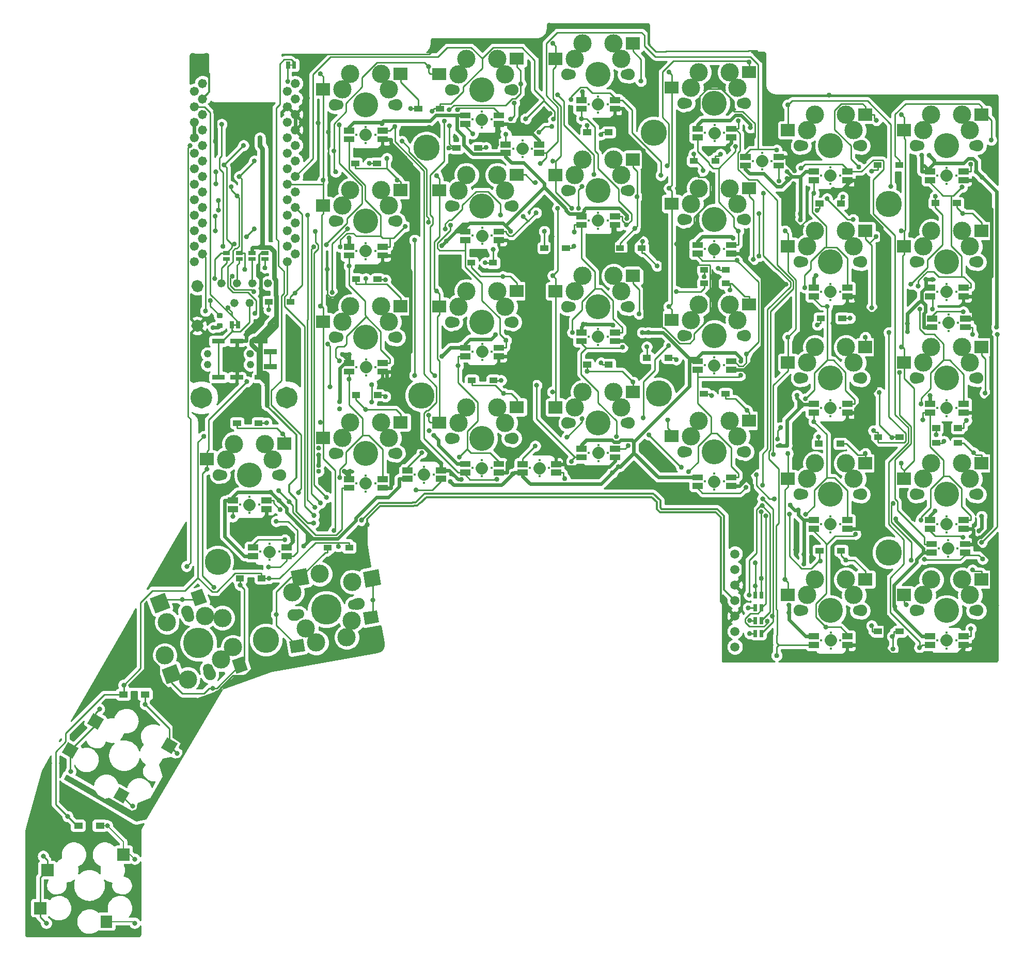
<source format=gbr>
%TF.GenerationSoftware,KiCad,Pcbnew,(6.0.4-0)*%
%TF.CreationDate,2022-08-10T14:40:32+09:00*%
%TF.ProjectId,KB62_R_rev1,4b423632-5f52-45f7-9265-76312e6b6963,rev?*%
%TF.SameCoordinates,Original*%
%TF.FileFunction,Copper,L2,Bot*%
%TF.FilePolarity,Positive*%
%FSLAX46Y46*%
G04 Gerber Fmt 4.6, Leading zero omitted, Abs format (unit mm)*
G04 Created by KiCad (PCBNEW (6.0.4-0)) date 2022-08-10 14:40:32*
%MOMM*%
%LPD*%
G01*
G04 APERTURE LIST*
G04 Aperture macros list*
%AMRotRect*
0 Rectangle, with rotation*
0 The origin of the aperture is its center*
0 $1 length*
0 $2 width*
0 $3 Rotation angle, in degrees counterclockwise*
0 Add horizontal line*
21,1,$1,$2,0,0,$3*%
%AMFreePoly0*
4,1,34,0.201078,0.979575,0.387516,0.921863,0.559193,0.829038,0.709571,0.704634,0.832921,0.553392,0.924546,0.381070,0.980955,0.194234,1.000000,0.000000,0.999610,-0.027922,0.975149,-0.221548,0.913545,-0.406737,0.817145,-0.576432,0.689620,-0.724172,0.535827,-0.844328,0.361625,-0.932324,0.173648,-0.984808,-0.020942,-0.999781,-0.214735,-0.976672,-0.400349,-0.916363,-0.570714,-0.821149,
-0.719340,-0.694658,-0.840567,-0.541708,-0.929776,-0.368125,-0.983571,-0.180519,-0.999903,0.013962,-0.978148,0.207912,-0.919135,0.393942,-0.825113,0.564967,-0.699663,0.714473,-0.547563,0.836764,-0.374607,0.927184,-0.187381,0.982287,0.006981,0.999976,0.201078,0.979575,0.201078,0.979575,$1*%
%AMFreePoly1*
4,1,16,0.044650,0.194952,0.124776,0.156304,0.180215,0.086732,0.200000,0.000000,0.199999,-0.000698,0.179912,-0.087360,0.124230,-0.156739,0.043969,-0.195107,-0.044990,-0.194874,-0.125049,-0.156086,-0.180367,-0.086417,-0.200000,0.000349,-0.180064,0.087046,-0.124503,0.156522,-0.044310,0.195030,0.044650,0.194952,0.044650,0.194952,$1*%
G04 Aperture macros list end*
%TA.AperFunction,NonConductor*%
%ADD10C,0.400000*%
%TD*%
%TA.AperFunction,NonConductor*%
%ADD11C,0.000000*%
%TD*%
%TA.AperFunction,NonConductor*%
%ADD12C,0.698500*%
%TD*%
%TA.AperFunction,NonConductor*%
%ADD13C,0.762000*%
%TD*%
%TA.AperFunction,NonConductor*%
%ADD14C,1.000000*%
%TD*%
%TA.AperFunction,NonConductor*%
%ADD15C,0.200000*%
%TD*%
%TA.AperFunction,NonConductor*%
%ADD16C,1.800000*%
%TD*%
%TA.AperFunction,WasherPad*%
%ADD17FreePoly0,0.000000*%
%TD*%
%TA.AperFunction,WasherPad*%
%ADD18FreePoly1,0.000000*%
%TD*%
%TA.AperFunction,SMDPad,CuDef*%
%ADD19RotRect,2.000000X2.000000X150.000000*%
%TD*%
%TA.AperFunction,SMDPad,CuDef*%
%ADD20RotRect,1.900000X2.000000X150.000000*%
%TD*%
%TA.AperFunction,SMDPad,CuDef*%
%ADD21R,2.000000X2.000000*%
%TD*%
%TA.AperFunction,SMDPad,CuDef*%
%ADD22R,1.900000X2.000000*%
%TD*%
%TA.AperFunction,WasherPad*%
%ADD23C,1.210000*%
%TD*%
%TA.AperFunction,ComponentPad*%
%ADD24O,1.800000X0.700000*%
%TD*%
%TA.AperFunction,SMDPad,CuDef*%
%ADD25R,1.400000X1.000000*%
%TD*%
%TA.AperFunction,ViaPad*%
%ADD26C,1.900010*%
%TD*%
%TA.AperFunction,ViaPad*%
%ADD27C,0.400010*%
%TD*%
%TA.AperFunction,ViaPad*%
%ADD28C,3.000010*%
%TD*%
%TA.AperFunction,ViaPad*%
%ADD29C,4.300010*%
%TD*%
%TA.AperFunction,ViaPad*%
%ADD30C,0.813010*%
%TD*%
%TA.AperFunction,ViaPad*%
%ADD31C,1.700010*%
%TD*%
%TA.AperFunction,ViaPad*%
%ADD32C,4.100010*%
%TD*%
%TA.AperFunction,ViaPad*%
%ADD33C,0.300010*%
%TD*%
%TA.AperFunction,ViaPad*%
%ADD34C,0.800000*%
%TD*%
%TA.AperFunction,ViaPad*%
%ADD35C,5.000010*%
%TD*%
%TA.AperFunction,ViaPad*%
%ADD36C,1.300010*%
%TD*%
%TA.AperFunction,ViaPad*%
%ADD37C,1.500000*%
%TD*%
%TA.AperFunction,ViaPad*%
%ADD38C,2.200010*%
%TD*%
%TA.AperFunction,ViaPad*%
%ADD39C,1.200010*%
%TD*%
%TA.AperFunction,Conductor*%
%ADD40C,0.254000*%
%TD*%
%TA.AperFunction,Conductor*%
%ADD41C,0.800000*%
%TD*%
%TA.AperFunction,Conductor*%
%ADD42C,0.250000*%
%TD*%
%TA.AperFunction,Conductor*%
%ADD43C,0.600000*%
%TD*%
%TA.AperFunction,Conductor*%
%ADD44C,0.350000*%
%TD*%
%TA.AperFunction,Conductor*%
%ADD45C,0.200000*%
%TD*%
G04 APERTURE END LIST*
D10*
X115410000Y-73103800D02*
G75*
G03*
X115410000Y-73103800I-200000J0D01*
G01*
D11*
G36*
X101035000Y-103945000D02*
G01*
X99735000Y-103945000D01*
X99735000Y-102995000D01*
X101035000Y-102995000D01*
X101035000Y-103945000D01*
G37*
D10*
X201039710Y-139820000D02*
G75*
G03*
X201039710Y-139820000I-200000J0D01*
G01*
D11*
G36*
X177908700Y-50371710D02*
G01*
X178217990Y-50499820D01*
X178182070Y-50586540D01*
X178125000Y-50873440D01*
X178125000Y-51165960D01*
X178182070Y-51452860D01*
X178294010Y-51723110D01*
X178456530Y-51966330D01*
X178546040Y-52055840D01*
X178535200Y-52054780D01*
X178489270Y-52059300D01*
X178351910Y-52072830D01*
X178175660Y-52126290D01*
X178013230Y-52213110D01*
X177870860Y-52329960D01*
X177841570Y-52365640D01*
X177272910Y-52934300D01*
X176992560Y-52934300D01*
X177195580Y-52731290D01*
X177489420Y-52291530D01*
X177691820Y-51802890D01*
X177795000Y-51284150D01*
X177795000Y-50755250D01*
X177691820Y-50236510D01*
X177686250Y-50223080D01*
X177908700Y-50371710D01*
G37*
G36*
X110200000Y-62932790D02*
G01*
X110156060Y-62976730D01*
X110042800Y-63146240D01*
X109964770Y-63334600D01*
X109925000Y-63534560D01*
X109925000Y-63540000D01*
X107694950Y-63540000D01*
X107737410Y-63437490D01*
X107791100Y-63167590D01*
X107791100Y-62892410D01*
X107760470Y-62738430D01*
X109805700Y-60693200D01*
X109834700Y-60669400D01*
X109929670Y-60553680D01*
X110000250Y-60421650D01*
X110043700Y-60278390D01*
X110054700Y-60166730D01*
X110054700Y-60166720D01*
X110058380Y-60129400D01*
X110054700Y-60092080D01*
X110054700Y-50377770D01*
X110200000Y-50377770D01*
X110200000Y-62932790D01*
G37*
G36*
X203283500Y-54781300D02*
G01*
X203283500Y-59894300D01*
X203218300Y-59829100D01*
X203194500Y-59800100D01*
X203078780Y-59705130D01*
X202946750Y-59634550D01*
X202803490Y-59591100D01*
X202691830Y-59580100D01*
X202691820Y-59580100D01*
X202654500Y-59576420D01*
X202617180Y-59580100D01*
X201161320Y-59580100D01*
X201124000Y-59576420D01*
X201086680Y-59580100D01*
X201086670Y-59580100D01*
X200975010Y-59591100D01*
X200831750Y-59634550D01*
X200699720Y-59705130D01*
X200584000Y-59800100D01*
X200560200Y-59829100D01*
X199576910Y-60812390D01*
X199443770Y-60679260D01*
X199274260Y-60566000D01*
X199085900Y-60487970D01*
X198885940Y-60448200D01*
X198823800Y-60448200D01*
X198244600Y-59869000D01*
X198244600Y-59451160D01*
X198513740Y-59504700D01*
X198683300Y-59504700D01*
X198777670Y-59543790D01*
X199083890Y-59604700D01*
X199396110Y-59604700D01*
X199702330Y-59543790D01*
X199990780Y-59424310D01*
X200250380Y-59250850D01*
X200471150Y-59030080D01*
X200644610Y-58770480D01*
X200764090Y-58482030D01*
X200825000Y-58175810D01*
X200825000Y-57863590D01*
X200764090Y-57557370D01*
X200644610Y-57268920D01*
X200471150Y-57009320D01*
X200250380Y-56788550D01*
X199990780Y-56615090D01*
X199824980Y-56546420D01*
X199862010Y-56491000D01*
X200022950Y-56102460D01*
X200105000Y-55689980D01*
X200105000Y-55269420D01*
X200022950Y-54856940D01*
X199890750Y-54537770D01*
X200914360Y-54537770D01*
X201000530Y-54623940D01*
X201170040Y-54737210D01*
X201358400Y-54815230D01*
X201558360Y-54855000D01*
X201762240Y-54855000D01*
X201962200Y-54815230D01*
X202150560Y-54737210D01*
X202320070Y-54623940D01*
X202464240Y-54479770D01*
X202577510Y-54310260D01*
X202646320Y-54144120D01*
X203283500Y-54781300D01*
G37*
G36*
X112154300Y-120225280D02*
G01*
X112068130Y-120282860D01*
X111923960Y-120427030D01*
X111810700Y-120596540D01*
X111732670Y-120784900D01*
X111692900Y-120984860D01*
X111692900Y-121056800D01*
X110026100Y-121056800D01*
X109791540Y-120822240D01*
X109900260Y-120777210D01*
X110069770Y-120663940D01*
X110213940Y-120519770D01*
X110327210Y-120350260D01*
X110405230Y-120161900D01*
X110445000Y-119961940D01*
X110445000Y-119758060D01*
X110405230Y-119558100D01*
X110327210Y-119369740D01*
X110264680Y-119276170D01*
X110372210Y-119115260D01*
X110450230Y-118926900D01*
X110490000Y-118726940D01*
X110490000Y-118523060D01*
X110450230Y-118323100D01*
X110372210Y-118134740D01*
X110314720Y-118048710D01*
X110423940Y-117939490D01*
X110537210Y-117769970D01*
X110605660Y-117604710D01*
X110631940Y-117604710D01*
X110831900Y-117564940D01*
X111020260Y-117486920D01*
X111189780Y-117373650D01*
X111333940Y-117229490D01*
X111447210Y-117059970D01*
X111525230Y-116871610D01*
X111562400Y-116684710D01*
X111601940Y-116684710D01*
X111801900Y-116644940D01*
X111990260Y-116566920D01*
X112154300Y-116457310D01*
X112154300Y-120225280D01*
G37*
D10*
X189068000Y-117723300D02*
G75*
G03*
X189068000Y-117723300I-200000J0D01*
G01*
X110422500Y-108697210D02*
G75*
G03*
X110422500Y-108697210I-200000J0D01*
G01*
D11*
G36*
X120489400Y-129986440D02*
G01*
X117928900Y-130437920D01*
X117477410Y-127877420D01*
X120037910Y-127425940D01*
X120489400Y-129986440D01*
G37*
G36*
X103354100Y-92170000D02*
G01*
X101254100Y-92170000D01*
X101254100Y-91370000D01*
X103354100Y-91370000D01*
X103354100Y-92170000D01*
G37*
G36*
X177987000Y-94592700D02*
G01*
X178007000Y-94592700D01*
X178007000Y-94846700D01*
X177987000Y-94846700D01*
X177987000Y-94866700D01*
X177733000Y-94866700D01*
X177733000Y-94846700D01*
X177713000Y-94846700D01*
X177713000Y-94592700D01*
X177733000Y-94592700D01*
X177733000Y-94572700D01*
X177987000Y-94572700D01*
X177987000Y-94592700D01*
G37*
D10*
X187621500Y-118392800D02*
G75*
G03*
X187621500Y-118392800I-200000J0D01*
G01*
X121604600Y-60069400D02*
G75*
G03*
X121604600Y-60069400I-200000J0D01*
G01*
D11*
G36*
X99576930Y-129395000D02*
G01*
X99589190Y-129519480D01*
X99625500Y-129639180D01*
X99684460Y-129749490D01*
X99763820Y-129846190D01*
X99860510Y-129925540D01*
X99970820Y-129984500D01*
X100090520Y-130020810D01*
X100215000Y-130033070D01*
X101515000Y-130033070D01*
X101639480Y-130020810D01*
X101759180Y-129984500D01*
X101869490Y-129925540D01*
X101869580Y-129925470D01*
X102018060Y-129955000D01*
X102221940Y-129955000D01*
X102421900Y-129915230D01*
X102610260Y-129837210D01*
X102779770Y-129723940D01*
X102823710Y-129680000D01*
X103671200Y-129680000D01*
X102769000Y-130582200D01*
X102740000Y-130606000D01*
X102707190Y-130645970D01*
X102645030Y-130721720D01*
X102597950Y-130809790D01*
X102574450Y-130853750D01*
X102531000Y-130997020D01*
X102520000Y-131108670D01*
X102520000Y-131108680D01*
X102516320Y-131146000D01*
X102520000Y-131183320D01*
X102520000Y-134166290D01*
X102476060Y-134210230D01*
X102362800Y-134379740D01*
X102284770Y-134568100D01*
X102245000Y-134768060D01*
X102245000Y-134971940D01*
X102284770Y-135171900D01*
X102362800Y-135360260D01*
X102476060Y-135529770D01*
X102520000Y-135573710D01*
X102520000Y-136379170D01*
X102401350Y-136330030D01*
X101863300Y-136223000D01*
X101314700Y-136223000D01*
X100776650Y-136330030D01*
X100269810Y-136539970D01*
X99813670Y-136844750D01*
X99425750Y-137232670D01*
X99120970Y-137688810D01*
X98911030Y-138195650D01*
X98804000Y-138733700D01*
X98804000Y-139282300D01*
X98911030Y-139820350D01*
X99120970Y-140327190D01*
X99425750Y-140783330D01*
X99813670Y-141171250D01*
X100269810Y-141476040D01*
X100776650Y-141685970D01*
X101314700Y-141793000D01*
X101863300Y-141793000D01*
X102401350Y-141685970D01*
X102908190Y-141476040D01*
X103364330Y-141171250D01*
X103752250Y-140783330D01*
X104057040Y-140327190D01*
X104266970Y-139820350D01*
X104374000Y-139282300D01*
X104374000Y-138769800D01*
X104791170Y-139186980D01*
X104783580Y-139249980D01*
X104793120Y-139374700D01*
X105140420Y-141344310D01*
X105174110Y-141464780D01*
X105230650Y-141576350D01*
X105307870Y-141674750D01*
X105402810Y-141756190D01*
X105511810Y-141817550D01*
X105630690Y-141856460D01*
X105754870Y-141871430D01*
X105879590Y-141861890D01*
X108144650Y-141462500D01*
X108265110Y-141428810D01*
X108376690Y-141372270D01*
X108475090Y-141295040D01*
X108556530Y-141200110D01*
X108566430Y-141182520D01*
X108821420Y-141352900D01*
X109209970Y-141513840D01*
X109622440Y-141595890D01*
X110043000Y-141595890D01*
X110455480Y-141513840D01*
X110844020Y-141352900D01*
X111193700Y-141119250D01*
X111491080Y-140821870D01*
X111724730Y-140472190D01*
X111885670Y-140083650D01*
X111967720Y-139671170D01*
X111967720Y-139250610D01*
X111885670Y-138838130D01*
X111724730Y-138449590D01*
X111491080Y-138099910D01*
X111193700Y-137802530D01*
X110844020Y-137568880D01*
X110455480Y-137407940D01*
X110275950Y-137372230D01*
X110275950Y-136969730D01*
X110265850Y-136918980D01*
X110537550Y-137031520D01*
X111143230Y-137152000D01*
X111760770Y-137152000D01*
X112366450Y-137031520D01*
X112936980Y-136795200D01*
X113450450Y-136452110D01*
X113564150Y-136338410D01*
X113592230Y-136479570D01*
X113709740Y-136763250D01*
X113474560Y-136920390D01*
X113177180Y-137217770D01*
X112943530Y-137567460D01*
X112782590Y-137956000D01*
X112700540Y-138368480D01*
X112700540Y-138789040D01*
X112782590Y-139201510D01*
X112943530Y-139590060D01*
X113177180Y-139939740D01*
X113474560Y-140237120D01*
X113824240Y-140470770D01*
X114212790Y-140631710D01*
X114625270Y-140713760D01*
X115045820Y-140713760D01*
X115458300Y-140631710D01*
X115846850Y-140470770D01*
X116196530Y-140237120D01*
X116493910Y-139939740D01*
X116727560Y-139590060D01*
X116888500Y-139201510D01*
X116970540Y-138789040D01*
X116970540Y-138368480D01*
X116888500Y-137956000D01*
X116770990Y-137672320D01*
X117006170Y-137515180D01*
X117303550Y-137217800D01*
X117435260Y-137020670D01*
X117468800Y-137049450D01*
X117577810Y-137110810D01*
X117696680Y-137149720D01*
X117820870Y-137164690D01*
X117945590Y-137155150D01*
X120210640Y-136755760D01*
X120331110Y-136722070D01*
X120418200Y-136677930D01*
X120905060Y-139454020D01*
X120927300Y-139746510D01*
X120896170Y-140005550D01*
X120815320Y-140253610D01*
X120687820Y-140481240D01*
X120518540Y-140679780D01*
X120313920Y-140841650D01*
X120081760Y-140960690D01*
X119801210Y-141040860D01*
X102679690Y-144066660D01*
X102652080Y-144074390D01*
X102155070Y-144207670D01*
X102127220Y-144214810D01*
X94525440Y-146981650D01*
X96407970Y-145099070D01*
X96477210Y-145140060D01*
X96595210Y-145181560D01*
X96719040Y-145199240D01*
X96843940Y-145192420D01*
X96965110Y-145161360D01*
X98844490Y-144477320D01*
X98957270Y-144423230D01*
X99057330Y-144348170D01*
X99140830Y-144255030D01*
X99204550Y-144147390D01*
X99246040Y-144029390D01*
X99263720Y-143905560D01*
X99256900Y-143780670D01*
X99225850Y-143659500D01*
X98776830Y-142425840D01*
X98777580Y-142418300D01*
X98773900Y-142380980D01*
X98773900Y-130747220D01*
X98777580Y-130709900D01*
X98773900Y-130672580D01*
X98773900Y-130672570D01*
X98762900Y-130560910D01*
X98719450Y-130417650D01*
X98648870Y-130285620D01*
X98553900Y-130169900D01*
X98524900Y-130146100D01*
X98350000Y-129971200D01*
X98350000Y-129909060D01*
X98348540Y-129901700D01*
X98416190Y-129846190D01*
X98495540Y-129749490D01*
X98554500Y-129639180D01*
X98590810Y-129519480D01*
X98603070Y-129395000D01*
X98603070Y-128879700D01*
X99576930Y-128879700D01*
X99576930Y-129395000D01*
G37*
G36*
X94854100Y-96370000D02*
G01*
X92754100Y-96370000D01*
X92754100Y-95570000D01*
X94854100Y-95570000D01*
X94854100Y-96370000D01*
G37*
G36*
X202575000Y-138105000D02*
G01*
X201275000Y-138105000D01*
X201275000Y-137155000D01*
X202575000Y-137155000D01*
X202575000Y-138105000D01*
G37*
G36*
X217545340Y-63136910D02*
G01*
X217690740Y-63197130D01*
X218010380Y-63516770D01*
X218070600Y-63662160D01*
X218183870Y-63831680D01*
X218328030Y-63975840D01*
X218497550Y-64089110D01*
X218642950Y-64149340D01*
X220436100Y-65942490D01*
X220436100Y-70436900D01*
X220414490Y-70419160D01*
X220304180Y-70360200D01*
X220184480Y-70323890D01*
X220060000Y-70311630D01*
X219604580Y-70311630D01*
X219595310Y-70294290D01*
X219544970Y-70200120D01*
X219473800Y-70113400D01*
X219450000Y-70084400D01*
X219421000Y-70060600D01*
X217944200Y-68583800D01*
X217920400Y-68554800D01*
X217804680Y-68459830D01*
X217672650Y-68389250D01*
X217529390Y-68345800D01*
X217417730Y-68334800D01*
X217417720Y-68334800D01*
X217380400Y-68331120D01*
X217343080Y-68334800D01*
X216513510Y-68334800D01*
X216469570Y-68290860D01*
X216300060Y-68177600D01*
X216117500Y-68101980D01*
X216124500Y-68088880D01*
X216160810Y-67969180D01*
X216173070Y-67844700D01*
X216173070Y-66894700D01*
X216160810Y-66770220D01*
X216124500Y-66650520D01*
X216065540Y-66540210D01*
X215986190Y-66443520D01*
X215889490Y-66364160D01*
X215779180Y-66305200D01*
X215659480Y-66268890D01*
X215535000Y-66256630D01*
X215295570Y-66256630D01*
X215760500Y-65791700D01*
X215822640Y-65791700D01*
X216022600Y-65751930D01*
X216210960Y-65673910D01*
X216380470Y-65560640D01*
X216524640Y-65416470D01*
X216637910Y-65246960D01*
X216715930Y-65058600D01*
X216755700Y-64858640D01*
X216755700Y-64757480D01*
X216810000Y-64757770D01*
X216934480Y-64745510D01*
X217054180Y-64709200D01*
X217164490Y-64650240D01*
X217261190Y-64570890D01*
X217340540Y-64474190D01*
X217399500Y-64363880D01*
X217435810Y-64244180D01*
X217448070Y-64119700D01*
X217445000Y-63905450D01*
X217286250Y-63746700D01*
X216087000Y-63746700D01*
X216087000Y-63766700D01*
X216035220Y-63766700D01*
X216022600Y-63761470D01*
X215822640Y-63721700D01*
X215813000Y-63721700D01*
X215813000Y-63492700D01*
X215833000Y-63492700D01*
X215833000Y-63472700D01*
X216087000Y-63472700D01*
X216087000Y-63492700D01*
X217286250Y-63492700D01*
X217445000Y-63333950D01*
X217448070Y-63119700D01*
X217443030Y-63068540D01*
X217545340Y-63136910D01*
G37*
G36*
X94319730Y-87097740D02*
G01*
X94353400Y-87106760D01*
X94385000Y-87121490D01*
X94413560Y-87141490D01*
X94438210Y-87166140D01*
X94458210Y-87194700D01*
X94472940Y-87226300D01*
X94481960Y-87259970D01*
X94485000Y-87294700D01*
X94485000Y-87694700D01*
X94481960Y-87729430D01*
X94472940Y-87763100D01*
X94458210Y-87794700D01*
X94438210Y-87823260D01*
X94413560Y-87847910D01*
X94385000Y-87867910D01*
X94353400Y-87882640D01*
X94319730Y-87891660D01*
X94285000Y-87894700D01*
X93735000Y-87894700D01*
X93700270Y-87891660D01*
X93666600Y-87882640D01*
X93635000Y-87867910D01*
X93606440Y-87847910D01*
X93581790Y-87823260D01*
X93561790Y-87794700D01*
X93547060Y-87763100D01*
X93538040Y-87729430D01*
X93535000Y-87694700D01*
X93535000Y-87294700D01*
X93538040Y-87259970D01*
X93547060Y-87226300D01*
X93561790Y-87194700D01*
X93581790Y-87166140D01*
X93606440Y-87141490D01*
X93635000Y-87121490D01*
X93666600Y-87106760D01*
X93700270Y-87097740D01*
X93735000Y-87094700D01*
X94285000Y-87094700D01*
X94319730Y-87097740D01*
G37*
G36*
X183127880Y-134340920D02*
G01*
X182492880Y-134340920D01*
X182492880Y-133197920D01*
X183127880Y-133197920D01*
X183127880Y-134340920D01*
G37*
D10*
X160722860Y-92816860D02*
G75*
G03*
X160722860Y-92816860I-200000J0D01*
G01*
X118728900Y-60869700D02*
G75*
G03*
X118728900Y-60869700I-200000J0D01*
G01*
D11*
G36*
X220060000Y-53899700D02*
G01*
X217760000Y-53899700D01*
X217760000Y-51899700D01*
X220060000Y-51899700D01*
X220060000Y-53899700D01*
G37*
D10*
X125504700Y-51899700D02*
G75*
G03*
X125504700Y-51899700I-200000J0D01*
G01*
X204418100Y-105849800D02*
G75*
G03*
X204418100Y-105849800I-200000J0D01*
G01*
X188789710Y-120770000D02*
G75*
G03*
X188789710Y-120770000I-200000J0D01*
G01*
D11*
G36*
X211310000Y-83169700D02*
G01*
X209610000Y-83169700D01*
X209610000Y-82169700D01*
X211310000Y-82169700D01*
X211310000Y-83169700D01*
G37*
D10*
X184140000Y-81469710D02*
G75*
G03*
X184140000Y-81469710I-200000J0D01*
G01*
X192193000Y-87378300D02*
G75*
G03*
X192193000Y-87378300I-200000J0D01*
G01*
X206777500Y-133245400D02*
G75*
G03*
X206777500Y-133245400I-200000J0D01*
G01*
X180667700Y-101382300D02*
G75*
G03*
X180667700Y-101382300I-200000J0D01*
G01*
D11*
G36*
X135905000Y-77644700D02*
G01*
X134605000Y-77644700D01*
X134605000Y-76694700D01*
X135905000Y-76694700D01*
X135905000Y-77644700D01*
G37*
G36*
X159660000Y-89119700D02*
G01*
X157960000Y-89119700D01*
X157960000Y-88119700D01*
X159660000Y-88119700D01*
X159660000Y-89119700D01*
G37*
D10*
X132820000Y-56579710D02*
G75*
G03*
X132820000Y-56579710I-200000J0D01*
G01*
D12*
X96759250Y-83769700D02*
G75*
G03*
X96759250Y-83769700I-349250J0D01*
G01*
D10*
X106200000Y-87979710D02*
G75*
G03*
X106200000Y-87979710I-200000J0D01*
G01*
X111560000Y-113279710D02*
G75*
G03*
X111560000Y-113279710I-200000J0D01*
G01*
X148807900Y-60514900D02*
G75*
G03*
X148807900Y-60514900I-200000J0D01*
G01*
X150720000Y-94669710D02*
G75*
G03*
X150720000Y-94669710I-200000J0D01*
G01*
X97623400Y-121080000D02*
G75*
G03*
X97623400Y-121080000I-200000J0D01*
G01*
D11*
G36*
X163704130Y-106197140D02*
G01*
X163873640Y-106310410D01*
X164062000Y-106388430D01*
X164261960Y-106428200D01*
X164324100Y-106428200D01*
X168649500Y-110753600D01*
X168649500Y-110815740D01*
X168689270Y-111015700D01*
X168767300Y-111204060D01*
X168880560Y-111373570D01*
X168941990Y-111435000D01*
X166295390Y-111435000D01*
X162840000Y-107979610D01*
X162840000Y-106944590D01*
X163645790Y-106138800D01*
X163704130Y-106197140D01*
G37*
G36*
X169260000Y-49439700D02*
G01*
X166960000Y-49439700D01*
X166960000Y-47439700D01*
X169260000Y-47439700D01*
X169260000Y-49439700D01*
G37*
G36*
X159660000Y-109570000D02*
G01*
X157960000Y-109570000D01*
X157960000Y-108570000D01*
X159660000Y-108570000D01*
X159660000Y-109570000D01*
G37*
G36*
X97781500Y-75886820D02*
G01*
X96638500Y-75886820D01*
X96638500Y-75251820D01*
X97781500Y-75251820D01*
X97781500Y-75886820D01*
G37*
D13*
X105468700Y-69380000D02*
G75*
G03*
X105468700Y-69380000I-381000J0D01*
G01*
D10*
X217644300Y-88930400D02*
G75*
G03*
X217644300Y-88930400I-200000J0D01*
G01*
D11*
G36*
X90041450Y-54125860D02*
G01*
X90027310Y-54140000D01*
X90041450Y-54154140D01*
X89861840Y-54333750D01*
X89847700Y-54319610D01*
X89833560Y-54333750D01*
X89653950Y-54154140D01*
X89668100Y-54140000D01*
X89653950Y-54125860D01*
X89833560Y-53946250D01*
X89847700Y-53960400D01*
X89861840Y-53946250D01*
X90041450Y-54125860D01*
G37*
G36*
X217119000Y-86844700D02*
G01*
X215419000Y-86844700D01*
X215419000Y-85844700D01*
X217119000Y-85844700D01*
X217119000Y-86844700D01*
G37*
G36*
X168235000Y-93244700D02*
G01*
X166935000Y-93244700D01*
X166935000Y-92294700D01*
X168235000Y-92294700D01*
X168235000Y-93244700D01*
G37*
D10*
X185665400Y-106092800D02*
G75*
G03*
X185665400Y-106092800I-200000J0D01*
G01*
X146170000Y-53869710D02*
G75*
G03*
X146170000Y-53869710I-200000J0D01*
G01*
D11*
G36*
X177571170Y-57813100D02*
G01*
X177531400Y-58013060D01*
X177531400Y-58216940D01*
X177571170Y-58416900D01*
X177649200Y-58605260D01*
X177716550Y-58706050D01*
X177142010Y-59280590D01*
X177103530Y-59087100D01*
X177025510Y-58898740D01*
X176912240Y-58729230D01*
X176768070Y-58585060D01*
X176598560Y-58471800D01*
X176410200Y-58393770D01*
X176210240Y-58354000D01*
X176006360Y-58354000D01*
X175806400Y-58393770D01*
X175618040Y-58471800D01*
X175448530Y-58585060D01*
X175304360Y-58729230D01*
X175191100Y-58898740D01*
X175184090Y-58915660D01*
X175136010Y-58920400D01*
X174992750Y-58963850D01*
X174860720Y-59034430D01*
X174745000Y-59129400D01*
X174650030Y-59245120D01*
X174587950Y-59361260D01*
X174510520Y-59368890D01*
X174390820Y-59405200D01*
X174280510Y-59464160D01*
X174183820Y-59543520D01*
X174132610Y-59605910D01*
X173120000Y-58593300D01*
X173120000Y-58138340D01*
X173173760Y-58154640D01*
X173275870Y-58164700D01*
X173310000Y-58168060D01*
X173344140Y-58164700D01*
X176875870Y-58164700D01*
X176910000Y-58168060D01*
X176944130Y-58164700D01*
X176944140Y-58164700D01*
X177046240Y-58154640D01*
X177177250Y-58114900D01*
X177297990Y-58050370D01*
X177403820Y-57963520D01*
X177490670Y-57857690D01*
X177545630Y-57754860D01*
X177574250Y-57754700D01*
X177610300Y-57718650D01*
X177571170Y-57813100D01*
G37*
G36*
X211310000Y-140320000D02*
G01*
X209610000Y-140320000D01*
X209610000Y-139320000D01*
X211310000Y-139320000D01*
X211310000Y-140320000D01*
G37*
D10*
X159710000Y-113029710D02*
G75*
G03*
X159710000Y-113029710I-200000J0D01*
G01*
X126386200Y-114445000D02*
G75*
G03*
X126386200Y-114445000I-200000J0D01*
G01*
D11*
G36*
X201010000Y-72949700D02*
G01*
X198710000Y-72949700D01*
X198710000Y-70949700D01*
X201010000Y-70949700D01*
X201010000Y-72949700D01*
G37*
G36*
X147259000Y-58274700D02*
G01*
X145559000Y-58274700D01*
X145559000Y-57274700D01*
X147259000Y-57274700D01*
X147259000Y-58274700D01*
G37*
G36*
X116060000Y-94119700D02*
G01*
X114360000Y-94119700D01*
X114360000Y-93119700D01*
X116060000Y-93119700D01*
X116060000Y-94119700D01*
G37*
D10*
X188441100Y-62122300D02*
G75*
G03*
X188441100Y-62122300I-200000J0D01*
G01*
D11*
G36*
X197760000Y-64119700D02*
G01*
X196060000Y-64119700D01*
X196060000Y-63119700D01*
X197760000Y-63119700D01*
X197760000Y-64119700D01*
G37*
D10*
X160874800Y-70955200D02*
G75*
G03*
X160874800Y-70955200I-200000J0D01*
G01*
D11*
G36*
X100387320Y-77338770D02*
G01*
X100484010Y-77418120D01*
X100545300Y-77450880D01*
X100492800Y-77529460D01*
X100414770Y-77717810D01*
X100375000Y-77917770D01*
X100375000Y-78121650D01*
X100414770Y-78321610D01*
X100492800Y-78509970D01*
X100606060Y-78679490D01*
X100750230Y-78823650D01*
X100919740Y-78936920D01*
X101108100Y-79014940D01*
X101308060Y-79054710D01*
X101511940Y-79054710D01*
X101711900Y-79014940D01*
X101896510Y-78938470D01*
X101896510Y-79206500D01*
X101772760Y-79206500D01*
X101515130Y-79257750D01*
X101272450Y-79358270D01*
X101054040Y-79504200D01*
X100868300Y-79689940D01*
X100722370Y-79908350D01*
X100634100Y-80121450D01*
X100545830Y-79908350D01*
X100399900Y-79689940D01*
X100214160Y-79504200D01*
X100070000Y-79407880D01*
X100070000Y-77493970D01*
X100125680Y-77477080D01*
X100235990Y-77418120D01*
X100332690Y-77338770D01*
X100360000Y-77305480D01*
X100387320Y-77338770D01*
G37*
G36*
X202545000Y-61644700D02*
G01*
X201245000Y-61644700D01*
X201245000Y-60694700D01*
X202545000Y-60694700D01*
X202545000Y-61644700D01*
G37*
D10*
X110422500Y-110427210D02*
G75*
G03*
X110422500Y-110427210I-200000J0D01*
G01*
X131355150Y-73634860D02*
G75*
G03*
X131355150Y-73634860I-200000J0D01*
G01*
D11*
G36*
X192413500Y-123256930D02*
G01*
X191685000Y-123256930D01*
X191560520Y-123269190D01*
X191440820Y-123305500D01*
X191330510Y-123364460D01*
X191233820Y-123443820D01*
X191154460Y-123540510D01*
X191095500Y-123650820D01*
X191059190Y-123770520D01*
X191046930Y-123895000D01*
X191046930Y-124845000D01*
X191059190Y-124969480D01*
X191095500Y-125089180D01*
X191154460Y-125199490D01*
X191233820Y-125296190D01*
X191330510Y-125375540D01*
X191440820Y-125434500D01*
X191560520Y-125470810D01*
X191575000Y-125472240D01*
X191575000Y-125615240D01*
X191563290Y-125643510D01*
X190805870Y-126400930D01*
X190780230Y-126272000D01*
X190720000Y-126126610D01*
X190720000Y-125462010D01*
X190780230Y-125316610D01*
X190820000Y-125116650D01*
X190820000Y-124912770D01*
X190780230Y-124712820D01*
X190720000Y-124567420D01*
X190720000Y-121908070D01*
X191064580Y-121908070D01*
X192413500Y-123256930D01*
G37*
G36*
X192260000Y-140320000D02*
G01*
X190560000Y-140320000D01*
X190560000Y-139320000D01*
X192260000Y-139320000D01*
X192260000Y-140320000D01*
G37*
D10*
X187534600Y-133313900D02*
G75*
G03*
X187534600Y-133313900I-200000J0D01*
G01*
X107120000Y-114869710D02*
G75*
G03*
X107120000Y-114869710I-200000J0D01*
G01*
D11*
G36*
X211310000Y-102220000D02*
G01*
X209610000Y-102220000D01*
X209610000Y-101220000D01*
X211310000Y-101220000D01*
X211310000Y-102220000D01*
G37*
D13*
X91555100Y-70650000D02*
G75*
G03*
X91555100Y-70650000I-381000J0D01*
G01*
D10*
X200606700Y-122034200D02*
G75*
G03*
X200606700Y-122034200I-200000J0D01*
G01*
D11*
G36*
X154885000Y-94344700D02*
G01*
X153585000Y-94344700D01*
X153585000Y-93394700D01*
X154885000Y-93394700D01*
X154885000Y-94344700D01*
G37*
G36*
X139887000Y-54292700D02*
G01*
X139907000Y-54292700D01*
X139907000Y-54546700D01*
X139887000Y-54546700D01*
X139887000Y-55395950D01*
X140041620Y-55550570D01*
X139991800Y-55625140D01*
X139913770Y-55813500D01*
X139874000Y-56013460D01*
X139874000Y-56217340D01*
X139913770Y-56417300D01*
X139991800Y-56605660D01*
X140015360Y-56640930D01*
X139934520Y-56648890D01*
X139814820Y-56685200D01*
X139704510Y-56744160D01*
X139607820Y-56823520D01*
X139528460Y-56920210D01*
X139469500Y-57030520D01*
X139433190Y-57150220D01*
X139420930Y-57274700D01*
X139420930Y-58274700D01*
X139433190Y-58399180D01*
X139437650Y-58413900D01*
X138687570Y-58413900D01*
X138696000Y-58371540D01*
X138696000Y-58167660D01*
X138656230Y-57967700D01*
X138578210Y-57779340D01*
X138464940Y-57609830D01*
X138320770Y-57465660D01*
X138151260Y-57352400D01*
X137962900Y-57274370D01*
X137762940Y-57234600D01*
X137559060Y-57234600D01*
X137359100Y-57274370D01*
X137281580Y-57306480D01*
X137279180Y-57305200D01*
X137159480Y-57268890D01*
X137035000Y-57256630D01*
X135735000Y-57256630D01*
X135610520Y-57268890D01*
X135490820Y-57305200D01*
X135380510Y-57364160D01*
X135283820Y-57443520D01*
X135204460Y-57540210D01*
X135146160Y-57649280D01*
X134969100Y-57472210D01*
X134969100Y-56922970D01*
X135014040Y-56953010D01*
X135202400Y-57031030D01*
X135402360Y-57070800D01*
X135606240Y-57070800D01*
X135806200Y-57031030D01*
X135994560Y-56953010D01*
X136164070Y-56839740D01*
X136308240Y-56695570D01*
X136421510Y-56526060D01*
X136499530Y-56337700D01*
X136539300Y-56137740D01*
X136539300Y-55964700D01*
X138775870Y-55964700D01*
X138810000Y-55968060D01*
X138844130Y-55964700D01*
X138844140Y-55964700D01*
X138946240Y-55954640D01*
X139077250Y-55914900D01*
X139197990Y-55850370D01*
X139303820Y-55763520D01*
X139390670Y-55657690D01*
X139445630Y-55554860D01*
X139474250Y-55554700D01*
X139633000Y-55395950D01*
X139633000Y-54546700D01*
X139613000Y-54546700D01*
X139613000Y-54292700D01*
X139633000Y-54292700D01*
X139633000Y-54272700D01*
X139887000Y-54272700D01*
X139887000Y-54292700D01*
G37*
G36*
X158937000Y-108943000D02*
G01*
X158957000Y-108943000D01*
X158957000Y-109197000D01*
X158937000Y-109197000D01*
X158937000Y-109217000D01*
X158683000Y-109217000D01*
X158683000Y-109197000D01*
X158663000Y-109197000D01*
X158663000Y-108943000D01*
X158683000Y-108943000D01*
X158683000Y-108923000D01*
X158937000Y-108923000D01*
X158937000Y-108943000D01*
G37*
D10*
X164855000Y-50524710D02*
G75*
G03*
X164855000Y-50524710I-200000J0D01*
G01*
D11*
G36*
X135110000Y-91619700D02*
G01*
X133410000Y-91619700D01*
X133410000Y-90619700D01*
X135110000Y-90619700D01*
X135110000Y-91619700D01*
G37*
D10*
X123608700Y-110337300D02*
G75*
G03*
X123608700Y-110337300I-200000J0D01*
G01*
X106180000Y-121809710D02*
G75*
G03*
X106180000Y-121809710I-200000J0D01*
G01*
X112922500Y-58851100D02*
G75*
G03*
X112922500Y-58851100I-200000J0D01*
G01*
X110422500Y-111362400D02*
G75*
G03*
X110422500Y-111362400I-200000J0D01*
G01*
D11*
G36*
X189921930Y-102220000D02*
G01*
X189934190Y-102344480D01*
X189970500Y-102464180D01*
X190029460Y-102574490D01*
X190108820Y-102671190D01*
X190205510Y-102750540D01*
X190315820Y-102809500D01*
X190435520Y-102845810D01*
X190454590Y-102847690D01*
X190414770Y-102943800D01*
X190375000Y-103143760D01*
X190375000Y-103347640D01*
X190414770Y-103547600D01*
X190492800Y-103735960D01*
X190606060Y-103905470D01*
X190750230Y-104049640D01*
X190919740Y-104162910D01*
X191108100Y-104240930D01*
X191308060Y-104280700D01*
X191370200Y-104280700D01*
X191840320Y-104750820D01*
X191696240Y-104810500D01*
X191526730Y-104923760D01*
X191382560Y-105067930D01*
X191269300Y-105237440D01*
X191191270Y-105425800D01*
X191151500Y-105625760D01*
X191151500Y-105829640D01*
X191158900Y-105866820D01*
X191113820Y-105903820D01*
X191034460Y-106000510D01*
X190975500Y-106110820D01*
X190939190Y-106230520D01*
X190926930Y-106355000D01*
X190926930Y-107305000D01*
X190939190Y-107429480D01*
X190975500Y-107549180D01*
X191034460Y-107659490D01*
X191113820Y-107756190D01*
X191210510Y-107835540D01*
X191320820Y-107894500D01*
X191440520Y-107930810D01*
X191565000Y-107943070D01*
X192748900Y-107943070D01*
X192748900Y-108276570D01*
X192631300Y-108197990D01*
X192242760Y-108037050D01*
X191830280Y-107955000D01*
X191409720Y-107955000D01*
X190997240Y-108037050D01*
X190608700Y-108197990D01*
X190259020Y-108431640D01*
X189961640Y-108729020D01*
X189727990Y-109078700D01*
X189567050Y-109467240D01*
X189485000Y-109879720D01*
X189485000Y-110300280D01*
X189554300Y-110648680D01*
X189338700Y-110737990D01*
X188989020Y-110971640D01*
X188788530Y-111172130D01*
X188761190Y-111138820D01*
X188664490Y-111059460D01*
X188554180Y-111000500D01*
X188434480Y-110964190D01*
X188310000Y-110951930D01*
X187920000Y-110951930D01*
X187920000Y-109152010D01*
X187963940Y-109108070D01*
X188077210Y-108938560D01*
X188155230Y-108750200D01*
X188195000Y-108550240D01*
X188195000Y-108346360D01*
X188155230Y-108146400D01*
X188077210Y-107958040D01*
X187963940Y-107788530D01*
X187859130Y-107683720D01*
X187900410Y-107621960D01*
X187978430Y-107433600D01*
X188018200Y-107233640D01*
X188018200Y-107029760D01*
X187978430Y-106829800D01*
X187918200Y-106684410D01*
X187918200Y-103449990D01*
X189676760Y-101691430D01*
X189712440Y-101662150D01*
X189735330Y-101634250D01*
X189878350Y-101575010D01*
X189921930Y-101545890D01*
X189921930Y-102220000D01*
G37*
D10*
X96263700Y-79397300D02*
G75*
G03*
X96263700Y-79397300I-200000J0D01*
G01*
D11*
G36*
X141235810Y-74094180D02*
G01*
X141248070Y-73969700D01*
X141245000Y-73755450D01*
X141086250Y-73596700D01*
X141245000Y-73596700D01*
X141245000Y-73546880D01*
X141313310Y-73567600D01*
X141393620Y-73575510D01*
X141462300Y-73582280D01*
X141499630Y-73578600D01*
X141942980Y-73578600D01*
X141980300Y-73582280D01*
X142017620Y-73578600D01*
X142017630Y-73578600D01*
X142129290Y-73567600D01*
X142272550Y-73524150D01*
X142404580Y-73453570D01*
X142520300Y-73358600D01*
X142544100Y-73329600D01*
X144856210Y-71017490D01*
X144981780Y-70950370D01*
X145097500Y-70855400D01*
X145121300Y-70826400D01*
X145919100Y-70028600D01*
X145981240Y-70028600D01*
X146181200Y-69988830D01*
X146369560Y-69910810D01*
X146539070Y-69797540D01*
X146683240Y-69653370D01*
X146796510Y-69483860D01*
X146874530Y-69295500D01*
X146914300Y-69095540D01*
X146914300Y-68891660D01*
X146874530Y-68691700D01*
X146796510Y-68503340D01*
X146683240Y-68333830D01*
X146539070Y-68189660D01*
X146369560Y-68076400D01*
X146181200Y-67998370D01*
X145981240Y-67958600D01*
X145777360Y-67958600D01*
X145577400Y-67998370D01*
X145389040Y-68076400D01*
X145219530Y-68189660D01*
X145075360Y-68333830D01*
X144962100Y-68503340D01*
X144884070Y-68691700D01*
X144844300Y-68891660D01*
X144844300Y-68953800D01*
X144683630Y-69114470D01*
X144679110Y-69103540D01*
X144565840Y-68934030D01*
X144491300Y-68859490D01*
X147240000Y-66110790D01*
X148656000Y-67526790D01*
X148594160Y-67588630D01*
X148480900Y-67758140D01*
X148402870Y-67946500D01*
X148363100Y-68146460D01*
X148363100Y-68350340D01*
X148402870Y-68550300D01*
X148480900Y-68738660D01*
X148594160Y-68908170D01*
X148638100Y-68952110D01*
X148638100Y-78192800D01*
X148566200Y-78264700D01*
X148504060Y-78264700D01*
X148304100Y-78304470D01*
X148115740Y-78382500D01*
X147946230Y-78495760D01*
X147802060Y-78639930D01*
X147688800Y-78809440D01*
X147610770Y-78997800D01*
X147571000Y-79197760D01*
X147571000Y-79401640D01*
X147610770Y-79601600D01*
X147688800Y-79789960D01*
X147802060Y-79959470D01*
X147946230Y-80103640D01*
X148092880Y-80201630D01*
X147910000Y-80201630D01*
X147785520Y-80213890D01*
X147665820Y-80250200D01*
X147555510Y-80309160D01*
X147458820Y-80388520D01*
X147379460Y-80485210D01*
X147320500Y-80595520D01*
X147284190Y-80715220D01*
X147271930Y-80839700D01*
X147271930Y-82839700D01*
X147284190Y-82964180D01*
X147320500Y-83083880D01*
X147379460Y-83194190D01*
X147458820Y-83290890D01*
X147555510Y-83370240D01*
X147665820Y-83429200D01*
X147785520Y-83465510D01*
X147910000Y-83477770D01*
X148300000Y-83477770D01*
X148300000Y-97347040D01*
X148261100Y-97354770D01*
X148072740Y-97432800D01*
X147903230Y-97546060D01*
X147759060Y-97690230D01*
X147645800Y-97859740D01*
X147567770Y-98048100D01*
X147528000Y-98248060D01*
X147528000Y-98451940D01*
X147567770Y-98651900D01*
X147645800Y-98840260D01*
X147759060Y-99009770D01*
X147903230Y-99153940D01*
X148049880Y-99251930D01*
X147910000Y-99251930D01*
X147785520Y-99264190D01*
X147665820Y-99300500D01*
X147555510Y-99359460D01*
X147458820Y-99438820D01*
X147379460Y-99535510D01*
X147320500Y-99645820D01*
X147284190Y-99765520D01*
X147271930Y-99890000D01*
X147271930Y-101890000D01*
X147284190Y-102014480D01*
X147320500Y-102134180D01*
X147379460Y-102244490D01*
X147458820Y-102341190D01*
X147555510Y-102420540D01*
X147665820Y-102479500D01*
X147785520Y-102515810D01*
X147910000Y-102528070D01*
X149703110Y-102528070D01*
X149575390Y-102719220D01*
X149455910Y-103007670D01*
X149395000Y-103313890D01*
X149395000Y-103626110D01*
X149455910Y-103932330D01*
X149575390Y-104220780D01*
X149748850Y-104480380D01*
X149969620Y-104701150D01*
X150229220Y-104874610D01*
X150346410Y-104923150D01*
X150265730Y-104977060D01*
X150121560Y-105121230D01*
X150008300Y-105290740D01*
X149930270Y-105479100D01*
X149897250Y-105645150D01*
X146702200Y-102450100D01*
X146702200Y-97973710D01*
X146746140Y-97929770D01*
X146859410Y-97760260D01*
X146937430Y-97571900D01*
X146977200Y-97371940D01*
X146977200Y-97168060D01*
X146937430Y-96968100D01*
X146859410Y-96779740D01*
X146746140Y-96610230D01*
X146601970Y-96466060D01*
X146432460Y-96352800D01*
X146244100Y-96274770D01*
X146044140Y-96235000D01*
X145840260Y-96235000D01*
X145640300Y-96274770D01*
X145451940Y-96352800D01*
X145282430Y-96466060D01*
X145138260Y-96610230D01*
X145025000Y-96779740D01*
X144946970Y-96968100D01*
X144907200Y-97168060D01*
X144907200Y-97371940D01*
X144946970Y-97571900D01*
X145025000Y-97760260D01*
X145138260Y-97929770D01*
X145182200Y-97973710D01*
X145182200Y-102727580D01*
X145178520Y-102764900D01*
X145182200Y-102802220D01*
X145182200Y-102802230D01*
X145193200Y-102913890D01*
X145227390Y-103026600D01*
X145236650Y-103057150D01*
X145307230Y-103189180D01*
X145341420Y-103230850D01*
X145402200Y-103304900D01*
X145431200Y-103328700D01*
X151039900Y-108937400D01*
X151004630Y-108960960D01*
X150860460Y-109105130D01*
X150747200Y-109274640D01*
X150669170Y-109463000D01*
X150640110Y-109609130D01*
X150635810Y-109565520D01*
X150599500Y-109445820D01*
X150540540Y-109335510D01*
X150461190Y-109238820D01*
X150364490Y-109159460D01*
X150254180Y-109100500D01*
X150134480Y-109064190D01*
X150010000Y-109051930D01*
X149445750Y-109055000D01*
X149287000Y-109213750D01*
X149287000Y-110063000D01*
X150486250Y-110063000D01*
X150638200Y-109911060D01*
X150669170Y-110066800D01*
X150747200Y-110255160D01*
X150860460Y-110424670D01*
X151004630Y-110568840D01*
X151174140Y-110682110D01*
X151362500Y-110760130D01*
X151562460Y-110799900D01*
X151766340Y-110799900D01*
X151966300Y-110760130D01*
X152154660Y-110682110D01*
X152324170Y-110568840D01*
X152468340Y-110424670D01*
X152581610Y-110255160D01*
X152601110Y-110208070D01*
X153625930Y-110208070D01*
X153679330Y-110307990D01*
X153766180Y-110413820D01*
X153872010Y-110500670D01*
X153992750Y-110565200D01*
X154123760Y-110604940D01*
X154225870Y-110615000D01*
X154260000Y-110618360D01*
X154294140Y-110615000D01*
X157825870Y-110615000D01*
X157860000Y-110618360D01*
X157894130Y-110615000D01*
X157894140Y-110615000D01*
X157996240Y-110604940D01*
X158065760Y-110583860D01*
X158031240Y-110618380D01*
X157885840Y-110678600D01*
X157716320Y-110791870D01*
X157572160Y-110936030D01*
X157458890Y-111105550D01*
X157398660Y-111250950D01*
X156108710Y-112540900D01*
X151598800Y-112540900D01*
X151598800Y-112473660D01*
X151559030Y-112273700D01*
X151481010Y-112085340D01*
X151367740Y-111915830D01*
X151223570Y-111771660D01*
X151095300Y-111685950D01*
X151095300Y-111627330D01*
X151098980Y-111590000D01*
X151084300Y-111441010D01*
X151040850Y-111297750D01*
X150970270Y-111165720D01*
X150875300Y-111050000D01*
X150759580Y-110955030D01*
X150627550Y-110884450D01*
X150615680Y-110880850D01*
X150635810Y-110814480D01*
X150648070Y-110690000D01*
X150645000Y-110475750D01*
X150486250Y-110317000D01*
X149287000Y-110317000D01*
X149287000Y-110337000D01*
X149033000Y-110337000D01*
X149033000Y-110317000D01*
X149013000Y-110317000D01*
X149013000Y-110063000D01*
X149033000Y-110063000D01*
X149033000Y-109213750D01*
X148874250Y-109055000D01*
X148845630Y-109054840D01*
X148790670Y-108952010D01*
X148703820Y-108846180D01*
X148597990Y-108759330D01*
X148477250Y-108694800D01*
X148346240Y-108655060D01*
X148244140Y-108645000D01*
X148210000Y-108641640D01*
X148175870Y-108645000D01*
X145381500Y-108645000D01*
X145765000Y-108261500D01*
X145827140Y-108261500D01*
X146027100Y-108221730D01*
X146215460Y-108143710D01*
X146384970Y-108030440D01*
X146529140Y-107886270D01*
X146642410Y-107716760D01*
X146720430Y-107528400D01*
X146760200Y-107328440D01*
X146760200Y-107124560D01*
X146720430Y-106924600D01*
X146642410Y-106736240D01*
X146529140Y-106566730D01*
X146384970Y-106422560D01*
X146215460Y-106309300D01*
X146027100Y-106231270D01*
X145827140Y-106191500D01*
X145623260Y-106191500D01*
X145423300Y-106231270D01*
X145234940Y-106309300D01*
X145065430Y-106422560D01*
X144921260Y-106566730D01*
X144808000Y-106736240D01*
X144729970Y-106924600D01*
X144690200Y-107124560D01*
X144690200Y-107186700D01*
X143149000Y-108727900D01*
X143120000Y-108751700D01*
X143074420Y-108807240D01*
X143025030Y-108867420D01*
X142959030Y-108990900D01*
X142954450Y-108999450D01*
X142938540Y-109051930D01*
X142810000Y-109051930D01*
X142685520Y-109064190D01*
X142565820Y-109100500D01*
X142455510Y-109159460D01*
X142358820Y-109238820D01*
X142279460Y-109335510D01*
X142220500Y-109445820D01*
X142184190Y-109565520D01*
X142171930Y-109690000D01*
X142171930Y-110664050D01*
X142126410Y-110668530D01*
X141950160Y-110721990D01*
X141855210Y-110772750D01*
X141714300Y-110800770D01*
X141525940Y-110878800D01*
X141356430Y-110992060D01*
X141247630Y-111100860D01*
X141248070Y-111070000D01*
X141235810Y-110945520D01*
X141212900Y-110870000D01*
X141235810Y-110794480D01*
X141248070Y-110670000D01*
X141248070Y-109670000D01*
X141235810Y-109545520D01*
X141199500Y-109425820D01*
X141140540Y-109315510D01*
X141061190Y-109218820D01*
X140964490Y-109139460D01*
X140854180Y-109080500D01*
X140734480Y-109044190D01*
X140610000Y-109031930D01*
X140107030Y-109031930D01*
X138931500Y-107856400D01*
X138926660Y-107850500D01*
X139095580Y-107681590D01*
X139389420Y-107241830D01*
X139591820Y-106753190D01*
X139695000Y-106234450D01*
X139695000Y-105705550D01*
X139591820Y-105186810D01*
X139586250Y-105173380D01*
X139808700Y-105322010D01*
X140117990Y-105450120D01*
X140082070Y-105536840D01*
X140025000Y-105823740D01*
X140025000Y-106116260D01*
X140082070Y-106403160D01*
X140194010Y-106673410D01*
X140356530Y-106916630D01*
X140563370Y-107123480D01*
X140806590Y-107285990D01*
X141076840Y-107397930D01*
X141363740Y-107455000D01*
X141533300Y-107455000D01*
X141627670Y-107494090D01*
X141933890Y-107555000D01*
X142246110Y-107555000D01*
X142552330Y-107494090D01*
X142840780Y-107374610D01*
X143100380Y-107201150D01*
X143321150Y-106980380D01*
X143494610Y-106720780D01*
X143614090Y-106432330D01*
X143675000Y-106126110D01*
X143675000Y-105813890D01*
X143614090Y-105507670D01*
X143494610Y-105219220D01*
X143321150Y-104959620D01*
X143100380Y-104738850D01*
X142840780Y-104565390D01*
X142674980Y-104496720D01*
X142712010Y-104441300D01*
X142872950Y-104052760D01*
X142955000Y-103640280D01*
X142955000Y-103219720D01*
X142872950Y-102807240D01*
X142740750Y-102488070D01*
X143860000Y-102488070D01*
X143984480Y-102475810D01*
X144104180Y-102439500D01*
X144214490Y-102380540D01*
X144311190Y-102301190D01*
X144390540Y-102204490D01*
X144449500Y-102094180D01*
X144485810Y-101974480D01*
X144498070Y-101850000D01*
X144498070Y-99850000D01*
X144485810Y-99725520D01*
X144449500Y-99605820D01*
X144390540Y-99495510D01*
X144311190Y-99398820D01*
X144214490Y-99319460D01*
X144104180Y-99260500D01*
X143984480Y-99224190D01*
X143860000Y-99211930D01*
X143404580Y-99211930D01*
X143344970Y-99100420D01*
X143250000Y-98984700D01*
X143221000Y-98960900D01*
X142353000Y-98092900D01*
X142329200Y-98063900D01*
X142213480Y-97968930D01*
X142081450Y-97898350D01*
X141938190Y-97854900D01*
X141826530Y-97843900D01*
X141826520Y-97843900D01*
X141789200Y-97840220D01*
X141751880Y-97843900D01*
X141252910Y-97843900D01*
X141208970Y-97799960D01*
X141039460Y-97686700D01*
X140851100Y-97608670D01*
X140651140Y-97568900D01*
X140589000Y-97568900D01*
X140473890Y-97453790D01*
X140635360Y-97386910D01*
X140804870Y-97273640D01*
X140949040Y-97129470D01*
X141062310Y-96959960D01*
X141140330Y-96771600D01*
X141180100Y-96571640D01*
X141180100Y-96367760D01*
X141140330Y-96167800D01*
X141062310Y-95979440D01*
X140949040Y-95809930D01*
X140804870Y-95665760D01*
X140635360Y-95552500D01*
X140447000Y-95474470D01*
X140247040Y-95434700D01*
X140043160Y-95434700D01*
X139890580Y-95465050D01*
X139889490Y-95464160D01*
X139779180Y-95405200D01*
X139659480Y-95368890D01*
X139535000Y-95356630D01*
X138235000Y-95356630D01*
X138110520Y-95368890D01*
X137990820Y-95405200D01*
X137880510Y-95464160D01*
X137783820Y-95543520D01*
X137704460Y-95640210D01*
X137645500Y-95750520D01*
X137609190Y-95870220D01*
X137596930Y-95994700D01*
X137596930Y-96510000D01*
X136623070Y-96510000D01*
X136623070Y-95994700D01*
X136610810Y-95870220D01*
X136574500Y-95750520D01*
X136515540Y-95640210D01*
X136436190Y-95543520D01*
X136339490Y-95464160D01*
X136229180Y-95405200D01*
X136109480Y-95368890D01*
X135985000Y-95356630D01*
X134685000Y-95356630D01*
X134560520Y-95368890D01*
X134440820Y-95405200D01*
X134330510Y-95464160D01*
X134233820Y-95543520D01*
X134154460Y-95640210D01*
X134095500Y-95750520D01*
X134059190Y-95870220D01*
X134046930Y-95994700D01*
X134046930Y-96713630D01*
X133844700Y-96511400D01*
X133844700Y-94747110D01*
X133888640Y-94703170D01*
X134001910Y-94533660D01*
X134079930Y-94345300D01*
X134119700Y-94145340D01*
X134119700Y-93941460D01*
X134079930Y-93741500D01*
X134045240Y-93657770D01*
X134575930Y-93657770D01*
X134629330Y-93757690D01*
X134716180Y-93863520D01*
X134822010Y-93950370D01*
X134942750Y-94014900D01*
X135073760Y-94054640D01*
X135175870Y-94064700D01*
X135210000Y-94068060D01*
X135244140Y-94064700D01*
X138775870Y-94064700D01*
X138810000Y-94068060D01*
X138844130Y-94064700D01*
X138844140Y-94064700D01*
X138946240Y-94054640D01*
X139077250Y-94014900D01*
X139197990Y-93950370D01*
X139303820Y-93863520D01*
X139390670Y-93757690D01*
X139445630Y-93654860D01*
X139474250Y-93654700D01*
X139633000Y-93495950D01*
X139887000Y-93495950D01*
X140045750Y-93654700D01*
X140610000Y-93657770D01*
X140734480Y-93645510D01*
X140854180Y-93609200D01*
X140964490Y-93550240D01*
X141061190Y-93470890D01*
X141140540Y-93374190D01*
X141199500Y-93263880D01*
X141235810Y-93144180D01*
X141248070Y-93019700D01*
X141245000Y-92805450D01*
X141086250Y-92646700D01*
X139887000Y-92646700D01*
X139887000Y-93495950D01*
X139633000Y-93495950D01*
X139633000Y-92646700D01*
X139613000Y-92646700D01*
X139613000Y-92392700D01*
X139633000Y-92392700D01*
X139633000Y-92372700D01*
X139887000Y-92372700D01*
X139887000Y-92392700D01*
X141086250Y-92392700D01*
X141245000Y-92233950D01*
X141248070Y-92019700D01*
X141235810Y-91895220D01*
X141215680Y-91828850D01*
X141227550Y-91825250D01*
X141359580Y-91754670D01*
X141475300Y-91659700D01*
X141570270Y-91543980D01*
X141640850Y-91411950D01*
X141684300Y-91268690D01*
X141685910Y-91252380D01*
X141695300Y-91157030D01*
X141698980Y-91119700D01*
X141695300Y-91082370D01*
X141695300Y-90604610D01*
X141739240Y-90560670D01*
X141852510Y-90391160D01*
X141930530Y-90202800D01*
X141970300Y-90002840D01*
X141970300Y-89798960D01*
X141930530Y-89599000D01*
X141852510Y-89410640D01*
X141739240Y-89241130D01*
X141595070Y-89096960D01*
X141425560Y-88983700D01*
X141237200Y-88905670D01*
X141037240Y-88865900D01*
X140975100Y-88865900D01*
X140707400Y-88598200D01*
X140707400Y-88169410D01*
X140806590Y-88235690D01*
X141076840Y-88347630D01*
X141363740Y-88404700D01*
X141533300Y-88404700D01*
X141627670Y-88443790D01*
X141933890Y-88504700D01*
X142246110Y-88504700D01*
X142552330Y-88443790D01*
X142840780Y-88324310D01*
X143100380Y-88150850D01*
X143321150Y-87930080D01*
X143494610Y-87670480D01*
X143614090Y-87382030D01*
X143675000Y-87075810D01*
X143675000Y-86763590D01*
X143614090Y-86457370D01*
X143494610Y-86168920D01*
X143321150Y-85909320D01*
X143100380Y-85688550D01*
X142840780Y-85515090D01*
X142674980Y-85446420D01*
X142712010Y-85391000D01*
X142872950Y-85002460D01*
X142955000Y-84589980D01*
X142955000Y-84169420D01*
X142872950Y-83756940D01*
X142740750Y-83437770D01*
X143860000Y-83437770D01*
X143984480Y-83425510D01*
X144104180Y-83389200D01*
X144214490Y-83330240D01*
X144311190Y-83250890D01*
X144390540Y-83154190D01*
X144449500Y-83043880D01*
X144485810Y-82924180D01*
X144498070Y-82799700D01*
X144498070Y-80799700D01*
X144485810Y-80675220D01*
X144449500Y-80555520D01*
X144390540Y-80445210D01*
X144311190Y-80348520D01*
X144214490Y-80269160D01*
X144104180Y-80210200D01*
X143984480Y-80173890D01*
X143860000Y-80161630D01*
X143404580Y-80161630D01*
X143344970Y-80050120D01*
X143250000Y-79934400D01*
X143221000Y-79910600D01*
X142232200Y-78921800D01*
X142208400Y-78892800D01*
X142092680Y-78797830D01*
X141960650Y-78727250D01*
X141817390Y-78683800D01*
X141705730Y-78672800D01*
X141705720Y-78672800D01*
X141668400Y-78669120D01*
X141631080Y-78672800D01*
X141132110Y-78672800D01*
X141088170Y-78628860D01*
X140918660Y-78515600D01*
X140730300Y-78437570D01*
X140530340Y-78397800D01*
X140326460Y-78397800D01*
X140126500Y-78437570D01*
X139938140Y-78515600D01*
X139768630Y-78628860D01*
X139724690Y-78672800D01*
X137032600Y-78672800D01*
X136401040Y-78041230D01*
X136435540Y-77999190D01*
X136494500Y-77888880D01*
X136530810Y-77769180D01*
X136543070Y-77644700D01*
X136543070Y-77522290D01*
X136600100Y-77659960D01*
X136713360Y-77829470D01*
X136857530Y-77973640D01*
X137027040Y-78086910D01*
X137215400Y-78164930D01*
X137415360Y-78204700D01*
X137619240Y-78204700D01*
X137794040Y-78169930D01*
X137800510Y-78175240D01*
X137910820Y-78234200D01*
X138030520Y-78270510D01*
X138155000Y-78282770D01*
X139455000Y-78282770D01*
X139579480Y-78270510D01*
X139699180Y-78234200D01*
X139809490Y-78175240D01*
X139906190Y-78095890D01*
X139985540Y-77999190D01*
X140044500Y-77888880D01*
X140080810Y-77769180D01*
X140093070Y-77644700D01*
X140093070Y-76694700D01*
X140080810Y-76570220D01*
X140044500Y-76450520D01*
X139985540Y-76340210D01*
X139906190Y-76243520D01*
X139809490Y-76164160D01*
X139699180Y-76105200D01*
X139579480Y-76068890D01*
X139565000Y-76067460D01*
X139565000Y-75723710D01*
X139608940Y-75679770D01*
X139722210Y-75510260D01*
X139800230Y-75321900D01*
X139815584Y-75244700D01*
X145946930Y-75244700D01*
X145959190Y-75369180D01*
X145995500Y-75488880D01*
X146054460Y-75599190D01*
X146133820Y-75695890D01*
X146230510Y-75775240D01*
X146340820Y-75834200D01*
X146460520Y-75870510D01*
X146585000Y-75882770D01*
X147885000Y-75882770D01*
X148009480Y-75870510D01*
X148129180Y-75834200D01*
X148239490Y-75775240D01*
X148336190Y-75695890D01*
X148415540Y-75599190D01*
X148474500Y-75488880D01*
X148510810Y-75369180D01*
X148523070Y-75244700D01*
X148523070Y-74294700D01*
X148510810Y-74170220D01*
X148474500Y-74050520D01*
X148415540Y-73940210D01*
X148336190Y-73843520D01*
X148239490Y-73764160D01*
X148129180Y-73705200D01*
X148009480Y-73668890D01*
X147995000Y-73667460D01*
X147995000Y-72721010D01*
X148038940Y-72677070D01*
X148152210Y-72507560D01*
X148230230Y-72319200D01*
X148270000Y-72119240D01*
X148270000Y-71915360D01*
X148230230Y-71715400D01*
X148152210Y-71527040D01*
X148038940Y-71357530D01*
X147894770Y-71213360D01*
X147725260Y-71100100D01*
X147536900Y-71022070D01*
X147336940Y-70982300D01*
X147133060Y-70982300D01*
X146933100Y-71022070D01*
X146744740Y-71100100D01*
X146575230Y-71213360D01*
X146431060Y-71357530D01*
X146317800Y-71527040D01*
X146239770Y-71715400D01*
X146200000Y-71915360D01*
X146200000Y-72119240D01*
X146239770Y-72319200D01*
X146317800Y-72507560D01*
X146431060Y-72677070D01*
X146475000Y-72721010D01*
X146475000Y-73667460D01*
X146460520Y-73668890D01*
X146340820Y-73705200D01*
X146230510Y-73764160D01*
X146133820Y-73843520D01*
X146054460Y-73940210D01*
X145995500Y-74050520D01*
X145959190Y-74170220D01*
X145946930Y-74294700D01*
X145946930Y-75244700D01*
X139815584Y-75244700D01*
X139840000Y-75121940D01*
X139840000Y-74918060D01*
X139800230Y-74718100D01*
X139722210Y-74529740D01*
X139633000Y-74396240D01*
X139633000Y-73596700D01*
X139613000Y-73596700D01*
X139613000Y-73342700D01*
X139633000Y-73342700D01*
X139633000Y-73322700D01*
X139887000Y-73322700D01*
X139887000Y-73342700D01*
X139907000Y-73342700D01*
X139907000Y-73596700D01*
X139887000Y-73596700D01*
X139887000Y-74445950D01*
X140045750Y-74604700D01*
X140610000Y-74607770D01*
X140734480Y-74595510D01*
X140854180Y-74559200D01*
X140964490Y-74500240D01*
X141061190Y-74420890D01*
X141140540Y-74324190D01*
X141156300Y-74294700D01*
X141199500Y-74213880D01*
X141235810Y-74094180D01*
G37*
D13*
X105468700Y-59220000D02*
G75*
G03*
X105468700Y-59220000I-381000J0D01*
G01*
D10*
X186700000Y-85689710D02*
G75*
G03*
X186700000Y-85689710I-200000J0D01*
G01*
X173635000Y-79469700D02*
G75*
G03*
X173635000Y-79469700I-200000J0D01*
G01*
D11*
G36*
X131160000Y-47239700D02*
G01*
X128860000Y-47239700D01*
X128860000Y-45239700D01*
X131160000Y-45239700D01*
X131160000Y-47239700D01*
G37*
D10*
X98644100Y-96651800D02*
G75*
G03*
X98644100Y-96651800I-200000J0D01*
G01*
D11*
G36*
X101981500Y-76887580D02*
G01*
X100838500Y-76887580D01*
X100838500Y-76252580D01*
X101981500Y-76252580D01*
X101981500Y-76887580D01*
G37*
G36*
X183200420Y-42664290D02*
G01*
X183263360Y-42683290D01*
X183321400Y-42714160D01*
X183372340Y-42755700D01*
X183414250Y-42806360D01*
X183445510Y-42864190D01*
X183464960Y-42926990D01*
X183475000Y-43022550D01*
X183475000Y-48027130D01*
X183477780Y-48055380D01*
X183477740Y-48061520D01*
X183478640Y-48070690D01*
X183499040Y-48264780D01*
X183511070Y-48323370D01*
X183522280Y-48382140D01*
X183524940Y-48390960D01*
X183582650Y-48577400D01*
X183605840Y-48632550D01*
X183628240Y-48688010D01*
X183632570Y-48696140D01*
X183725390Y-48867820D01*
X183758850Y-48917410D01*
X183791600Y-48967470D01*
X183797420Y-48974610D01*
X183921830Y-49124990D01*
X183964260Y-49167130D01*
X184006130Y-49209880D01*
X184013230Y-49215750D01*
X184164470Y-49339100D01*
X184214280Y-49372190D01*
X184263650Y-49406000D01*
X184271760Y-49410380D01*
X184444080Y-49502010D01*
X184499390Y-49524800D01*
X184554370Y-49548370D01*
X184563170Y-49551090D01*
X184750010Y-49607500D01*
X184808690Y-49619120D01*
X184867200Y-49631560D01*
X184876360Y-49632520D01*
X185070590Y-49651560D01*
X185070600Y-49651560D01*
X185102580Y-49654710D01*
X221202710Y-49654710D01*
X221300420Y-49664290D01*
X221363350Y-49683290D01*
X221421400Y-49714160D01*
X221472340Y-49755700D01*
X221514250Y-49806360D01*
X221545510Y-49864180D01*
X221564950Y-49926990D01*
X221575000Y-50022550D01*
X221575000Y-64436810D01*
X219965240Y-62827050D01*
X219905010Y-62681650D01*
X219791740Y-62512130D01*
X219647580Y-62367970D01*
X219478060Y-62254700D01*
X219332660Y-62194480D01*
X219013030Y-61874840D01*
X218970600Y-61772410D01*
X218970600Y-60690430D01*
X218975120Y-60644500D01*
X218957070Y-60461210D01*
X218949510Y-60436280D01*
X218903610Y-60284960D01*
X218816790Y-60122530D01*
X218699940Y-59980160D01*
X218664260Y-59950870D01*
X218318090Y-59604700D01*
X218446110Y-59604700D01*
X218752330Y-59543790D01*
X219040780Y-59424310D01*
X219300380Y-59250850D01*
X219521150Y-59030080D01*
X219694610Y-58770480D01*
X219814090Y-58482030D01*
X219875000Y-58175810D01*
X219875000Y-57883470D01*
X220013640Y-57976110D01*
X220202000Y-58054130D01*
X220401960Y-58093900D01*
X220605840Y-58093900D01*
X220805800Y-58054130D01*
X220994160Y-57976110D01*
X221163670Y-57862840D01*
X221307840Y-57718670D01*
X221421110Y-57549160D01*
X221499130Y-57360800D01*
X221538900Y-57160840D01*
X221538900Y-56956960D01*
X221499130Y-56757000D01*
X221421110Y-56568640D01*
X221307840Y-56399130D01*
X221263900Y-56355190D01*
X221263900Y-53868220D01*
X221267580Y-53830900D01*
X221263900Y-53793580D01*
X221263900Y-53793570D01*
X221252900Y-53681910D01*
X221209450Y-53538650D01*
X221183320Y-53489770D01*
X221138870Y-53406620D01*
X221067700Y-53319900D01*
X221043900Y-53290900D01*
X221014900Y-53267100D01*
X220698070Y-52950270D01*
X220698070Y-51899700D01*
X220685810Y-51775220D01*
X220649500Y-51655520D01*
X220590540Y-51545210D01*
X220511190Y-51448520D01*
X220414490Y-51369160D01*
X220304180Y-51310200D01*
X220184480Y-51273890D01*
X220060000Y-51261630D01*
X219604580Y-51261630D01*
X219544970Y-51150120D01*
X219450000Y-51034400D01*
X219421000Y-51010600D01*
X219011200Y-50600800D01*
X218987400Y-50571800D01*
X218871680Y-50476830D01*
X218739650Y-50406250D01*
X218596390Y-50362800D01*
X218484730Y-50351800D01*
X218484720Y-50351800D01*
X218447400Y-50348120D01*
X218410080Y-50351800D01*
X206507520Y-50351800D01*
X206470200Y-50348120D01*
X206432880Y-50351800D01*
X206432870Y-50351800D01*
X206321210Y-50362800D01*
X206177950Y-50406250D01*
X206045920Y-50476830D01*
X205930200Y-50571800D01*
X205906400Y-50600800D01*
X204216200Y-52291000D01*
X204187200Y-52314800D01*
X204163400Y-52343800D01*
X204092230Y-52430520D01*
X204021650Y-52562550D01*
X203999080Y-52636970D01*
X203978200Y-52705810D01*
X203968360Y-52805660D01*
X203963520Y-52854800D01*
X203967200Y-52892130D01*
X203967200Y-53315400D01*
X200753100Y-50101300D01*
X200729300Y-50072300D01*
X200613580Y-49977330D01*
X200481550Y-49906750D01*
X200338290Y-49863300D01*
X200226630Y-49852300D01*
X200226620Y-49852300D01*
X200189300Y-49848620D01*
X200151980Y-49852300D01*
X187871320Y-49852300D01*
X187834000Y-49848620D01*
X187796680Y-49852300D01*
X187796670Y-49852300D01*
X187685010Y-49863300D01*
X187566080Y-49899380D01*
X187541750Y-49906750D01*
X187409720Y-49977330D01*
X187326830Y-50045360D01*
X187294000Y-50072300D01*
X187270200Y-50101300D01*
X187120200Y-50251300D01*
X187058060Y-50251300D01*
X186858100Y-50291070D01*
X186669740Y-50369100D01*
X186500230Y-50482360D01*
X186356060Y-50626530D01*
X186242800Y-50796040D01*
X186164770Y-50984400D01*
X186125000Y-51184360D01*
X186125000Y-51388240D01*
X186164770Y-51588200D01*
X186242800Y-51776560D01*
X186356060Y-51946070D01*
X186400000Y-51990010D01*
X186400000Y-53801630D01*
X186010000Y-53801630D01*
X185885520Y-53813890D01*
X185765820Y-53850200D01*
X185655510Y-53909160D01*
X185558820Y-53988520D01*
X185479460Y-54085210D01*
X185420500Y-54195520D01*
X185384190Y-54315220D01*
X185371930Y-54439700D01*
X185371930Y-56439700D01*
X185384190Y-56564180D01*
X185420500Y-56683880D01*
X185479460Y-56794190D01*
X185558820Y-56890890D01*
X185655510Y-56970240D01*
X185765820Y-57029200D01*
X185885520Y-57065510D01*
X186010000Y-57077770D01*
X187803110Y-57077770D01*
X187675390Y-57268920D01*
X187555910Y-57557370D01*
X187495000Y-57863590D01*
X187495000Y-58175810D01*
X187555910Y-58482030D01*
X187675390Y-58770480D01*
X187848850Y-59030080D01*
X188069620Y-59250850D01*
X188329220Y-59424310D01*
X188617670Y-59543790D01*
X188923890Y-59604700D01*
X189236110Y-59604700D01*
X189542330Y-59543790D01*
X189636700Y-59504700D01*
X189806260Y-59504700D01*
X190093160Y-59447630D01*
X190363410Y-59335690D01*
X190606630Y-59173180D01*
X190813480Y-58966330D01*
X190975990Y-58723110D01*
X191087930Y-58452860D01*
X191145000Y-58165960D01*
X191145000Y-57873440D01*
X191087930Y-57586540D01*
X191052010Y-57499820D01*
X191361300Y-57371710D01*
X191583750Y-57223080D01*
X191578180Y-57236510D01*
X191475000Y-57755250D01*
X191475000Y-58284150D01*
X191578180Y-58802890D01*
X191780580Y-59291530D01*
X192074420Y-59731290D01*
X192448410Y-60105280D01*
X192698980Y-60272700D01*
X189984220Y-60272700D01*
X189946900Y-60269020D01*
X189909580Y-60272700D01*
X189909570Y-60272700D01*
X189797910Y-60283700D01*
X189684980Y-60317950D01*
X189654650Y-60327150D01*
X189522620Y-60397730D01*
X189460980Y-60448310D01*
X189406900Y-60492700D01*
X189383100Y-60521700D01*
X189260600Y-60644200D01*
X189198460Y-60644200D01*
X188998500Y-60683970D01*
X188810140Y-60762000D01*
X188640630Y-60875260D01*
X188496460Y-61019430D01*
X188383200Y-61188940D01*
X188305170Y-61377300D01*
X188265400Y-61577260D01*
X188265400Y-61781140D01*
X188305170Y-61981100D01*
X188349290Y-62087600D01*
X188211790Y-62087600D01*
X188014330Y-61890140D01*
X187954110Y-61744740D01*
X187840840Y-61575230D01*
X187696670Y-61431060D01*
X187527160Y-61317800D01*
X187338800Y-61239770D01*
X187187070Y-61209590D01*
X187187070Y-60734700D01*
X187174810Y-60610220D01*
X187151900Y-60534700D01*
X187174810Y-60459180D01*
X187187070Y-60334700D01*
X187184000Y-60120450D01*
X187025250Y-59961700D01*
X185826000Y-59961700D01*
X185826000Y-59981700D01*
X185572000Y-59981700D01*
X185572000Y-59961700D01*
X185552000Y-59961700D01*
X185552000Y-59707710D01*
X185552060Y-59707700D01*
X185572000Y-59707700D01*
X185572000Y-59703730D01*
X185620300Y-59694130D01*
X185635810Y-59687700D01*
X185826000Y-59687700D01*
X185826000Y-59707700D01*
X187025250Y-59707700D01*
X187184000Y-59548950D01*
X187187070Y-59334700D01*
X187174810Y-59210220D01*
X187138500Y-59090520D01*
X187079540Y-58980210D01*
X187000190Y-58883520D01*
X186903490Y-58804160D01*
X186793180Y-58745200D01*
X186673480Y-58708890D01*
X186549000Y-58696630D01*
X186353400Y-58697690D01*
X186353400Y-58596960D01*
X186313630Y-58397000D01*
X186235610Y-58208640D01*
X186122340Y-58039130D01*
X185978170Y-57894960D01*
X185808660Y-57781700D01*
X185620300Y-57703670D01*
X185420340Y-57663900D01*
X185216460Y-57663900D01*
X185016500Y-57703670D01*
X184828140Y-57781700D01*
X184724420Y-57851000D01*
X183050800Y-57851000D01*
X183050800Y-44737520D01*
X183054480Y-44700200D01*
X183050800Y-44662880D01*
X183050800Y-44662870D01*
X183039800Y-44551210D01*
X182996350Y-44407950D01*
X182925770Y-44275920D01*
X182830800Y-44160200D01*
X182801800Y-44136400D01*
X181538960Y-42873560D01*
X181515160Y-42844560D01*
X181399430Y-42749580D01*
X181267400Y-42679010D01*
X181187310Y-42654710D01*
X183102720Y-42654710D01*
X183200420Y-42664290D01*
G37*
G36*
X201010000Y-130100000D02*
G01*
X198710000Y-130100000D01*
X198710000Y-128100000D01*
X201010000Y-128100000D01*
X201010000Y-130100000D01*
G37*
D10*
X114330010Y-92209700D02*
G75*
G03*
X114330010Y-92209700I-200000J0D01*
G01*
D11*
G36*
X177987000Y-94592700D02*
G01*
X178007000Y-94592700D01*
X178007000Y-94846700D01*
X177987000Y-94846700D01*
X177987000Y-94866700D01*
X177733000Y-94866700D01*
X177733000Y-94846700D01*
X177713000Y-94846700D01*
X177713000Y-94592700D01*
X177733000Y-94592700D01*
X177733000Y-94572700D01*
X177987000Y-94572700D01*
X177987000Y-94592700D01*
G37*
D10*
X199980000Y-63569710D02*
G75*
G03*
X199980000Y-63569710I-200000J0D01*
G01*
D11*
G36*
X164685000Y-93244700D02*
G01*
X163385000Y-93244700D01*
X163385000Y-92294700D01*
X164685000Y-92294700D01*
X164685000Y-93244700D01*
G37*
D10*
X204589000Y-140507300D02*
G75*
G03*
X204589000Y-140507300I-200000J0D01*
G01*
X221702000Y-88930400D02*
G75*
G03*
X221702000Y-88930400I-200000J0D01*
G01*
D11*
G36*
X173210000Y-114270000D02*
G01*
X171510000Y-114270000D01*
X171510000Y-113270000D01*
X173210000Y-113270000D01*
X173210000Y-114270000D01*
G37*
D10*
X154435000Y-54669800D02*
G75*
G03*
X154435000Y-54669800I-200000J0D01*
G01*
D11*
G36*
X90041450Y-56665860D02*
G01*
X90027310Y-56680000D01*
X90041450Y-56694140D01*
X89861840Y-56873750D01*
X89847700Y-56859610D01*
X89833560Y-56873750D01*
X89653950Y-56694140D01*
X89668100Y-56680000D01*
X89653950Y-56665860D01*
X89833560Y-56486250D01*
X89847700Y-56500400D01*
X89861840Y-56486250D01*
X90041450Y-56665860D01*
G37*
D10*
X219950000Y-69199710D02*
G75*
G03*
X219950000Y-69199710I-200000J0D01*
G01*
X111840000Y-78239710D02*
G75*
G03*
X111840000Y-78239710I-200000J0D01*
G01*
X167859600Y-64949700D02*
G75*
G03*
X167859600Y-64949700I-200000J0D01*
G01*
X181190000Y-57289710D02*
G75*
G03*
X181190000Y-57289710I-200000J0D01*
G01*
X215920700Y-64756700D02*
G75*
G03*
X215920700Y-64756700I-200000J0D01*
G01*
D11*
G36*
X135110000Y-54919700D02*
G01*
X133410000Y-54919700D01*
X133410000Y-53919700D01*
X135110000Y-53919700D01*
X135110000Y-54919700D01*
G37*
G36*
X89675000Y-101775000D02*
G01*
X90162160Y-102020750D01*
X90709880Y-102129700D01*
X91268320Y-102129700D01*
X91816040Y-102020750D01*
X92130670Y-101890430D01*
X91646300Y-102374800D01*
X91617300Y-102398600D01*
X91593500Y-102427600D01*
X91522330Y-102514320D01*
X91451750Y-102646350D01*
X91426560Y-102729420D01*
X91408300Y-102789610D01*
X91405580Y-102817190D01*
X91393620Y-102938600D01*
X91397300Y-102975930D01*
X91397300Y-104610800D01*
X91302160Y-104610800D01*
X91102200Y-104650570D01*
X90913840Y-104728600D01*
X90744330Y-104841860D01*
X90600160Y-104986030D01*
X90547790Y-105064420D01*
X90547790Y-103275060D01*
X90546290Y-103259840D01*
X90542800Y-103184490D01*
X90536640Y-103142020D01*
X90533270Y-103099240D01*
X90531590Y-103090180D01*
X90494670Y-102898540D01*
X90477670Y-102841190D01*
X90461480Y-102783600D01*
X90458070Y-102775030D01*
X90384630Y-102594210D01*
X90356830Y-102541280D01*
X90329760Y-102487910D01*
X90324750Y-102480170D01*
X90217590Y-102317060D01*
X90180020Y-102270510D01*
X90143110Y-102223440D01*
X90136690Y-102216820D01*
X89999890Y-102077630D01*
X89953990Y-102039260D01*
X89908640Y-102000260D01*
X89901060Y-101995010D01*
X89739830Y-101885040D01*
X89687340Y-101856310D01*
X89635290Y-101826870D01*
X89626840Y-101823190D01*
X89447440Y-101746690D01*
X89400000Y-101750000D01*
X89425000Y-101650000D01*
X89675000Y-101775000D01*
G37*
D10*
X142010000Y-94739710D02*
G75*
G03*
X142010000Y-94739710I-200000J0D01*
G01*
X188310000Y-64229710D02*
G75*
G03*
X188310000Y-64229710I-200000J0D01*
G01*
D11*
G36*
X154160000Y-52419700D02*
G01*
X152460000Y-52419700D01*
X152460000Y-51419700D01*
X154160000Y-51419700D01*
X154160000Y-52419700D01*
G37*
G36*
X89646220Y-101807040D02*
G01*
X90162160Y-102020750D01*
X90709880Y-102129700D01*
X91268320Y-102129700D01*
X91816040Y-102020750D01*
X92130670Y-101890430D01*
X91646300Y-102374800D01*
X91617300Y-102398600D01*
X91593500Y-102427600D01*
X91522330Y-102514320D01*
X91451750Y-102646350D01*
X91426560Y-102729420D01*
X91408300Y-102789610D01*
X91405580Y-102817190D01*
X91393620Y-102938600D01*
X91397300Y-102975930D01*
X91397300Y-104610800D01*
X91302160Y-104610800D01*
X91102200Y-104650570D01*
X90913840Y-104728600D01*
X90744330Y-104841860D01*
X90600160Y-104986030D01*
X90547790Y-105064420D01*
X90547790Y-103275060D01*
X90546290Y-103259840D01*
X90542800Y-103184490D01*
X90536640Y-103142020D01*
X90533270Y-103099240D01*
X90531590Y-103090180D01*
X90494670Y-102898540D01*
X90477670Y-102841190D01*
X90461480Y-102783600D01*
X90458070Y-102775030D01*
X90384630Y-102594210D01*
X90356830Y-102541280D01*
X90329760Y-102487910D01*
X90324750Y-102480170D01*
X90217590Y-102317060D01*
X90180020Y-102270510D01*
X90143110Y-102223440D01*
X90136690Y-102216820D01*
X89999890Y-102077630D01*
X89953990Y-102039260D01*
X89908640Y-102000260D01*
X89901060Y-101995010D01*
X89739830Y-101885040D01*
X89687340Y-101856310D01*
X89635290Y-101826870D01*
X89626840Y-101823190D01*
X89447440Y-101825000D01*
X89400000Y-101800000D01*
X89450000Y-101675000D01*
X89646220Y-101807040D01*
G37*
D10*
X131710000Y-89529710D02*
G75*
G03*
X131710000Y-89529710I-200000J0D01*
G01*
X201000000Y-142309710D02*
G75*
G03*
X201000000Y-142309710I-200000J0D01*
G01*
X194770600Y-65157300D02*
G75*
G03*
X194770600Y-65157300I-200000J0D01*
G01*
X220000000Y-78889710D02*
G75*
G03*
X220000000Y-78889710I-200000J0D01*
G01*
X170408300Y-58829500D02*
G75*
G03*
X170408300Y-58829500I-200000J0D01*
G01*
X182621800Y-76086400D02*
G75*
G03*
X182621800Y-76086400I-200000J0D01*
G01*
D11*
G36*
X205662700Y-65583820D02*
G01*
X205460330Y-65381450D01*
X205004190Y-65076670D01*
X204993730Y-65072330D01*
X205038730Y-64963700D01*
X205078500Y-64763740D01*
X205078500Y-64559860D01*
X205038730Y-64359900D01*
X204960710Y-64171540D01*
X204847440Y-64002030D01*
X204803500Y-63958090D01*
X204803500Y-62282770D01*
X205662700Y-62282770D01*
X205662700Y-65583820D01*
G37*
G36*
X216810000Y-119870000D02*
G01*
X215110000Y-119870000D01*
X215110000Y-118870000D01*
X216810000Y-118870000D01*
X216810000Y-119870000D01*
G37*
D10*
X124104600Y-57242700D02*
G75*
G03*
X124104600Y-57242700I-200000J0D01*
G01*
X149604800Y-49638900D02*
G75*
G03*
X149604800Y-49638900I-200000J0D01*
G01*
D11*
G36*
X217039000Y-123805000D02*
G01*
X215339000Y-123805000D01*
X215339000Y-122805000D01*
X217039000Y-122805000D01*
X217039000Y-123805000D01*
G37*
D10*
X201749200Y-117640510D02*
G75*
G03*
X201749200Y-117640510I-200000J0D01*
G01*
X157350000Y-57819710D02*
G75*
G03*
X157350000Y-57819710I-200000J0D01*
G01*
X220703900Y-57058900D02*
G75*
G03*
X220703900Y-57058900I-200000J0D01*
G01*
X99720000Y-88369710D02*
G75*
G03*
X99720000Y-88369710I-200000J0D01*
G01*
D11*
G36*
X177103100Y-132322610D02*
G01*
X177086000Y-132408590D01*
X177086000Y-132681410D01*
X177139230Y-132948990D01*
X177243630Y-133201040D01*
X177395200Y-133427890D01*
X177588110Y-133620800D01*
X177814960Y-133772370D01*
X177914280Y-133813510D01*
X177872170Y-133828720D01*
X177759140Y-133889140D01*
X177693610Y-134128010D01*
X178471000Y-134905400D01*
X179248390Y-134128010D01*
X179182860Y-133889140D01*
X179024520Y-133814840D01*
X179127040Y-133772370D01*
X179353890Y-133620800D01*
X179546800Y-133427890D01*
X179698370Y-133201040D01*
X179802780Y-132948990D01*
X179856000Y-132681410D01*
X179856000Y-132408590D01*
X179802780Y-132141010D01*
X179698370Y-131888960D01*
X179546800Y-131662110D01*
X179353890Y-131469200D01*
X179127040Y-131317630D01*
X179027720Y-131276490D01*
X179069830Y-131261280D01*
X179182860Y-131200860D01*
X179248390Y-130961990D01*
X178471000Y-130184610D01*
X178456860Y-130198750D01*
X178277250Y-130019140D01*
X178291400Y-130005000D01*
X178650610Y-130005000D01*
X179427990Y-130782390D01*
X179666860Y-130716860D01*
X179782760Y-130469880D01*
X179848250Y-130205040D01*
X179860810Y-129932510D01*
X179819970Y-129662760D01*
X179727280Y-129406170D01*
X179666860Y-129293140D01*
X179427990Y-129227610D01*
X178650610Y-130005000D01*
X178291400Y-130005000D01*
X178277250Y-129990860D01*
X178456860Y-129811250D01*
X178471000Y-129825400D01*
X179248390Y-129048010D01*
X179182860Y-128809140D01*
X179024520Y-128734840D01*
X179127040Y-128692370D01*
X179353890Y-128540800D01*
X179546800Y-128347890D01*
X179698370Y-128121040D01*
X179802780Y-127868990D01*
X179856000Y-127601410D01*
X179856000Y-127328590D01*
X179802780Y-127061010D01*
X179698370Y-126808960D01*
X179546800Y-126582110D01*
X179353890Y-126389200D01*
X179127040Y-126237630D01*
X179024130Y-126195000D01*
X179127040Y-126152370D01*
X179353890Y-126000800D01*
X179546800Y-125807890D01*
X179698370Y-125581040D01*
X179802780Y-125328990D01*
X179856000Y-125061410D01*
X179856000Y-124788590D01*
X179802780Y-124521010D01*
X179698370Y-124268960D01*
X179546800Y-124042110D01*
X179353890Y-123849200D01*
X179127040Y-123697630D01*
X178874990Y-123593230D01*
X178607410Y-123540000D01*
X178334590Y-123540000D01*
X178067010Y-123593230D01*
X177814960Y-123697630D01*
X177588110Y-123849200D01*
X177506000Y-123931320D01*
X177506000Y-118727790D01*
X177509920Y-118688000D01*
X177506000Y-118648210D01*
X177494280Y-118529210D01*
X177447960Y-118376530D01*
X177406820Y-118299540D01*
X177372750Y-118235810D01*
X177321680Y-118173590D01*
X177271530Y-118112470D01*
X177240620Y-118087110D01*
X176153900Y-117000390D01*
X176128530Y-116969470D01*
X176005190Y-116868250D01*
X175864470Y-116793040D01*
X175711790Y-116746720D01*
X175592790Y-116735000D01*
X175553000Y-116731080D01*
X175513210Y-116735000D01*
X167040000Y-116735000D01*
X167040000Y-116224970D01*
X167043920Y-116185360D01*
X167040000Y-116145390D01*
X167040000Y-116145210D01*
X167036040Y-116105010D01*
X167028350Y-116026560D01*
X167028300Y-116026390D01*
X167028280Y-116026210D01*
X167004920Y-115949200D01*
X166982100Y-115873860D01*
X166982020Y-115873700D01*
X166981960Y-115873530D01*
X166944240Y-115802950D01*
X166906950Y-115733110D01*
X166906830Y-115732970D01*
X166906750Y-115732810D01*
X166855200Y-115670000D01*
X166831130Y-115640640D01*
X166831010Y-115640520D01*
X166805530Y-115609470D01*
X166774750Y-115584220D01*
X165692020Y-114500530D01*
X165666530Y-114469470D01*
X165603170Y-114417470D01*
X165543490Y-114368450D01*
X165543330Y-114368370D01*
X165543190Y-114368250D01*
X165472380Y-114330400D01*
X165402800Y-114293170D01*
X165402630Y-114293120D01*
X165402470Y-114293040D01*
X165324650Y-114269430D01*
X165250140Y-114246790D01*
X165249970Y-114246770D01*
X165249790Y-114246720D01*
X165169220Y-114238790D01*
X165091360Y-114231080D01*
X165051390Y-114235000D01*
X157044880Y-114235000D01*
X157160340Y-114140240D01*
X157189630Y-114104550D01*
X158720950Y-112573240D01*
X158866350Y-112513010D01*
X159035870Y-112399740D01*
X159180030Y-112255580D01*
X159293300Y-112086060D01*
X159353530Y-111940660D01*
X159705060Y-111589130D01*
X159839120Y-111533600D01*
X159843490Y-111533170D01*
X160019740Y-111479710D01*
X160182170Y-111392890D01*
X160324540Y-111276040D01*
X160353830Y-111240360D01*
X161905000Y-109689190D01*
X165214470Y-112998660D01*
X165243760Y-113034340D01*
X165386130Y-113151190D01*
X165548560Y-113238010D01*
X165671340Y-113275250D01*
X165724810Y-113291470D01*
X165908100Y-113309520D01*
X165954030Y-113305000D01*
X170871930Y-113305000D01*
X170871930Y-114270000D01*
X170884190Y-114394480D01*
X170920500Y-114514180D01*
X170979460Y-114624490D01*
X171058820Y-114721190D01*
X171155510Y-114800540D01*
X171265820Y-114859500D01*
X171385520Y-114895810D01*
X171510000Y-114908070D01*
X172040570Y-114908070D01*
X172588900Y-115456400D01*
X172612700Y-115485400D01*
X172641700Y-115509200D01*
X172728420Y-115580370D01*
X172846770Y-115643630D01*
X172860450Y-115650950D01*
X173003710Y-115694400D01*
X173115370Y-115705400D01*
X173115380Y-115705400D01*
X173152700Y-115709080D01*
X173190020Y-115705400D01*
X179310580Y-115705400D01*
X179347900Y-115709080D01*
X179385220Y-115705400D01*
X179385230Y-115705400D01*
X179496890Y-115694400D01*
X179640150Y-115650950D01*
X179772180Y-115580370D01*
X179887900Y-115485400D01*
X179911700Y-115456400D01*
X180331300Y-115036800D01*
X180393440Y-115036800D01*
X180593400Y-114997030D01*
X180781760Y-114919010D01*
X180951270Y-114805740D01*
X181095440Y-114661570D01*
X181208710Y-114492060D01*
X181286730Y-114303700D01*
X181326500Y-114103740D01*
X181326500Y-114092230D01*
X181359030Y-114153080D01*
X181389360Y-114190030D01*
X181454000Y-114268800D01*
X181483000Y-114292600D01*
X182303340Y-115112950D01*
X182206060Y-115210230D01*
X182092800Y-115379740D01*
X182014770Y-115568100D01*
X181975000Y-115768060D01*
X181975000Y-115971940D01*
X182014770Y-116171900D01*
X182085080Y-116341630D01*
X181992800Y-116479740D01*
X181914770Y-116668100D01*
X181906380Y-116710320D01*
X181490900Y-117125800D01*
X181461900Y-117149600D01*
X181413770Y-117208240D01*
X181366930Y-117265320D01*
X181304630Y-117381880D01*
X181296350Y-117397350D01*
X181252900Y-117540620D01*
X181241900Y-117652270D01*
X181241900Y-117652280D01*
X181238220Y-117689600D01*
X181241900Y-117726920D01*
X181241900Y-124463010D01*
X180299000Y-125405910D01*
X180270000Y-125429710D01*
X180206280Y-125507350D01*
X180175030Y-125545440D01*
X180104460Y-125677470D01*
X180061000Y-125820730D01*
X180046330Y-125969710D01*
X180061000Y-126118700D01*
X180069000Y-126145070D01*
X180069000Y-130947000D01*
X180006060Y-131009940D01*
X179892800Y-131179460D01*
X179814780Y-131367810D01*
X179775000Y-131567770D01*
X179775000Y-131771650D01*
X179814780Y-131971610D01*
X179892800Y-132159970D01*
X180006060Y-132329490D01*
X180150230Y-132473650D01*
X180319750Y-132586920D01*
X180508100Y-132664940D01*
X180708060Y-132704710D01*
X180911940Y-132704710D01*
X181031720Y-132680890D01*
X181040940Y-132692110D01*
X181074220Y-132719420D01*
X181040940Y-132746740D01*
X181002090Y-132794070D01*
X180954120Y-132774200D01*
X180754160Y-132734420D01*
X180550280Y-132734420D01*
X180350320Y-132774200D01*
X180161970Y-132852220D01*
X179992450Y-132965490D01*
X179848290Y-133109650D01*
X179735020Y-133279170D01*
X179657000Y-133467530D01*
X179617220Y-133667490D01*
X179617220Y-133871360D01*
X179657000Y-134071320D01*
X179735020Y-134259680D01*
X179848290Y-134429200D01*
X179992450Y-134573360D01*
X180013240Y-134587260D01*
X179824930Y-134775570D01*
X179819970Y-134742760D01*
X179727280Y-134486170D01*
X179666860Y-134373140D01*
X179427990Y-134307610D01*
X178650610Y-135085000D01*
X178664750Y-135099140D01*
X178485140Y-135278750D01*
X178471000Y-135264610D01*
X177693610Y-136041990D01*
X177759140Y-136280860D01*
X177917480Y-136355160D01*
X177814960Y-136397630D01*
X177588110Y-136549200D01*
X177395200Y-136742110D01*
X177243630Y-136968960D01*
X177139230Y-137221010D01*
X177086000Y-137488590D01*
X177086000Y-137761410D01*
X177139230Y-138028990D01*
X177243630Y-138281040D01*
X177395200Y-138507890D01*
X177588110Y-138700800D01*
X177814960Y-138852370D01*
X177917870Y-138895000D01*
X177814960Y-138937630D01*
X177588110Y-139089200D01*
X177395200Y-139282110D01*
X177243630Y-139508960D01*
X177139230Y-139761010D01*
X177086000Y-140028590D01*
X177086000Y-140301410D01*
X177139230Y-140568990D01*
X177243630Y-140821040D01*
X177395200Y-141047890D01*
X177588110Y-141240800D01*
X177814960Y-141392370D01*
X178067010Y-141496780D01*
X178334590Y-141550000D01*
X178607410Y-141550000D01*
X178874990Y-141496780D01*
X179127040Y-141392370D01*
X179353890Y-141240800D01*
X179546800Y-141047890D01*
X179698370Y-140821040D01*
X179802780Y-140568990D01*
X179856000Y-140301410D01*
X179856000Y-140028590D01*
X179802780Y-139761010D01*
X179698370Y-139508960D01*
X179546800Y-139282110D01*
X179353890Y-139089200D01*
X179127040Y-138937630D01*
X179024130Y-138895000D01*
X179127040Y-138852370D01*
X179353890Y-138700800D01*
X179546800Y-138507890D01*
X179698370Y-138281040D01*
X179802780Y-138028990D01*
X179831900Y-137882570D01*
X179831900Y-138081640D01*
X179871670Y-138281600D01*
X179949700Y-138469960D01*
X180062960Y-138639470D01*
X180207130Y-138783640D01*
X180376640Y-138896910D01*
X180565000Y-138974930D01*
X180764960Y-139014700D01*
X180968840Y-139014700D01*
X181049030Y-138998750D01*
X181137630Y-139071460D01*
X181247940Y-139130430D01*
X181367640Y-139166740D01*
X181492120Y-139179000D01*
X182127120Y-139179000D01*
X182251600Y-139166740D01*
X182310000Y-139149020D01*
X182368400Y-139166740D01*
X182492880Y-139179000D01*
X183127880Y-139179000D01*
X183252360Y-139166740D01*
X183372060Y-139130430D01*
X183482370Y-139071460D01*
X183579070Y-138992110D01*
X183658420Y-138895420D01*
X183717380Y-138785100D01*
X183753690Y-138665410D01*
X183765950Y-138540920D01*
X183765950Y-138088850D01*
X184685700Y-137169100D01*
X184685700Y-137895400D01*
X184625870Y-138007330D01*
X184617250Y-138023450D01*
X184573800Y-138166720D01*
X184562800Y-138278370D01*
X184562800Y-138278380D01*
X184559120Y-138315700D01*
X184562800Y-138353020D01*
X184562800Y-139454870D01*
X184559120Y-139492200D01*
X184562800Y-139529530D01*
X184573800Y-139641190D01*
X184579480Y-139659910D01*
X184617250Y-139784450D01*
X184636170Y-139819830D01*
X184616850Y-139855950D01*
X184591990Y-139937910D01*
X184573400Y-139999210D01*
X184566800Y-140066180D01*
X184558720Y-140148200D01*
X184562400Y-140185530D01*
X184562400Y-140893790D01*
X184518460Y-140937730D01*
X184405200Y-141107240D01*
X184327170Y-141295600D01*
X184287400Y-141495560D01*
X184287400Y-141699440D01*
X184327170Y-141899400D01*
X184405200Y-142087760D01*
X184518460Y-142257270D01*
X184662630Y-142401440D01*
X184832140Y-142514710D01*
X185001150Y-142584710D01*
X176406370Y-142584710D01*
X176406370Y-135157490D01*
X177081190Y-135157490D01*
X177122040Y-135427240D01*
X177214720Y-135683830D01*
X177275140Y-135796860D01*
X177514010Y-135862390D01*
X178291400Y-135085000D01*
X177514010Y-134307610D01*
X177275140Y-134373140D01*
X177159240Y-134620120D01*
X177093750Y-134884960D01*
X177081190Y-135157490D01*
X176406370Y-135157490D01*
X176406370Y-131625880D01*
X177103100Y-132322610D01*
G37*
G36*
X124810000Y-85299700D02*
G01*
X122510000Y-85299700D01*
X122510000Y-83299700D01*
X124810000Y-83299700D01*
X124810000Y-85299700D01*
G37*
D10*
X191620000Y-122699710D02*
G75*
G03*
X191620000Y-122699710I-200000J0D01*
G01*
D11*
G36*
X177987000Y-56492700D02*
G01*
X178007000Y-56492700D01*
X178007000Y-56746700D01*
X177987000Y-56746700D01*
X177987000Y-56766700D01*
X177733000Y-56766700D01*
X177733000Y-56746700D01*
X177713000Y-56746700D01*
X177713000Y-56492700D01*
X177733000Y-56492700D01*
X177733000Y-56472700D01*
X177987000Y-56472700D01*
X177987000Y-56492700D01*
G37*
G36*
X121560000Y-114570000D02*
G01*
X119860000Y-114570000D01*
X119860000Y-113570000D01*
X121560000Y-113570000D01*
X121560000Y-114570000D01*
G37*
D10*
X185522400Y-141597500D02*
G75*
G03*
X185522400Y-141597500I-200000J0D01*
G01*
D11*
G36*
X162910000Y-42199700D02*
G01*
X160610000Y-42199700D01*
X160610000Y-40199700D01*
X162910000Y-40199700D01*
X162910000Y-42199700D01*
G37*
G36*
X97010000Y-116670000D02*
G01*
X95310000Y-116670000D01*
X95310000Y-115670000D01*
X97010000Y-115670000D01*
X97010000Y-116670000D01*
G37*
G36*
X97327880Y-87941200D02*
G01*
X96692880Y-87941200D01*
X96692880Y-86798200D01*
X97327880Y-86798200D01*
X97327880Y-87941200D01*
G37*
G36*
X118186250Y-119838440D02*
G01*
X118185290Y-119847600D01*
X118128150Y-120430310D01*
X118125000Y-120462290D01*
X118125000Y-123316060D01*
X118127800Y-123344470D01*
X118172270Y-123855440D01*
X118174420Y-123883940D01*
X118722650Y-127009940D01*
X117366610Y-127249050D01*
X117246150Y-127282740D01*
X117134580Y-127339280D01*
X117036180Y-127416500D01*
X116954740Y-127511440D01*
X116893380Y-127620440D01*
X116868730Y-127695740D01*
X116744840Y-127612960D01*
X116356300Y-127452020D01*
X115943820Y-127369970D01*
X115523260Y-127369970D01*
X115110790Y-127452020D01*
X114722240Y-127612960D01*
X114372560Y-127846610D01*
X114075180Y-128143990D01*
X113841530Y-128493670D01*
X113680590Y-128882210D01*
X113598540Y-129294690D01*
X113598540Y-129715250D01*
X113680590Y-130127730D01*
X113841530Y-130516270D01*
X114075180Y-130865950D01*
X114372560Y-131163330D01*
X114722240Y-131396980D01*
X115110790Y-131557920D01*
X115523260Y-131639970D01*
X115922020Y-131639970D01*
X115704040Y-131730260D01*
X115646600Y-131768640D01*
X115450480Y-131807650D01*
X115180220Y-131919590D01*
X114937000Y-132082110D01*
X114730160Y-132288950D01*
X114567650Y-132532170D01*
X114455700Y-132802430D01*
X114418880Y-132987540D01*
X114230200Y-132532020D01*
X113887110Y-132018550D01*
X113450450Y-131581890D01*
X112936980Y-131238800D01*
X112366450Y-131002480D01*
X111760770Y-130882000D01*
X111143230Y-130882000D01*
X110537550Y-131002480D01*
X109967020Y-131238800D01*
X109453550Y-131581890D01*
X109016890Y-132018550D01*
X108673800Y-132532020D01*
X108437480Y-133102550D01*
X108317000Y-133708230D01*
X108317000Y-134066040D01*
X108173840Y-133851790D01*
X107967000Y-133644940D01*
X107723780Y-133482430D01*
X107453520Y-133370490D01*
X107166630Y-133313420D01*
X106874110Y-133313420D01*
X106737900Y-133340510D01*
X106605290Y-133314130D01*
X106409040Y-133314130D01*
X106508220Y-133294410D01*
X106896770Y-133133460D01*
X107246450Y-132899820D01*
X107543830Y-132602440D01*
X107777480Y-132252750D01*
X107938420Y-131864210D01*
X108020460Y-131451730D01*
X108020460Y-131031170D01*
X107938420Y-130618700D01*
X107936410Y-130613850D01*
X108794400Y-130462560D01*
X108914870Y-130428870D01*
X109026440Y-130372320D01*
X109124840Y-130295100D01*
X109206280Y-130200160D01*
X109267640Y-130091160D01*
X109292280Y-130015870D01*
X109416170Y-130098650D01*
X109804720Y-130259590D01*
X110217200Y-130341630D01*
X110637760Y-130341630D01*
X111050230Y-130259590D01*
X111438780Y-130098650D01*
X111788460Y-129865000D01*
X112085840Y-129567620D01*
X112319490Y-129217940D01*
X112480430Y-128829390D01*
X112562480Y-128416910D01*
X112562480Y-127996360D01*
X112480430Y-127583880D01*
X112319490Y-127195330D01*
X112085840Y-126845650D01*
X111788460Y-126548270D01*
X111438780Y-126314620D01*
X111050230Y-126153680D01*
X110906930Y-126125180D01*
X111601800Y-125430300D01*
X111647670Y-125430300D01*
X111685000Y-125433980D01*
X111833990Y-125419300D01*
X111977250Y-125375850D01*
X112109280Y-125305270D01*
X112225000Y-125210300D01*
X112319970Y-125094580D01*
X112382050Y-124978440D01*
X112459480Y-124970810D01*
X112579180Y-124934500D01*
X112689490Y-124875540D01*
X112786190Y-124796190D01*
X112865540Y-124699490D01*
X112924500Y-124589180D01*
X112926420Y-124582860D01*
X112969740Y-124611810D01*
X113158100Y-124689830D01*
X113358060Y-124729600D01*
X113561940Y-124729600D01*
X113761900Y-124689830D01*
X113950260Y-124611810D01*
X113993580Y-124582860D01*
X113995500Y-124589180D01*
X114054460Y-124699490D01*
X114133820Y-124796190D01*
X114230510Y-124875540D01*
X114340820Y-124934500D01*
X114460520Y-124970810D01*
X114585000Y-124983070D01*
X115885000Y-124983070D01*
X116009480Y-124970810D01*
X116129180Y-124934500D01*
X116239490Y-124875540D01*
X116336190Y-124796190D01*
X116415540Y-124699490D01*
X116474500Y-124589180D01*
X116510810Y-124469480D01*
X116523070Y-124345000D01*
X116523070Y-123395000D01*
X116510810Y-123270520D01*
X116474500Y-123150820D01*
X116415540Y-123040510D01*
X116336190Y-122943820D01*
X116239490Y-122864460D01*
X116129180Y-122805500D01*
X116009480Y-122769190D01*
X115932050Y-122761560D01*
X115869970Y-122645420D01*
X115775000Y-122529700D01*
X115659280Y-122434730D01*
X115527250Y-122364150D01*
X115383990Y-122320700D01*
X115272330Y-122309700D01*
X115235000Y-122306020D01*
X115197670Y-122309700D01*
X114794990Y-122309700D01*
X116781430Y-120323260D01*
X116943100Y-120390230D01*
X117143060Y-120430000D01*
X117346940Y-120430000D01*
X117546900Y-120390230D01*
X117735260Y-120312210D01*
X117904770Y-120198940D01*
X118048940Y-120054770D01*
X118162210Y-119885260D01*
X118191150Y-119815370D01*
X118186250Y-119838440D01*
G37*
D10*
X131035400Y-53951500D02*
G75*
G03*
X131035400Y-53951500I-200000J0D01*
G01*
X157083100Y-76227400D02*
G75*
G03*
X157083100Y-76227400I-200000J0D01*
G01*
X221470000Y-122579710D02*
G75*
G03*
X221470000Y-122579710I-200000J0D01*
G01*
X159254500Y-105692600D02*
G75*
G03*
X159254500Y-105692600I-200000J0D01*
G01*
D11*
G36*
X154160000Y-108170000D02*
G01*
X152460000Y-108170000D01*
X152460000Y-107170000D01*
X154160000Y-107170000D01*
X154160000Y-108170000D01*
G37*
G36*
X175757990Y-44928400D02*
G01*
X175597050Y-45316940D01*
X175515000Y-45729420D01*
X175515000Y-46149980D01*
X175597050Y-46562460D01*
X175757990Y-46951000D01*
X175991640Y-47300680D01*
X176289020Y-47598060D01*
X176638700Y-47831710D01*
X176854300Y-47921020D01*
X176785000Y-48269420D01*
X176785000Y-48689980D01*
X176836540Y-48949070D01*
X176821590Y-48934120D01*
X176381830Y-48640280D01*
X175893190Y-48437880D01*
X175374450Y-48334700D01*
X174845550Y-48334700D01*
X174326810Y-48437880D01*
X173838180Y-48640280D01*
X173398410Y-48934120D01*
X173383460Y-48949070D01*
X173435000Y-48689980D01*
X173435000Y-48269420D01*
X173365700Y-47921020D01*
X173581300Y-47831710D01*
X173930980Y-47598060D01*
X174228360Y-47300680D01*
X174462010Y-46951000D01*
X174622950Y-46562460D01*
X174705000Y-46149980D01*
X174705000Y-45729420D01*
X174622950Y-45316940D01*
X174462010Y-44928400D01*
X174417910Y-44862400D01*
X175802090Y-44862400D01*
X175757990Y-44928400D01*
G37*
G36*
X220060000Y-130100000D02*
G01*
X217760000Y-130100000D01*
X217760000Y-128100000D01*
X220060000Y-128100000D01*
X220060000Y-130100000D01*
G37*
G36*
X135110000Y-110670000D02*
G01*
X133410000Y-110670000D01*
X133410000Y-109670000D01*
X135110000Y-109670000D01*
X135110000Y-110670000D01*
G37*
G36*
X197760000Y-138920000D02*
G01*
X196060000Y-138920000D01*
X196060000Y-137920000D01*
X197760000Y-137920000D01*
X197760000Y-138920000D01*
G37*
G36*
X170073870Y-93282160D02*
G01*
X170070180Y-93319700D01*
X170074700Y-93365640D01*
X170074700Y-97065310D01*
X168784950Y-98355060D01*
X168680970Y-97832350D01*
X168471040Y-97325510D01*
X168166250Y-96869370D01*
X167778330Y-96481450D01*
X167322190Y-96176670D01*
X166815350Y-95966730D01*
X166277300Y-95859700D01*
X165728700Y-95859700D01*
X165271700Y-95950600D01*
X165818610Y-95403690D01*
X165847600Y-95379900D01*
X165871400Y-95350910D01*
X165871400Y-95350900D01*
X165939760Y-95267600D01*
X165942570Y-95264180D01*
X166013150Y-95132150D01*
X166056600Y-94988890D01*
X166067600Y-94877230D01*
X166067600Y-94877220D01*
X166071280Y-94839900D01*
X166067600Y-94802580D01*
X166067600Y-93375700D01*
X166296930Y-93146370D01*
X166296930Y-93244700D01*
X166309190Y-93369180D01*
X166345500Y-93488880D01*
X166404460Y-93599190D01*
X166483820Y-93695890D01*
X166580510Y-93775240D01*
X166690820Y-93834200D01*
X166810520Y-93870510D01*
X166935000Y-93882770D01*
X168211760Y-93882770D01*
X168374940Y-93991810D01*
X168563300Y-94069830D01*
X168763260Y-94109600D01*
X168967140Y-94109600D01*
X169167100Y-94069830D01*
X169355460Y-93991810D01*
X169524970Y-93878540D01*
X169669140Y-93734370D01*
X169782410Y-93564860D01*
X169860430Y-93376500D01*
X169900200Y-93176540D01*
X169900200Y-93108490D01*
X170073870Y-93282160D01*
G37*
D10*
X147490000Y-67419710D02*
G75*
G03*
X147490000Y-67419710I-200000J0D01*
G01*
X140628400Y-79432800D02*
G75*
G03*
X140628400Y-79432800I-200000J0D01*
G01*
D11*
G36*
X216810000Y-64119700D02*
G01*
X215110000Y-64119700D01*
X215110000Y-63119700D01*
X216810000Y-63119700D01*
X216810000Y-64119700D01*
G37*
G36*
X196535000Y-124845000D02*
G01*
X195235000Y-124845000D01*
X195235000Y-123895000D01*
X196535000Y-123895000D01*
X196535000Y-124845000D01*
G37*
D10*
X113000000Y-141109710D02*
G75*
G03*
X113000000Y-141109710I-200000J0D01*
G01*
X220920000Y-141989710D02*
G75*
G03*
X220920000Y-141989710I-200000J0D01*
G01*
X153510000Y-53575000D02*
G75*
G03*
X153510000Y-53575000I-200000J0D01*
G01*
D11*
G36*
X189263030Y-82073640D02*
G01*
X189432540Y-82186910D01*
X189620900Y-82264930D01*
X189820860Y-82304700D01*
X189921930Y-82304700D01*
X189921930Y-83169700D01*
X189934190Y-83294180D01*
X189970500Y-83413880D01*
X190029460Y-83524190D01*
X190108820Y-83620890D01*
X190205510Y-83700240D01*
X190315820Y-83759200D01*
X190435520Y-83795510D01*
X190560000Y-83807770D01*
X191055370Y-83807770D01*
X192099300Y-84851700D01*
X192123100Y-84880700D01*
X192152100Y-84904500D01*
X192238820Y-84975670D01*
X192340510Y-85030030D01*
X192370850Y-85046250D01*
X192514110Y-85089700D01*
X192625770Y-85100700D01*
X192625780Y-85100700D01*
X192663100Y-85104380D01*
X192700420Y-85100700D01*
X192834400Y-85100700D01*
X192834400Y-85156630D01*
X191885000Y-85156630D01*
X191760520Y-85168890D01*
X191640820Y-85205200D01*
X191530510Y-85264160D01*
X191433820Y-85343520D01*
X191354460Y-85440210D01*
X191295500Y-85550520D01*
X191259190Y-85670220D01*
X191246930Y-85794700D01*
X191246930Y-86660660D01*
X191189060Y-86718530D01*
X191075800Y-86888040D01*
X190997770Y-87076400D01*
X190958000Y-87276360D01*
X190958000Y-87480240D01*
X190997770Y-87680200D01*
X191075800Y-87868560D01*
X191189060Y-88038070D01*
X191333230Y-88182240D01*
X191502740Y-88295510D01*
X191691100Y-88373530D01*
X191891060Y-88413300D01*
X192094940Y-88413300D01*
X192294900Y-88373530D01*
X192483260Y-88295510D01*
X192652770Y-88182240D01*
X192796940Y-88038070D01*
X192834400Y-87982010D01*
X192834400Y-89283390D01*
X192631300Y-89147690D01*
X192242760Y-88986750D01*
X191830280Y-88904700D01*
X191409720Y-88904700D01*
X190997240Y-88986750D01*
X190608700Y-89147690D01*
X190259020Y-89381340D01*
X189961640Y-89678720D01*
X189727990Y-90028400D01*
X189567050Y-90416940D01*
X189485000Y-90829420D01*
X189485000Y-91249980D01*
X189554300Y-91598380D01*
X189338700Y-91687690D01*
X188989020Y-91921340D01*
X188788530Y-92121830D01*
X188761190Y-92088520D01*
X188664490Y-92009160D01*
X188554180Y-91950200D01*
X188434480Y-91913890D01*
X188310000Y-91901630D01*
X187920000Y-91901630D01*
X187920000Y-90088010D01*
X187963940Y-90044070D01*
X188077210Y-89874560D01*
X188155230Y-89686200D01*
X188195000Y-89486240D01*
X188195000Y-89424100D01*
X189003900Y-88615200D01*
X189032900Y-88591400D01*
X189127870Y-88475680D01*
X189198450Y-88343650D01*
X189241900Y-88200390D01*
X189252900Y-88088730D01*
X189252900Y-88088720D01*
X189256580Y-88051400D01*
X189252900Y-88014080D01*
X189252900Y-82063510D01*
X189263030Y-82073640D01*
G37*
D10*
X128457300Y-45025000D02*
G75*
G03*
X128457300Y-45025000I-200000J0D01*
G01*
D11*
G36*
X144890400Y-44282700D02*
G01*
X144890400Y-48806870D01*
X144886720Y-48844200D01*
X144890400Y-48881530D01*
X144901400Y-48993190D01*
X144906520Y-49010060D01*
X144944850Y-49136450D01*
X145015430Y-49268480D01*
X145085720Y-49354130D01*
X145110400Y-49384200D01*
X145139400Y-49408000D01*
X146204000Y-50472600D01*
X144115800Y-52560800D01*
X144053660Y-52560800D01*
X143853700Y-52600570D01*
X143665340Y-52678600D01*
X143495830Y-52791860D01*
X143351660Y-52936030D01*
X143238400Y-53105540D01*
X143160370Y-53293900D01*
X143120600Y-53493860D01*
X143120600Y-53697740D01*
X143160370Y-53897700D01*
X143238400Y-54086060D01*
X143351660Y-54255570D01*
X143495830Y-54399740D01*
X143665340Y-54513010D01*
X143853700Y-54591030D01*
X144053660Y-54630800D01*
X144257540Y-54630800D01*
X144457500Y-54591030D01*
X144645860Y-54513010D01*
X144815370Y-54399740D01*
X144959540Y-54255570D01*
X145072810Y-54086060D01*
X145150830Y-53897700D01*
X145190600Y-53697740D01*
X145190600Y-53635600D01*
X147161390Y-51664820D01*
X148190600Y-52694090D01*
X148190600Y-52736920D01*
X148059130Y-52824760D01*
X147914960Y-52968930D01*
X147801700Y-53138440D01*
X147723670Y-53326800D01*
X147683900Y-53526760D01*
X147683900Y-53730640D01*
X147723670Y-53930600D01*
X147770280Y-54043110D01*
X147739090Y-54074300D01*
X147325320Y-54074300D01*
X147288000Y-54070620D01*
X147250680Y-54074300D01*
X147250670Y-54074300D01*
X147139010Y-54085300D01*
X146995750Y-54128750D01*
X146863720Y-54199330D01*
X146748000Y-54294300D01*
X146724200Y-54323300D01*
X146302600Y-54744900D01*
X146240460Y-54744900D01*
X146040500Y-54784670D01*
X145852140Y-54862700D01*
X145682630Y-54975960D01*
X145538460Y-55120130D01*
X145425200Y-55289640D01*
X145347170Y-55478000D01*
X145307400Y-55677960D01*
X145307400Y-55881840D01*
X145347170Y-56081800D01*
X145408440Y-56229700D01*
X141941540Y-56229700D01*
X141944000Y-56217340D01*
X141944000Y-56013460D01*
X141904230Y-55813500D01*
X141826210Y-55625140D01*
X141712940Y-55455630D01*
X141568770Y-55311460D01*
X141399260Y-55198200D01*
X141212550Y-55120860D01*
X141235810Y-55044180D01*
X141248070Y-54919700D01*
X141245000Y-54705450D01*
X141086250Y-54546700D01*
X141204000Y-54546700D01*
X141208040Y-54549410D01*
X141396400Y-54627430D01*
X141596360Y-54667200D01*
X141800240Y-54667200D01*
X142000200Y-54627430D01*
X142188560Y-54549410D01*
X142358070Y-54436140D01*
X142502240Y-54291970D01*
X142615510Y-54122460D01*
X142693530Y-53934100D01*
X142733300Y-53734140D01*
X142733300Y-53672000D01*
X142801900Y-53603400D01*
X142830900Y-53579600D01*
X142865880Y-53536980D01*
X142925870Y-53463880D01*
X142996450Y-53331850D01*
X143005710Y-53301290D01*
X143039900Y-53188590D01*
X143050900Y-53076930D01*
X143050900Y-53076920D01*
X143054580Y-53039600D01*
X143050900Y-53002280D01*
X143050900Y-51681810D01*
X143094840Y-51637870D01*
X143208110Y-51468360D01*
X143286130Y-51280000D01*
X143325900Y-51080040D01*
X143325900Y-50876160D01*
X143286130Y-50676200D01*
X143249270Y-50587230D01*
X143876500Y-49960000D01*
X143905500Y-49936200D01*
X144000470Y-49820480D01*
X144071050Y-49688450D01*
X144114500Y-49545190D01*
X144125500Y-49433530D01*
X144125500Y-49433520D01*
X144129180Y-49396200D01*
X144125500Y-49358880D01*
X144125500Y-48569210D01*
X144169440Y-48525270D01*
X144282710Y-48355760D01*
X144360730Y-48167400D01*
X144400500Y-47967440D01*
X144400500Y-47763560D01*
X144360730Y-47563600D01*
X144282710Y-47375240D01*
X144169440Y-47205730D01*
X144125500Y-47161790D01*
X144125500Y-45717820D01*
X144129180Y-45680500D01*
X144125500Y-45643180D01*
X144125500Y-45643170D01*
X144114500Y-45531510D01*
X144071050Y-45388250D01*
X144054470Y-45357250D01*
X144030110Y-45311670D01*
X144104180Y-45289200D01*
X144214490Y-45230240D01*
X144311190Y-45150890D01*
X144390540Y-45054190D01*
X144449500Y-44943880D01*
X144485810Y-44824180D01*
X144498070Y-44699700D01*
X144498070Y-43890370D01*
X144890400Y-44282700D01*
G37*
D10*
X194100000Y-49689710D02*
G75*
G03*
X194100000Y-49689710I-200000J0D01*
G01*
D11*
G36*
X159660000Y-52419700D02*
G01*
X157960000Y-52419700D01*
X157960000Y-51419700D01*
X159660000Y-51419700D01*
X159660000Y-52419700D01*
G37*
G36*
X113268340Y-75486910D02*
G01*
X113456700Y-75564930D01*
X113656660Y-75604700D01*
X113721930Y-75604700D01*
X113721930Y-76469700D01*
X113734190Y-76594180D01*
X113770500Y-76713880D01*
X113829460Y-76824190D01*
X113908820Y-76920890D01*
X114005510Y-77000240D01*
X114115820Y-77059200D01*
X114235520Y-77095510D01*
X114360000Y-77107770D01*
X114365540Y-77107770D01*
X114292800Y-77216640D01*
X114214770Y-77405000D01*
X114175000Y-77604960D01*
X114175000Y-77808840D01*
X114214770Y-78008800D01*
X114292800Y-78197160D01*
X114406060Y-78366670D01*
X114450000Y-78410610D01*
X114450000Y-80776970D01*
X114446320Y-80814300D01*
X114450000Y-80851630D01*
X114461000Y-80963290D01*
X114468130Y-80986800D01*
X114504450Y-81106550D01*
X114575030Y-81238580D01*
X114645800Y-81324820D01*
X114670000Y-81354300D01*
X114699000Y-81378100D01*
X115525600Y-82204700D01*
X115209720Y-82204700D01*
X114797240Y-82286750D01*
X114408700Y-82447690D01*
X114059020Y-82681340D01*
X113761640Y-82978720D01*
X113527990Y-83328400D01*
X113367050Y-83716940D01*
X113285000Y-84129420D01*
X113285000Y-84549980D01*
X113354300Y-84898380D01*
X113138700Y-84987690D01*
X112789020Y-85221340D01*
X112588530Y-85421830D01*
X112561190Y-85388520D01*
X112464490Y-85309160D01*
X112354180Y-85250200D01*
X112234480Y-85213890D01*
X112110000Y-85201630D01*
X111720000Y-85201630D01*
X111720000Y-84563920D01*
X111723680Y-84526600D01*
X111720000Y-84489280D01*
X111720000Y-84489270D01*
X111709000Y-84377610D01*
X111665550Y-84234350D01*
X111594970Y-84102320D01*
X111500000Y-83986600D01*
X111495130Y-83982600D01*
X111493100Y-83977700D01*
X111493100Y-82457900D01*
X111526100Y-82537560D01*
X111639360Y-82707070D01*
X111783530Y-82851240D01*
X111953040Y-82964510D01*
X112141400Y-83042530D01*
X112341360Y-83082300D01*
X112545240Y-83082300D01*
X112745200Y-83042530D01*
X112933560Y-82964510D01*
X113103070Y-82851240D01*
X113247240Y-82707070D01*
X113360510Y-82537560D01*
X113438530Y-82349200D01*
X113478300Y-82149240D01*
X113478300Y-81945360D01*
X113438530Y-81745400D01*
X113360510Y-81557040D01*
X113247240Y-81387530D01*
X113203300Y-81343590D01*
X113203300Y-75443440D01*
X113268340Y-75486910D01*
G37*
D10*
X202481300Y-84052000D02*
G75*
G03*
X202481300Y-84052000I-200000J0D01*
G01*
X184600000Y-54129710D02*
G75*
G03*
X184600000Y-54129710I-200000J0D01*
G01*
D11*
G36*
X188203660Y-119163540D02*
G01*
X188239340Y-119192830D01*
X188850000Y-119803490D01*
X188850000Y-124567420D01*
X188789770Y-124712820D01*
X188750000Y-124912770D01*
X188750000Y-125116650D01*
X188789770Y-125316610D01*
X188850000Y-125462010D01*
X188850000Y-125674100D01*
X188181500Y-125005600D01*
X188181500Y-119136550D01*
X188203660Y-119163540D01*
G37*
D10*
X181669210Y-114930500D02*
G75*
G03*
X181669210Y-114930500I-200000J0D01*
G01*
X189399500Y-70160000D02*
G75*
G03*
X189399500Y-70160000I-200000J0D01*
G01*
X112643300Y-82047300D02*
G75*
G03*
X112643300Y-82047300I-200000J0D01*
G01*
X218009700Y-65657100D02*
G75*
G03*
X218009700Y-65657100I-200000J0D01*
G01*
X186907400Y-71949700D02*
G75*
G03*
X186907400Y-71949700I-200000J0D01*
G01*
X179235300Y-71998600D02*
G75*
G03*
X179235300Y-71998600I-200000J0D01*
G01*
X113958600Y-74569700D02*
G75*
G03*
X113958600Y-74569700I-200000J0D01*
G01*
X161960000Y-111399710D02*
G75*
G03*
X161960000Y-111399710I-200000J0D01*
G01*
X202339200Y-98451000D02*
G75*
G03*
X202339200Y-98451000I-200000J0D01*
G01*
X96570000Y-132389710D02*
G75*
G03*
X96570000Y-132389710I-200000J0D01*
G01*
X99793700Y-81919100D02*
G75*
G03*
X99793700Y-81919100I-200000J0D01*
G01*
X189985000Y-125014710D02*
G75*
G03*
X189985000Y-125014710I-200000J0D01*
G01*
D14*
X90845000Y-81014700D02*
G75*
G03*
X90845000Y-81014700I-500000J0D01*
G01*
D10*
X204904300Y-133543300D02*
G75*
G03*
X204904300Y-133543300I-200000J0D01*
G01*
D11*
G36*
X177103100Y-132322610D02*
G01*
X177086000Y-132408590D01*
X177086000Y-132681410D01*
X177139230Y-132948990D01*
X177243630Y-133201040D01*
X177395200Y-133427890D01*
X177588110Y-133620800D01*
X177814960Y-133772370D01*
X177914280Y-133813510D01*
X177872170Y-133828720D01*
X177759140Y-133889140D01*
X177693610Y-134128010D01*
X178471000Y-134905400D01*
X179248390Y-134128010D01*
X179182860Y-133889140D01*
X179024520Y-133814840D01*
X179127040Y-133772370D01*
X179353890Y-133620800D01*
X179546800Y-133427890D01*
X179698370Y-133201040D01*
X179802780Y-132948990D01*
X179856000Y-132681410D01*
X179856000Y-132408590D01*
X179802780Y-132141010D01*
X179698370Y-131888960D01*
X179546800Y-131662110D01*
X179353890Y-131469200D01*
X179127040Y-131317630D01*
X179027720Y-131276490D01*
X179069830Y-131261280D01*
X179182860Y-131200860D01*
X179248390Y-130961990D01*
X178471000Y-130184610D01*
X178456860Y-130198750D01*
X178277250Y-130019140D01*
X178291400Y-130005000D01*
X178650610Y-130005000D01*
X179427990Y-130782390D01*
X179666860Y-130716860D01*
X179782760Y-130469880D01*
X179848250Y-130205040D01*
X179860810Y-129932510D01*
X179819970Y-129662760D01*
X179727280Y-129406170D01*
X179666860Y-129293140D01*
X179427990Y-129227610D01*
X178650610Y-130005000D01*
X178291400Y-130005000D01*
X178277250Y-129990860D01*
X178456860Y-129811250D01*
X178471000Y-129825400D01*
X179248390Y-129048010D01*
X179182860Y-128809140D01*
X179024520Y-128734840D01*
X179127040Y-128692370D01*
X179353890Y-128540800D01*
X179546800Y-128347890D01*
X179698370Y-128121040D01*
X179802780Y-127868990D01*
X179856000Y-127601410D01*
X179856000Y-127328590D01*
X179802780Y-127061010D01*
X179698370Y-126808960D01*
X179546800Y-126582110D01*
X179353890Y-126389200D01*
X179127040Y-126237630D01*
X179024130Y-126195000D01*
X179127040Y-126152370D01*
X179353890Y-126000800D01*
X179546800Y-125807890D01*
X179698370Y-125581040D01*
X179802780Y-125328990D01*
X179856000Y-125061410D01*
X179856000Y-124788590D01*
X179802780Y-124521010D01*
X179698370Y-124268960D01*
X179546800Y-124042110D01*
X179353890Y-123849200D01*
X179127040Y-123697630D01*
X178874990Y-123593230D01*
X178607410Y-123540000D01*
X178334590Y-123540000D01*
X178067010Y-123593230D01*
X177814960Y-123697630D01*
X177588110Y-123849200D01*
X177506000Y-123931320D01*
X177506000Y-118727790D01*
X177509920Y-118688000D01*
X177506000Y-118648210D01*
X177494280Y-118529210D01*
X177447960Y-118376530D01*
X177406820Y-118299540D01*
X177372750Y-118235810D01*
X177321680Y-118173590D01*
X177271530Y-118112470D01*
X177240620Y-118087110D01*
X176153900Y-117000390D01*
X176128530Y-116969470D01*
X176005190Y-116868250D01*
X175864470Y-116793040D01*
X175711790Y-116746720D01*
X175592790Y-116735000D01*
X175553000Y-116731080D01*
X175513210Y-116735000D01*
X167040000Y-116735000D01*
X167040000Y-116224970D01*
X167043920Y-116185360D01*
X167040000Y-116145390D01*
X167040000Y-116145210D01*
X167036040Y-116105010D01*
X167028350Y-116026560D01*
X167028300Y-116026390D01*
X167028280Y-116026210D01*
X167004920Y-115949200D01*
X166982100Y-115873860D01*
X166982020Y-115873700D01*
X166981960Y-115873530D01*
X166944240Y-115802950D01*
X166906950Y-115733110D01*
X166906830Y-115732970D01*
X166906750Y-115732810D01*
X166855200Y-115670000D01*
X166831130Y-115640640D01*
X166831010Y-115640520D01*
X166805530Y-115609470D01*
X166774750Y-115584220D01*
X165692020Y-114500530D01*
X165666530Y-114469470D01*
X165603170Y-114417470D01*
X165543490Y-114368450D01*
X165543330Y-114368370D01*
X165543190Y-114368250D01*
X165472380Y-114330400D01*
X165402800Y-114293170D01*
X165402630Y-114293120D01*
X165402470Y-114293040D01*
X165324650Y-114269430D01*
X165250140Y-114246790D01*
X165249970Y-114246770D01*
X165249790Y-114246720D01*
X165169220Y-114238790D01*
X165091360Y-114231080D01*
X165051390Y-114235000D01*
X157044880Y-114235000D01*
X157160340Y-114140240D01*
X157189630Y-114104550D01*
X158720950Y-112573240D01*
X158866350Y-112513010D01*
X159035870Y-112399740D01*
X159180030Y-112255580D01*
X159293300Y-112086060D01*
X159353530Y-111940660D01*
X159705060Y-111589130D01*
X159839120Y-111533600D01*
X159843490Y-111533170D01*
X160019740Y-111479710D01*
X160182170Y-111392890D01*
X160324540Y-111276040D01*
X160353830Y-111240360D01*
X161905000Y-109689190D01*
X165214470Y-112998660D01*
X165243760Y-113034340D01*
X165386130Y-113151190D01*
X165548560Y-113238010D01*
X165671340Y-113275250D01*
X165724810Y-113291470D01*
X165908100Y-113309520D01*
X165954030Y-113305000D01*
X170871930Y-113305000D01*
X170871930Y-114270000D01*
X170884190Y-114394480D01*
X170920500Y-114514180D01*
X170979460Y-114624490D01*
X171058820Y-114721190D01*
X171155510Y-114800540D01*
X171265820Y-114859500D01*
X171385520Y-114895810D01*
X171510000Y-114908070D01*
X172040570Y-114908070D01*
X172588900Y-115456400D01*
X172612700Y-115485400D01*
X172641700Y-115509200D01*
X172728420Y-115580370D01*
X172846770Y-115643630D01*
X172860450Y-115650950D01*
X173003710Y-115694400D01*
X173115370Y-115705400D01*
X173115380Y-115705400D01*
X173152700Y-115709080D01*
X173190020Y-115705400D01*
X179310580Y-115705400D01*
X179347900Y-115709080D01*
X179385220Y-115705400D01*
X179385230Y-115705400D01*
X179496890Y-115694400D01*
X179640150Y-115650950D01*
X179772180Y-115580370D01*
X179887900Y-115485400D01*
X179911700Y-115456400D01*
X180331300Y-115036800D01*
X180393440Y-115036800D01*
X180593400Y-114997030D01*
X180781760Y-114919010D01*
X180951270Y-114805740D01*
X181095440Y-114661570D01*
X181208710Y-114492060D01*
X181286730Y-114303700D01*
X181326500Y-114103740D01*
X181326500Y-114092230D01*
X181359030Y-114153080D01*
X181389360Y-114190030D01*
X181454000Y-114268800D01*
X181483000Y-114292600D01*
X182303340Y-115112950D01*
X182206060Y-115210230D01*
X182092800Y-115379740D01*
X182014770Y-115568100D01*
X181975000Y-115768060D01*
X181975000Y-115971940D01*
X182014770Y-116171900D01*
X182085080Y-116341630D01*
X181992800Y-116479740D01*
X181914770Y-116668100D01*
X181906380Y-116710320D01*
X181490900Y-117125800D01*
X181461900Y-117149600D01*
X181413770Y-117208240D01*
X181366930Y-117265320D01*
X181304630Y-117381880D01*
X181296350Y-117397350D01*
X181252900Y-117540620D01*
X181241900Y-117652270D01*
X181241900Y-117652280D01*
X181238220Y-117689600D01*
X181241900Y-117726920D01*
X181241900Y-124463010D01*
X180299000Y-125405910D01*
X180270000Y-125429710D01*
X180206280Y-125507350D01*
X180175030Y-125545440D01*
X180104460Y-125677470D01*
X180061000Y-125820730D01*
X180046330Y-125969710D01*
X180061000Y-126118700D01*
X180069000Y-126145070D01*
X180069000Y-130947000D01*
X180006060Y-131009940D01*
X179892800Y-131179460D01*
X179814780Y-131367810D01*
X179775000Y-131567770D01*
X179775000Y-131771650D01*
X179814780Y-131971610D01*
X179892800Y-132159970D01*
X180006060Y-132329490D01*
X180150230Y-132473650D01*
X180319750Y-132586920D01*
X180508100Y-132664940D01*
X180708060Y-132704710D01*
X180911940Y-132704710D01*
X181031720Y-132680890D01*
X181040940Y-132692110D01*
X181074220Y-132719420D01*
X181040940Y-132746740D01*
X181002090Y-132794070D01*
X180954120Y-132774200D01*
X180754160Y-132734420D01*
X180550280Y-132734420D01*
X180350320Y-132774200D01*
X180161970Y-132852220D01*
X179992450Y-132965490D01*
X179848290Y-133109650D01*
X179735020Y-133279170D01*
X179657000Y-133467530D01*
X179617220Y-133667490D01*
X179617220Y-133871360D01*
X179657000Y-134071320D01*
X179735020Y-134259680D01*
X179848290Y-134429200D01*
X179992450Y-134573360D01*
X180013240Y-134587260D01*
X179824930Y-134775570D01*
X179819970Y-134742760D01*
X179727280Y-134486170D01*
X179666860Y-134373140D01*
X179427990Y-134307610D01*
X178650610Y-135085000D01*
X178664750Y-135099140D01*
X178485140Y-135278750D01*
X178471000Y-135264610D01*
X177693610Y-136041990D01*
X177759140Y-136280860D01*
X177917480Y-136355160D01*
X177814960Y-136397630D01*
X177588110Y-136549200D01*
X177395200Y-136742110D01*
X177243630Y-136968960D01*
X177139230Y-137221010D01*
X177086000Y-137488590D01*
X177086000Y-137761410D01*
X177139230Y-138028990D01*
X177243630Y-138281040D01*
X177395200Y-138507890D01*
X177588110Y-138700800D01*
X177814960Y-138852370D01*
X177917870Y-138895000D01*
X177814960Y-138937630D01*
X177588110Y-139089200D01*
X177395200Y-139282110D01*
X177243630Y-139508960D01*
X177139230Y-139761010D01*
X177086000Y-140028590D01*
X177086000Y-140301410D01*
X177139230Y-140568990D01*
X177243630Y-140821040D01*
X177395200Y-141047890D01*
X177588110Y-141240800D01*
X177814960Y-141392370D01*
X178067010Y-141496780D01*
X178334590Y-141550000D01*
X178607410Y-141550000D01*
X178874990Y-141496780D01*
X179127040Y-141392370D01*
X179353890Y-141240800D01*
X179546800Y-141047890D01*
X179698370Y-140821040D01*
X179802780Y-140568990D01*
X179856000Y-140301410D01*
X179856000Y-140028590D01*
X179802780Y-139761010D01*
X179698370Y-139508960D01*
X179546800Y-139282110D01*
X179353890Y-139089200D01*
X179127040Y-138937630D01*
X179024130Y-138895000D01*
X179127040Y-138852370D01*
X179353890Y-138700800D01*
X179546800Y-138507890D01*
X179698370Y-138281040D01*
X179802780Y-138028990D01*
X179831900Y-137882570D01*
X179831900Y-138081640D01*
X179871670Y-138281600D01*
X179949700Y-138469960D01*
X180062960Y-138639470D01*
X180207130Y-138783640D01*
X180376640Y-138896910D01*
X180565000Y-138974930D01*
X180764960Y-139014700D01*
X180968840Y-139014700D01*
X181049030Y-138998750D01*
X181137630Y-139071460D01*
X181247940Y-139130430D01*
X181367640Y-139166740D01*
X181492120Y-139179000D01*
X182127120Y-139179000D01*
X182251600Y-139166740D01*
X182310000Y-139149020D01*
X182368400Y-139166740D01*
X182492880Y-139179000D01*
X183127880Y-139179000D01*
X183252360Y-139166740D01*
X183372060Y-139130430D01*
X183482370Y-139071460D01*
X183579070Y-138992110D01*
X183658420Y-138895420D01*
X183717380Y-138785100D01*
X183753690Y-138665410D01*
X183765950Y-138540920D01*
X183765950Y-138088850D01*
X184685700Y-137169100D01*
X184685700Y-137895400D01*
X184625870Y-138007330D01*
X184617250Y-138023450D01*
X184573800Y-138166720D01*
X184562800Y-138278370D01*
X184562800Y-138278380D01*
X184559120Y-138315700D01*
X184562800Y-138353020D01*
X184562800Y-139454870D01*
X184559120Y-139492200D01*
X184562800Y-139529530D01*
X184573800Y-139641190D01*
X184579480Y-139659910D01*
X184617250Y-139784450D01*
X184636170Y-139819830D01*
X184616850Y-139855950D01*
X184591990Y-139937910D01*
X184573400Y-139999210D01*
X184566800Y-140066180D01*
X184558720Y-140148200D01*
X184562400Y-140185530D01*
X184562400Y-140893790D01*
X184518460Y-140937730D01*
X184405200Y-141107240D01*
X184327170Y-141295600D01*
X184287400Y-141495560D01*
X184287400Y-141699440D01*
X184327170Y-141899400D01*
X184405200Y-142087760D01*
X184518460Y-142257270D01*
X184662630Y-142401440D01*
X184832140Y-142514710D01*
X185001150Y-142584710D01*
X176406370Y-142584710D01*
X176406370Y-135157490D01*
X177081190Y-135157490D01*
X177122040Y-135427240D01*
X177214720Y-135683830D01*
X177275140Y-135796860D01*
X177514010Y-135862390D01*
X178291400Y-135085000D01*
X177514010Y-134307610D01*
X177275140Y-134373140D01*
X177159240Y-134620120D01*
X177093750Y-134884960D01*
X177081190Y-135157490D01*
X176406370Y-135157490D01*
X176406370Y-131625880D01*
X177103100Y-132322610D01*
G37*
D10*
X106559100Y-82158900D02*
G75*
G03*
X106559100Y-82158900I-200000J0D01*
G01*
D11*
G36*
X116060000Y-114570000D02*
G01*
X114360000Y-114570000D01*
X114360000Y-113570000D01*
X116060000Y-113570000D01*
X116060000Y-114570000D01*
G37*
G36*
X90041450Y-54125860D02*
G01*
X90027310Y-54140000D01*
X90041450Y-54154140D01*
X89861840Y-54333750D01*
X89847700Y-54319610D01*
X89833560Y-54333750D01*
X89653950Y-54154140D01*
X89668100Y-54140000D01*
X89653950Y-54125860D01*
X89833560Y-53946250D01*
X89847700Y-53960400D01*
X89861840Y-53946250D01*
X90041450Y-54125860D01*
G37*
G36*
X220060000Y-72949700D02*
G01*
X217760000Y-72949700D01*
X217760000Y-70949700D01*
X220060000Y-70949700D01*
X220060000Y-72949700D01*
G37*
G36*
X100722370Y-81171650D02*
G01*
X100868300Y-81390060D01*
X101054040Y-81575800D01*
X101272450Y-81721730D01*
X101515130Y-81822250D01*
X101772760Y-81873500D01*
X102035440Y-81873500D01*
X102151900Y-81850330D01*
X102151900Y-82456630D01*
X101385000Y-82456630D01*
X101260520Y-82468890D01*
X101140820Y-82505200D01*
X101030510Y-82564160D01*
X100933820Y-82643520D01*
X100854460Y-82740210D01*
X100795500Y-82850520D01*
X100759190Y-82970220D01*
X100746930Y-83094700D01*
X100746930Y-84044700D01*
X100759190Y-84169180D01*
X100795500Y-84288880D01*
X100854460Y-84399190D01*
X100933820Y-84495890D01*
X101030510Y-84575240D01*
X101040460Y-84580560D01*
X101039770Y-84582200D01*
X101000000Y-84782160D01*
X101000000Y-84986040D01*
X101039770Y-85186000D01*
X101117800Y-85374360D01*
X101231060Y-85543870D01*
X101375230Y-85688040D01*
X101544740Y-85801310D01*
X101733100Y-85879330D01*
X101933060Y-85919100D01*
X101996900Y-85919100D01*
X101504710Y-86411300D01*
X101465220Y-86443700D01*
X101335880Y-86601300D01*
X101239770Y-86781110D01*
X101180590Y-86976200D01*
X101167570Y-87108440D01*
X99662510Y-88613490D01*
X99624090Y-88609710D01*
X99573250Y-88614710D01*
X99421190Y-88629690D01*
X99226100Y-88688870D01*
X99046290Y-88784980D01*
X98888690Y-88914320D01*
X98856280Y-88953810D01*
X98558510Y-89251580D01*
X98519010Y-89283990D01*
X98443620Y-89375870D01*
X98443600Y-89375820D01*
X98384640Y-89265510D01*
X98305290Y-89168820D01*
X98208590Y-89089460D01*
X98098280Y-89030500D01*
X97978580Y-88994190D01*
X97938650Y-88990260D01*
X99421000Y-87507900D01*
X99450000Y-87484100D01*
X99505540Y-87416430D01*
X99544970Y-87368380D01*
X99615550Y-87236350D01*
X99625400Y-87203880D01*
X99659000Y-87093090D01*
X99670000Y-86981430D01*
X99670000Y-86981420D01*
X99673680Y-86944100D01*
X99670000Y-86906780D01*
X99670000Y-86518690D01*
X99671560Y-86519000D01*
X99875440Y-86519000D01*
X100075400Y-86479230D01*
X100263760Y-86401210D01*
X100433270Y-86287940D01*
X100577440Y-86143770D01*
X100690710Y-85974260D01*
X100768730Y-85785900D01*
X100808500Y-85585940D01*
X100808500Y-85382060D01*
X100768730Y-85182100D01*
X100741900Y-85117340D01*
X100741900Y-83412220D01*
X100745580Y-83374900D01*
X100741900Y-83337580D01*
X100741900Y-83337570D01*
X100730900Y-83225910D01*
X100687450Y-83082650D01*
X100616870Y-82950620D01*
X100593350Y-82921960D01*
X100545700Y-82863900D01*
X100545700Y-82863890D01*
X100521900Y-82834900D01*
X100492910Y-82811110D01*
X100329160Y-82647350D01*
X100397640Y-82578870D01*
X100510910Y-82409360D01*
X100588930Y-82221000D01*
X100628700Y-82021040D01*
X100628700Y-81817160D01*
X100588930Y-81617200D01*
X100510910Y-81428840D01*
X100442440Y-81326380D01*
X100545830Y-81171650D01*
X100634100Y-80958550D01*
X100722370Y-81171650D01*
G37*
G36*
X206826040Y-81608710D02*
G01*
X207014400Y-81686730D01*
X207214360Y-81726500D01*
X207418240Y-81726500D01*
X207618200Y-81686730D01*
X207701350Y-81652280D01*
X207708760Y-81663370D01*
X207852930Y-81807540D01*
X208022440Y-81920810D01*
X208169520Y-81981730D01*
X208170800Y-81994740D01*
X208170800Y-82782180D01*
X208098460Y-82841560D01*
X208069170Y-82877240D01*
X206743500Y-84202910D01*
X206743500Y-81553550D01*
X206826040Y-81608710D01*
G37*
G36*
X125197300Y-94965690D02*
G01*
X125153360Y-95009630D01*
X125040100Y-95179140D01*
X124962070Y-95367500D01*
X124922300Y-95567460D01*
X124922300Y-95771340D01*
X124962070Y-95971300D01*
X125040100Y-96159660D01*
X125153360Y-96329170D01*
X125297530Y-96473340D01*
X125467040Y-96586610D01*
X125538790Y-96616330D01*
X125291670Y-96781450D01*
X124903750Y-97169370D01*
X124598970Y-97625510D01*
X124389030Y-98132350D01*
X124282000Y-98670400D01*
X124282000Y-99219000D01*
X124389030Y-99757050D01*
X124598970Y-100263890D01*
X124903750Y-100720030D01*
X125291670Y-101107950D01*
X125747810Y-101412740D01*
X126254650Y-101622670D01*
X126749360Y-101721080D01*
X126741500Y-101800870D01*
X126741500Y-101800880D01*
X126737820Y-101838200D01*
X126741500Y-101875520D01*
X126741500Y-105949470D01*
X126737820Y-105986800D01*
X126741500Y-106024130D01*
X126752500Y-106135790D01*
X126758870Y-106156800D01*
X126795950Y-106279050D01*
X126866530Y-106411080D01*
X126928820Y-106486980D01*
X126961500Y-106526800D01*
X126990500Y-106550600D01*
X130527320Y-110087430D01*
X130386000Y-110228750D01*
X130386000Y-111078000D01*
X130406000Y-111078000D01*
X130406000Y-111332000D01*
X130386000Y-111332000D01*
X130386000Y-111352000D01*
X130132000Y-111352000D01*
X130132000Y-111332000D01*
X130112000Y-111332000D01*
X130112000Y-111078000D01*
X130132000Y-111078000D01*
X130132000Y-110228750D01*
X129973250Y-110070000D01*
X129944630Y-110069840D01*
X129889670Y-109967010D01*
X129802820Y-109861180D01*
X129696990Y-109774330D01*
X129576250Y-109709800D01*
X129445240Y-109670060D01*
X129444670Y-109670000D01*
X129343140Y-109660000D01*
X129309000Y-109656640D01*
X129274870Y-109660000D01*
X126866000Y-109660000D01*
X127172600Y-109353400D01*
X127234740Y-109353400D01*
X127434700Y-109313630D01*
X127623060Y-109235610D01*
X127792570Y-109122340D01*
X127936740Y-108978170D01*
X128050010Y-108808660D01*
X128128030Y-108620300D01*
X128167800Y-108420340D01*
X128167800Y-108216460D01*
X128128030Y-108016500D01*
X128050010Y-107828140D01*
X127936740Y-107658630D01*
X127792570Y-107514460D01*
X127623060Y-107401200D01*
X127434700Y-107323170D01*
X127234740Y-107283400D01*
X127030860Y-107283400D01*
X126830900Y-107323170D01*
X126642540Y-107401200D01*
X126473030Y-107514460D01*
X126328860Y-107658630D01*
X126215600Y-107828140D01*
X126137570Y-108016500D01*
X126097800Y-108216460D01*
X126097800Y-108278600D01*
X124309470Y-110066930D01*
X123909000Y-110066930D01*
X123784520Y-110079190D01*
X123664820Y-110115500D01*
X123554510Y-110174460D01*
X123457820Y-110253820D01*
X123378460Y-110350510D01*
X123319500Y-110460820D01*
X123283190Y-110580520D01*
X123270930Y-110705000D01*
X123270930Y-111679050D01*
X123225410Y-111683530D01*
X123049160Y-111736990D01*
X122886730Y-111823810D01*
X122744360Y-111940660D01*
X122627510Y-112083030D01*
X122540690Y-112245460D01*
X122487230Y-112421710D01*
X122469180Y-112605000D01*
X122473700Y-112650940D01*
X122473700Y-113480510D01*
X122195360Y-113758850D01*
X122198070Y-113570000D01*
X122185810Y-113445520D01*
X122162900Y-113370000D01*
X122185810Y-113294480D01*
X122198070Y-113170000D01*
X122198070Y-112170000D01*
X122185810Y-112045520D01*
X122149500Y-111925820D01*
X122090540Y-111815510D01*
X122011190Y-111718820D01*
X121914490Y-111639460D01*
X121804180Y-111580500D01*
X121684480Y-111544190D01*
X121560000Y-111531930D01*
X121470000Y-111531930D01*
X121470000Y-109580110D01*
X121513370Y-109623480D01*
X121756590Y-109785990D01*
X122026840Y-109897930D01*
X122313740Y-109955000D01*
X122483300Y-109955000D01*
X122577670Y-109994090D01*
X122883890Y-110055000D01*
X123196110Y-110055000D01*
X123502330Y-109994090D01*
X123790780Y-109874610D01*
X124050380Y-109701150D01*
X124271150Y-109480380D01*
X124444610Y-109220780D01*
X124564090Y-108932330D01*
X124625000Y-108626110D01*
X124625000Y-108313890D01*
X124564090Y-108007670D01*
X124444610Y-107719220D01*
X124271150Y-107459620D01*
X124050380Y-107238850D01*
X123790780Y-107065390D01*
X123624980Y-106996720D01*
X123662010Y-106941300D01*
X123822950Y-106552760D01*
X123905000Y-106140280D01*
X123905000Y-105719720D01*
X123822950Y-105307240D01*
X123690750Y-104988070D01*
X124810000Y-104988070D01*
X124934480Y-104975810D01*
X125054180Y-104939500D01*
X125164490Y-104880540D01*
X125261190Y-104801190D01*
X125340540Y-104704490D01*
X125399500Y-104594180D01*
X125435810Y-104474480D01*
X125448070Y-104350000D01*
X125448070Y-102350000D01*
X125435810Y-102225520D01*
X125399500Y-102105820D01*
X125340540Y-101995510D01*
X125261190Y-101898820D01*
X125164490Y-101819460D01*
X125054180Y-101760500D01*
X124934480Y-101724190D01*
X124810000Y-101711930D01*
X124354580Y-101711930D01*
X124294970Y-101600420D01*
X124200000Y-101484700D01*
X124171000Y-101460900D01*
X123451000Y-100740900D01*
X123427200Y-100711900D01*
X123311480Y-100616930D01*
X123179450Y-100546350D01*
X123036190Y-100502900D01*
X122924530Y-100491900D01*
X122924520Y-100491900D01*
X122887200Y-100488220D01*
X122849880Y-100491900D01*
X119845830Y-100491900D01*
X119914430Y-100326300D01*
X119954200Y-100126340D01*
X119954200Y-99982770D01*
X120545000Y-99982770D01*
X120588430Y-99978500D01*
X120674640Y-100036110D01*
X120863000Y-100114130D01*
X121062960Y-100153900D01*
X121266840Y-100153900D01*
X121466800Y-100114130D01*
X121655160Y-100036110D01*
X121824670Y-99922840D01*
X121968840Y-99778670D01*
X122082110Y-99609160D01*
X122160130Y-99420800D01*
X122199900Y-99220840D01*
X122199900Y-99016960D01*
X122160130Y-98817000D01*
X122082110Y-98628640D01*
X121968840Y-98459130D01*
X121824670Y-98314960D01*
X121655160Y-98201700D01*
X121466800Y-98123670D01*
X121266840Y-98083900D01*
X121098890Y-98083900D01*
X121075540Y-98040210D01*
X120996190Y-97943520D01*
X120899490Y-97864160D01*
X120789180Y-97805200D01*
X120669480Y-97768890D01*
X120545000Y-97756630D01*
X119777970Y-97756630D01*
X119836410Y-97669170D01*
X119914430Y-97480810D01*
X119954200Y-97280850D01*
X119954200Y-97076970D01*
X119914430Y-96877010D01*
X119836410Y-96688660D01*
X119755530Y-96567620D01*
X119760000Y-96568060D01*
X119794130Y-96564700D01*
X119794140Y-96564700D01*
X119896240Y-96554640D01*
X120027250Y-96514900D01*
X120147990Y-96450370D01*
X120253820Y-96363520D01*
X120340670Y-96257690D01*
X120395630Y-96154860D01*
X120424250Y-96154700D01*
X120583000Y-95995950D01*
X120837000Y-95995950D01*
X120995750Y-96154700D01*
X121560000Y-96157770D01*
X121684480Y-96145510D01*
X121804180Y-96109200D01*
X121914490Y-96050240D01*
X122011190Y-95970890D01*
X122090540Y-95874190D01*
X122149500Y-95763880D01*
X122185810Y-95644180D01*
X122198070Y-95519700D01*
X122195000Y-95305450D01*
X122036250Y-95146700D01*
X120837000Y-95146700D01*
X120837000Y-95995950D01*
X120583000Y-95995950D01*
X120583000Y-95146700D01*
X120563000Y-95146700D01*
X120563000Y-94892700D01*
X120583000Y-94892700D01*
X120583000Y-94872700D01*
X120837000Y-94872700D01*
X120837000Y-94892700D01*
X122036250Y-94892700D01*
X122195000Y-94733950D01*
X122198070Y-94519700D01*
X122185810Y-94395220D01*
X122165680Y-94328850D01*
X122177550Y-94325250D01*
X122309580Y-94254670D01*
X122425300Y-94159700D01*
X122520270Y-94043980D01*
X122590850Y-93911950D01*
X122634300Y-93768690D01*
X122641470Y-93695870D01*
X122645300Y-93657030D01*
X122648980Y-93619700D01*
X122645300Y-93582370D01*
X122645300Y-93012320D01*
X122648980Y-92975000D01*
X122645300Y-92937680D01*
X122645300Y-92937670D01*
X122634300Y-92826010D01*
X122590850Y-92682750D01*
X122565140Y-92634660D01*
X122520270Y-92550720D01*
X122449100Y-92464000D01*
X122425300Y-92435000D01*
X122396300Y-92411200D01*
X121123800Y-91138700D01*
X121123800Y-90074320D01*
X121144010Y-90123110D01*
X121306530Y-90366330D01*
X121513370Y-90573180D01*
X121756590Y-90735690D01*
X122026840Y-90847630D01*
X122313740Y-90904700D01*
X122483300Y-90904700D01*
X122577670Y-90943790D01*
X122883890Y-91004700D01*
X123196110Y-91004700D01*
X123502330Y-90943790D01*
X123790780Y-90824310D01*
X124050380Y-90650850D01*
X124271150Y-90430080D01*
X124444610Y-90170480D01*
X124564090Y-89882030D01*
X124625000Y-89575810D01*
X124625000Y-89263590D01*
X124564090Y-88957370D01*
X124444610Y-88668920D01*
X124271150Y-88409320D01*
X124050380Y-88188550D01*
X123790780Y-88015090D01*
X123624980Y-87946420D01*
X123662010Y-87891000D01*
X123822950Y-87502460D01*
X123905000Y-87089980D01*
X123905000Y-86669420D01*
X123822950Y-86256940D01*
X123690750Y-85937770D01*
X124810000Y-85937770D01*
X124934480Y-85925510D01*
X125054180Y-85889200D01*
X125164490Y-85830240D01*
X125197300Y-85803310D01*
X125197300Y-94965690D01*
G37*
D10*
X100802700Y-74644100D02*
G75*
G03*
X100802700Y-74644100I-200000J0D01*
G01*
D13*
X91555100Y-75730000D02*
G75*
G03*
X91555100Y-75730000I-381000J0D01*
G01*
D10*
X180563700Y-92144400D02*
G75*
G03*
X180563700Y-92144400I-200000J0D01*
G01*
X144355600Y-53595800D02*
G75*
G03*
X144355600Y-53595800I-200000J0D01*
G01*
D13*
X90228700Y-64300000D02*
G75*
G03*
X90228700Y-64300000I-381000J0D01*
G01*
D10*
X169170000Y-114689710D02*
G75*
G03*
X169170000Y-114689710I-200000J0D01*
G01*
D11*
G36*
X131160000Y-85339700D02*
G01*
X128860000Y-85339700D01*
X128860000Y-83339700D01*
X131160000Y-83339700D01*
X131160000Y-85339700D01*
G37*
D10*
X111160000Y-63636500D02*
G75*
G03*
X111160000Y-63636500I-200000J0D01*
G01*
X113100000Y-130389710D02*
G75*
G03*
X113100000Y-130389710I-200000J0D01*
G01*
X219693200Y-98554500D02*
G75*
G03*
X219693200Y-98554500I-200000J0D01*
G01*
X129307960Y-105491760D02*
G75*
G03*
X129307960Y-105491760I-200000J0D01*
G01*
X197450000Y-103359710D02*
G75*
G03*
X197450000Y-103359710I-200000J0D01*
G01*
D11*
G36*
X217119000Y-88244700D02*
G01*
X215419000Y-88244700D01*
X215419000Y-87244700D01*
X217119000Y-87244700D01*
X217119000Y-88244700D01*
G37*
D10*
X179623800Y-95621200D02*
G75*
G03*
X179623800Y-95621200I-200000J0D01*
G01*
X144790000Y-50889710D02*
G75*
G03*
X144790000Y-50889710I-200000J0D01*
G01*
D11*
G36*
X112335000Y-124345000D02*
G01*
X111035000Y-124345000D01*
X111035000Y-123395000D01*
X112335000Y-123395000D01*
X112335000Y-124345000D01*
G37*
G36*
X172385000Y-60944700D02*
G01*
X171085000Y-60944700D01*
X171085000Y-59994700D01*
X172385000Y-59994700D01*
X172385000Y-60944700D01*
G37*
G36*
X207360000Y-113590000D02*
G01*
X205060000Y-113590000D01*
X205060000Y-111590000D01*
X207360000Y-111590000D01*
X207360000Y-113590000D01*
G37*
D10*
X104103600Y-117660000D02*
G75*
G03*
X104103600Y-117660000I-200000J0D01*
G01*
X216644100Y-103026600D02*
G75*
G03*
X216644100Y-103026600I-200000J0D01*
G01*
D11*
G36*
X160874500Y-74050520D02*
G01*
X160815540Y-73940210D01*
X160781040Y-73898170D01*
X162099600Y-72579600D01*
X162161740Y-72579600D01*
X162361700Y-72539830D01*
X162550060Y-72461810D01*
X162719570Y-72348540D01*
X162863740Y-72204370D01*
X162977010Y-72034860D01*
X163055030Y-71846500D01*
X163094800Y-71646540D01*
X163094800Y-71534520D01*
X163125950Y-71476250D01*
X163169400Y-71332990D01*
X163180400Y-71221330D01*
X163180400Y-71221320D01*
X163184080Y-71184000D01*
X163180400Y-71146680D01*
X163180400Y-67051610D01*
X163224340Y-67007670D01*
X163337610Y-66838160D01*
X163415630Y-66649800D01*
X163455400Y-66449840D01*
X163455400Y-66245960D01*
X163415630Y-66046000D01*
X163337610Y-65857640D01*
X163224340Y-65688130D01*
X163180400Y-65644190D01*
X163180400Y-62272730D01*
X163184080Y-62235400D01*
X163180400Y-62198080D01*
X163180400Y-62198070D01*
X163169400Y-62086410D01*
X163125950Y-61943150D01*
X163082070Y-61861080D01*
X163154180Y-61839200D01*
X163264490Y-61780240D01*
X163361190Y-61700890D01*
X163440540Y-61604190D01*
X163499500Y-61493880D01*
X163535810Y-61374180D01*
X163548070Y-61249700D01*
X163548070Y-59249700D01*
X163535810Y-59125220D01*
X163499500Y-59005520D01*
X163440540Y-58895210D01*
X163361190Y-58798520D01*
X163264490Y-58719160D01*
X163154180Y-58660200D01*
X163034480Y-58623890D01*
X162910000Y-58611630D01*
X160610000Y-58611630D01*
X160485520Y-58623890D01*
X160365820Y-58660200D01*
X160255510Y-58719160D01*
X160158820Y-58798520D01*
X160145000Y-58815350D01*
X159960980Y-58631340D01*
X159611300Y-58397690D01*
X159222760Y-58236750D01*
X158810280Y-58154700D01*
X158389720Y-58154700D01*
X157977240Y-58236750D01*
X157588700Y-58397690D01*
X157239020Y-58631340D01*
X156941640Y-58928720D01*
X156742410Y-59226880D01*
X156734100Y-59142510D01*
X156690650Y-58999250D01*
X156620070Y-58867220D01*
X156525100Y-58751500D01*
X156496100Y-58727700D01*
X156294800Y-58526400D01*
X156294800Y-57179230D01*
X156423360Y-57204800D01*
X156627240Y-57204800D01*
X156827200Y-57165030D01*
X157015560Y-57087010D01*
X157185070Y-56973740D01*
X157276040Y-56882770D01*
X158435000Y-56882770D01*
X158559480Y-56870510D01*
X158679180Y-56834200D01*
X158789490Y-56775240D01*
X158886190Y-56695890D01*
X158965540Y-56599190D01*
X159024500Y-56488880D01*
X159060810Y-56369180D01*
X159073070Y-56244700D01*
X159073070Y-55294700D01*
X159060810Y-55170220D01*
X159024500Y-55050520D01*
X158965540Y-54940210D01*
X158886190Y-54843520D01*
X158789490Y-54764160D01*
X158679180Y-54705200D01*
X158559480Y-54668890D01*
X158435000Y-54656630D01*
X157135000Y-54656630D01*
X157010520Y-54668890D01*
X156890820Y-54705200D01*
X156780510Y-54764160D01*
X156683820Y-54843520D01*
X156604460Y-54940210D01*
X156545500Y-55050520D01*
X156543790Y-55056170D01*
X156517450Y-55064150D01*
X156385420Y-55134730D01*
X156373170Y-55144780D01*
X156294800Y-55160370D01*
X156294800Y-54968720D01*
X156298480Y-54931400D01*
X156294800Y-54894080D01*
X156294800Y-54894070D01*
X156283800Y-54782410D01*
X156240350Y-54639150D01*
X156169770Y-54507120D01*
X156074800Y-54391400D01*
X156045800Y-54367600D01*
X155142900Y-53464700D01*
X157825870Y-53464700D01*
X157860000Y-53468060D01*
X157894130Y-53464700D01*
X157894140Y-53464700D01*
X157996240Y-53454640D01*
X158127250Y-53414900D01*
X158247990Y-53350370D01*
X158353820Y-53263520D01*
X158440670Y-53157690D01*
X158495630Y-53054860D01*
X158524250Y-53054700D01*
X158683000Y-52895950D01*
X158937000Y-52895950D01*
X159095750Y-53054700D01*
X159660000Y-53057770D01*
X159784480Y-53045510D01*
X159904180Y-53009200D01*
X160014490Y-52950240D01*
X160111190Y-52870890D01*
X160190540Y-52774190D01*
X160249500Y-52663880D01*
X160285810Y-52544180D01*
X160298070Y-52419700D01*
X160295000Y-52205450D01*
X160136250Y-52046700D01*
X158937000Y-52046700D01*
X158937000Y-52895950D01*
X158683000Y-52895950D01*
X158683000Y-52046700D01*
X158663000Y-52046700D01*
X158663000Y-51792700D01*
X158683000Y-51792700D01*
X158683000Y-51772700D01*
X158937000Y-51772700D01*
X158937000Y-51792700D01*
X160136250Y-51792700D01*
X160159870Y-51769080D01*
X160819400Y-52428600D01*
X160819400Y-55800970D01*
X160815720Y-55838300D01*
X160819400Y-55875630D01*
X160830400Y-55987290D01*
X160835610Y-56004470D01*
X160873850Y-56130550D01*
X160944430Y-56262580D01*
X161003000Y-56333950D01*
X161039400Y-56378300D01*
X161068400Y-56402100D01*
X165578400Y-60912100D01*
X165578400Y-62134790D01*
X165534460Y-62178730D01*
X165421200Y-62348240D01*
X165343170Y-62536600D01*
X165303400Y-62736560D01*
X165303400Y-62940440D01*
X165343170Y-63140400D01*
X165421200Y-63328760D01*
X165534460Y-63498270D01*
X165678630Y-63642440D01*
X165848140Y-63755710D01*
X166036500Y-63833730D01*
X166236460Y-63873500D01*
X166440340Y-63873500D01*
X166640300Y-63833730D01*
X166828660Y-63755710D01*
X166998170Y-63642440D01*
X167142340Y-63498270D01*
X167255610Y-63328760D01*
X167333630Y-63140400D01*
X167350000Y-63058080D01*
X167350000Y-63957660D01*
X167169340Y-64032500D01*
X166999830Y-64145760D01*
X166855660Y-64289930D01*
X166742400Y-64459440D01*
X166664370Y-64647800D01*
X166624600Y-64847760D01*
X166624600Y-65051640D01*
X166664370Y-65251600D01*
X166742400Y-65439960D01*
X166855660Y-65609470D01*
X166999830Y-65753640D01*
X167146480Y-65851630D01*
X166960000Y-65851630D01*
X166835520Y-65863890D01*
X166715820Y-65900200D01*
X166605510Y-65959160D01*
X166508820Y-66038520D01*
X166429460Y-66135210D01*
X166370500Y-66245520D01*
X166334190Y-66365220D01*
X166321930Y-66489700D01*
X166321930Y-68489700D01*
X166334190Y-68614180D01*
X166370500Y-68733880D01*
X166429460Y-68844190D01*
X166508820Y-68940890D01*
X166605510Y-69020240D01*
X166715820Y-69079200D01*
X166835520Y-69115510D01*
X166960000Y-69127770D01*
X167350000Y-69127770D01*
X167350000Y-83366570D01*
X167339400Y-83368670D01*
X167151040Y-83446700D01*
X166981530Y-83559960D01*
X166837360Y-83704130D01*
X166724100Y-83873640D01*
X166646070Y-84062000D01*
X166606300Y-84261960D01*
X166606300Y-84465840D01*
X166646070Y-84665800D01*
X166724100Y-84854160D01*
X166776060Y-84931930D01*
X166715820Y-84950200D01*
X166605510Y-85009160D01*
X166508820Y-85088520D01*
X166429460Y-85185210D01*
X166370500Y-85295520D01*
X166334190Y-85415220D01*
X166321930Y-85539700D01*
X166321930Y-87539700D01*
X166334190Y-87664180D01*
X166340410Y-87684700D01*
X164727310Y-87684700D01*
X164581910Y-87624470D01*
X164381950Y-87584700D01*
X164178070Y-87584700D01*
X163978120Y-87624470D01*
X163832720Y-87684700D01*
X163739000Y-87684700D01*
X163593600Y-87624470D01*
X163393640Y-87584700D01*
X163189760Y-87584700D01*
X162989800Y-87624470D01*
X162801440Y-87702500D01*
X162631930Y-87815760D01*
X162487760Y-87959930D01*
X162374500Y-88129440D01*
X162296470Y-88317800D01*
X162256700Y-88517760D01*
X162256700Y-88721640D01*
X162296470Y-88921600D01*
X162374500Y-89109960D01*
X162487760Y-89279470D01*
X162631930Y-89423640D01*
X162801440Y-89536910D01*
X162989800Y-89614930D01*
X163189760Y-89654700D01*
X163393640Y-89654700D01*
X163593600Y-89614930D01*
X163739000Y-89554700D01*
X163832720Y-89554700D01*
X163978120Y-89614930D01*
X164178070Y-89654700D01*
X164381950Y-89654700D01*
X164581910Y-89614930D01*
X164727310Y-89554700D01*
X166346410Y-89554700D01*
X166848250Y-90056540D01*
X166800660Y-90104130D01*
X166687400Y-90273640D01*
X166609370Y-90462000D01*
X166569600Y-90661960D01*
X166569600Y-90724100D01*
X165263590Y-92030110D01*
X165215540Y-91940210D01*
X165136190Y-91843520D01*
X165039490Y-91764160D01*
X164929180Y-91705200D01*
X164809480Y-91668890D01*
X164795000Y-91667460D01*
X164795000Y-91648410D01*
X164838940Y-91604470D01*
X164952210Y-91434960D01*
X165030230Y-91246600D01*
X165070000Y-91046640D01*
X165070000Y-90842760D01*
X165030230Y-90642800D01*
X164952210Y-90454440D01*
X164838940Y-90284930D01*
X164694770Y-90140760D01*
X164525260Y-90027500D01*
X164336900Y-89949470D01*
X164136940Y-89909700D01*
X163933060Y-89909700D01*
X163733100Y-89949470D01*
X163544740Y-90027500D01*
X163375230Y-90140760D01*
X163231060Y-90284930D01*
X163117800Y-90454440D01*
X163039770Y-90642800D01*
X163000000Y-90842760D01*
X163000000Y-91046640D01*
X163039770Y-91246600D01*
X163117800Y-91434960D01*
X163231060Y-91604470D01*
X163275000Y-91648410D01*
X163275000Y-91667460D01*
X163260520Y-91668890D01*
X163140820Y-91705200D01*
X163030510Y-91764160D01*
X162933820Y-91843520D01*
X162854460Y-91940210D01*
X162795500Y-92050520D01*
X162759190Y-92170220D01*
X162746930Y-92294700D01*
X162746930Y-93244700D01*
X162759190Y-93369180D01*
X162795500Y-93488880D01*
X162854460Y-93599190D01*
X162933820Y-93695890D01*
X163030510Y-93775240D01*
X163140820Y-93834200D01*
X163260520Y-93870510D01*
X163385000Y-93882770D01*
X164547600Y-93882770D01*
X164547600Y-94525100D01*
X162929200Y-96143500D01*
X162900200Y-96167300D01*
X162876400Y-96196300D01*
X162805230Y-96283020D01*
X162741890Y-96401510D01*
X162677210Y-96245340D01*
X162563940Y-96075830D01*
X162419770Y-95931660D01*
X162250260Y-95818400D01*
X162061900Y-95740370D01*
X161861940Y-95700600D01*
X161799800Y-95700600D01*
X160562000Y-94462800D01*
X160538200Y-94433800D01*
X160422480Y-94338830D01*
X160290450Y-94268250D01*
X160147190Y-94224800D01*
X160035530Y-94213800D01*
X160035520Y-94213800D01*
X159998200Y-94210120D01*
X159960880Y-94213800D01*
X159073070Y-94213800D01*
X159073070Y-93394700D01*
X159060810Y-93270220D01*
X159024500Y-93150520D01*
X158965540Y-93040210D01*
X158886190Y-92943520D01*
X158789490Y-92864160D01*
X158679180Y-92805200D01*
X158559480Y-92768890D01*
X158435000Y-92756630D01*
X157145180Y-92756630D01*
X157021360Y-92673900D01*
X156833000Y-92595870D01*
X156633040Y-92556100D01*
X156429160Y-92556100D01*
X156229200Y-92595870D01*
X156040840Y-92673900D01*
X155871330Y-92787160D01*
X155727160Y-92931330D01*
X155613900Y-93100840D01*
X155535870Y-93289200D01*
X155520360Y-93367190D01*
X155510810Y-93270220D01*
X155474500Y-93150520D01*
X155415540Y-93040210D01*
X155336190Y-92943520D01*
X155239490Y-92864160D01*
X155129180Y-92805200D01*
X155009480Y-92768890D01*
X154885000Y-92756630D01*
X154019600Y-92756630D01*
X154019600Y-92337800D01*
X154402400Y-91955000D01*
X159653180Y-91955000D01*
X159761400Y-91999830D01*
X159961360Y-92039600D01*
X160165240Y-92039600D01*
X160365200Y-91999830D01*
X160553560Y-91921810D01*
X160723070Y-91808540D01*
X160867240Y-91664370D01*
X160980510Y-91494860D01*
X161058530Y-91306500D01*
X161098300Y-91106540D01*
X161098300Y-90902660D01*
X161058530Y-90702700D01*
X160980510Y-90514340D01*
X160867240Y-90344830D01*
X160723070Y-90200660D01*
X160553560Y-90087400D01*
X160365200Y-90009370D01*
X160295000Y-89995410D01*
X160295000Y-89892700D01*
X160136250Y-89892700D01*
X160295000Y-89733950D01*
X160298070Y-89519700D01*
X160285810Y-89395220D01*
X160265680Y-89328850D01*
X160277550Y-89325250D01*
X160409580Y-89254670D01*
X160525300Y-89159700D01*
X160620270Y-89043980D01*
X160690850Y-88911950D01*
X160734300Y-88768690D01*
X160740470Y-88706100D01*
X160745300Y-88657030D01*
X160748980Y-88619700D01*
X160745300Y-88582370D01*
X160745300Y-87859620D01*
X160748980Y-87822300D01*
X160745300Y-87784980D01*
X160745300Y-87784970D01*
X160734300Y-87673310D01*
X160690850Y-87530050D01*
X160620270Y-87398020D01*
X160525300Y-87282300D01*
X160496300Y-87258500D01*
X159232500Y-85994700D01*
X159232500Y-85095320D01*
X159244010Y-85123110D01*
X159406530Y-85366330D01*
X159613370Y-85573180D01*
X159856590Y-85735690D01*
X160126840Y-85847630D01*
X160413740Y-85904700D01*
X160583300Y-85904700D01*
X160677670Y-85943790D01*
X160983890Y-86004700D01*
X161296110Y-86004700D01*
X161602330Y-85943790D01*
X161769160Y-85874690D01*
X161842300Y-86051260D01*
X161955560Y-86220770D01*
X162099730Y-86364940D01*
X162269240Y-86478210D01*
X162457600Y-86556230D01*
X162657560Y-86596000D01*
X162861440Y-86596000D01*
X163061400Y-86556230D01*
X163249760Y-86478210D01*
X163419270Y-86364940D01*
X163563440Y-86220770D01*
X163676710Y-86051260D01*
X163754730Y-85862900D01*
X163794500Y-85662940D01*
X163794500Y-85459060D01*
X163754730Y-85259100D01*
X163676710Y-85070740D01*
X163563440Y-84901230D01*
X163519500Y-84857290D01*
X163519500Y-81661820D01*
X163523180Y-81624500D01*
X163519500Y-81587180D01*
X163519500Y-81587170D01*
X163508500Y-81475510D01*
X163465050Y-81332250D01*
X163394470Y-81200220D01*
X163369000Y-81169180D01*
X163323300Y-81113500D01*
X163323300Y-81113490D01*
X163299500Y-81084500D01*
X163270510Y-81060710D01*
X163111850Y-80902040D01*
X163154180Y-80889200D01*
X163264490Y-80830240D01*
X163361190Y-80750890D01*
X163440540Y-80654190D01*
X163499500Y-80543880D01*
X163535810Y-80424180D01*
X163548070Y-80299700D01*
X163548070Y-78299700D01*
X163535810Y-78175220D01*
X163499500Y-78055520D01*
X163440540Y-77945210D01*
X163361190Y-77848520D01*
X163264490Y-77769160D01*
X163154180Y-77710200D01*
X163034480Y-77673890D01*
X162910000Y-77661630D01*
X160610000Y-77661630D01*
X160485520Y-77673890D01*
X160365820Y-77710200D01*
X160255510Y-77769160D01*
X160158820Y-77848520D01*
X160145000Y-77865350D01*
X159960980Y-77681340D01*
X159611300Y-77447690D01*
X159222760Y-77286750D01*
X158810280Y-77204700D01*
X158389720Y-77204700D01*
X157977240Y-77286750D01*
X157588700Y-77447690D01*
X157239020Y-77681340D01*
X156941640Y-77978720D01*
X156707990Y-78328400D01*
X156547050Y-78716940D01*
X156465000Y-79129420D01*
X156465000Y-79549980D01*
X156547050Y-79962460D01*
X156707990Y-80351000D01*
X156941640Y-80700680D01*
X157239020Y-80998060D01*
X157588700Y-81231710D01*
X157804300Y-81321020D01*
X157746450Y-81611850D01*
X157069400Y-80934800D01*
X157045600Y-80905800D01*
X156929880Y-80810830D01*
X156797850Y-80740250D01*
X156654590Y-80696800D01*
X156542930Y-80685800D01*
X156542920Y-80685800D01*
X156505600Y-80682120D01*
X156468280Y-80685800D01*
X156254400Y-80685800D01*
X156254400Y-78672920D01*
X156258080Y-78635600D01*
X156254400Y-78598280D01*
X156254400Y-78598270D01*
X156243400Y-78486610D01*
X156199950Y-78343350D01*
X156189810Y-78324390D01*
X156129370Y-78211320D01*
X156058200Y-78124600D01*
X156034400Y-78095600D01*
X156005400Y-78071800D01*
X154070000Y-76136400D01*
X154070000Y-72488340D01*
X154123760Y-72504640D01*
X154225870Y-72514700D01*
X154260000Y-72518060D01*
X154294140Y-72514700D01*
X157825870Y-72514700D01*
X157860000Y-72518060D01*
X157894130Y-72514700D01*
X157894140Y-72514700D01*
X157996240Y-72504640D01*
X158127250Y-72464900D01*
X158247990Y-72400370D01*
X158353820Y-72313520D01*
X158440670Y-72207690D01*
X158495630Y-72104860D01*
X158524250Y-72104700D01*
X158683000Y-71945950D01*
X158683000Y-71096700D01*
X158663000Y-71096700D01*
X158663000Y-70842700D01*
X158683000Y-70842700D01*
X158683000Y-70822700D01*
X158937000Y-70822700D01*
X158937000Y-70842700D01*
X158957000Y-70842700D01*
X158957000Y-71096700D01*
X158937000Y-71096700D01*
X158937000Y-71945950D01*
X159095750Y-72104700D01*
X159660000Y-72107770D01*
X159784480Y-72095510D01*
X159904180Y-72059200D01*
X160014490Y-72000240D01*
X160111190Y-71920890D01*
X160162860Y-71857920D01*
X160184540Y-71872410D01*
X160372900Y-71950430D01*
X160544950Y-71984650D01*
X159124000Y-73405600D01*
X159095000Y-73429400D01*
X159071200Y-73458400D01*
X159000030Y-73545120D01*
X158937950Y-73661260D01*
X158860520Y-73668890D01*
X158740820Y-73705200D01*
X158630510Y-73764160D01*
X158533820Y-73843520D01*
X158454460Y-73940210D01*
X158395500Y-74050520D01*
X158359190Y-74170220D01*
X158346930Y-74294700D01*
X158346930Y-75244700D01*
X158359190Y-75369180D01*
X158395500Y-75488880D01*
X158454460Y-75599190D01*
X158533820Y-75695890D01*
X158630510Y-75775240D01*
X158740820Y-75834200D01*
X158860520Y-75870510D01*
X158985000Y-75882770D01*
X160285000Y-75882770D01*
X160409480Y-75870510D01*
X160529180Y-75834200D01*
X160639490Y-75775240D01*
X160736190Y-75695890D01*
X160815540Y-75599190D01*
X160874500Y-75488880D01*
X160910810Y-75369180D01*
X160923070Y-75244700D01*
X161896930Y-75244700D01*
X161909190Y-75369180D01*
X161945500Y-75488880D01*
X162004460Y-75599190D01*
X162083820Y-75695890D01*
X162180510Y-75775240D01*
X162290820Y-75834200D01*
X162410520Y-75870510D01*
X162487950Y-75878140D01*
X162550030Y-75994280D01*
X162645000Y-76110000D01*
X162760720Y-76204970D01*
X162892750Y-76275550D01*
X163036010Y-76319000D01*
X163147670Y-76330000D01*
X163185000Y-76333680D01*
X163222330Y-76330000D01*
X163279600Y-76330000D01*
X164696000Y-77746400D01*
X164696000Y-77808540D01*
X164735770Y-78008500D01*
X164813800Y-78196860D01*
X164927060Y-78366370D01*
X165071230Y-78510540D01*
X165240740Y-78623810D01*
X165429100Y-78701830D01*
X165629060Y-78741600D01*
X165832940Y-78741600D01*
X166032900Y-78701830D01*
X166221260Y-78623810D01*
X166390770Y-78510540D01*
X166534940Y-78366370D01*
X166648210Y-78196860D01*
X166726230Y-78008500D01*
X166766000Y-77808540D01*
X166766000Y-77604660D01*
X166726230Y-77404700D01*
X166648210Y-77216340D01*
X166534940Y-77046830D01*
X166390770Y-76902660D01*
X166221260Y-76789400D01*
X166032900Y-76711370D01*
X165832940Y-76671600D01*
X165770800Y-76671600D01*
X164461490Y-75362290D01*
X164473070Y-75244700D01*
X164473070Y-74294700D01*
X164460810Y-74170220D01*
X164424500Y-74050520D01*
X164365540Y-73940210D01*
X164346030Y-73916430D01*
X164372400Y-73783840D01*
X164372400Y-73579960D01*
X164332630Y-73380000D01*
X164254610Y-73191640D01*
X164141340Y-73022130D01*
X163997170Y-72877960D01*
X163827660Y-72764700D01*
X163639300Y-72686670D01*
X163439340Y-72646900D01*
X163235460Y-72646900D01*
X163035500Y-72686670D01*
X162847140Y-72764700D01*
X162677630Y-72877960D01*
X162533460Y-73022130D01*
X162420200Y-73191640D01*
X162342170Y-73380000D01*
X162302400Y-73579960D01*
X162302400Y-73701690D01*
X162290820Y-73705200D01*
X162180510Y-73764160D01*
X162083820Y-73843520D01*
X162004460Y-73940210D01*
X161945500Y-74050520D01*
X161909190Y-74170220D01*
X161896930Y-74294700D01*
X161896930Y-75244700D01*
X160923070Y-75244700D01*
X160923070Y-74294700D01*
X160910810Y-74170220D01*
X160874500Y-74050520D01*
G37*
D10*
X209984900Y-79918700D02*
G75*
G03*
X209984900Y-79918700I-200000J0D01*
G01*
D11*
G36*
X135073760Y-75004640D02*
G01*
X135175870Y-75014700D01*
X135210000Y-75018060D01*
X135244140Y-75014700D01*
X137770000Y-75014700D01*
X137770000Y-75121940D01*
X137809770Y-75321900D01*
X137887800Y-75510260D01*
X138001060Y-75679770D01*
X138045000Y-75723710D01*
X138045000Y-76067460D01*
X138030520Y-76068890D01*
X137910820Y-76105200D01*
X137800510Y-76164160D01*
X137794040Y-76169470D01*
X137619240Y-76134700D01*
X137415360Y-76134700D01*
X137215400Y-76174470D01*
X137027040Y-76252500D01*
X136857530Y-76365760D01*
X136713360Y-76509930D01*
X136600100Y-76679440D01*
X136543070Y-76817110D01*
X136543070Y-76694700D01*
X136530810Y-76570220D01*
X136494500Y-76450520D01*
X136435540Y-76340210D01*
X136356190Y-76243520D01*
X136259490Y-76164160D01*
X136149180Y-76105200D01*
X136029480Y-76068890D01*
X135905000Y-76056630D01*
X135020100Y-76056630D01*
X135020100Y-75179030D01*
X135023780Y-75141700D01*
X135020000Y-75103350D01*
X135020000Y-74988340D01*
X135073760Y-75004640D01*
G37*
G36*
X94319730Y-85447740D02*
G01*
X94353400Y-85456760D01*
X94385000Y-85471490D01*
X94413560Y-85491490D01*
X94438210Y-85516140D01*
X94458210Y-85544700D01*
X94472940Y-85576300D01*
X94481960Y-85609970D01*
X94485000Y-85644700D01*
X94485000Y-86044700D01*
X94481960Y-86079430D01*
X94472940Y-86113100D01*
X94458210Y-86144700D01*
X94438210Y-86173260D01*
X94413560Y-86197910D01*
X94385000Y-86217910D01*
X94353400Y-86232640D01*
X94319730Y-86241660D01*
X94285000Y-86244700D01*
X93735000Y-86244700D01*
X93700270Y-86241660D01*
X93666600Y-86232640D01*
X93635000Y-86217910D01*
X93606440Y-86197910D01*
X93581790Y-86173260D01*
X93561790Y-86144700D01*
X93547060Y-86113100D01*
X93538040Y-86079430D01*
X93535000Y-86044700D01*
X93535000Y-85644700D01*
X93538040Y-85609970D01*
X93547060Y-85576300D01*
X93561790Y-85544700D01*
X93581790Y-85516140D01*
X93606440Y-85491490D01*
X93635000Y-85471490D01*
X93666600Y-85456760D01*
X93700270Y-85447740D01*
X93735000Y-85444700D01*
X94285000Y-85444700D01*
X94319730Y-85447740D01*
G37*
G36*
X173210000Y-93819700D02*
G01*
X171510000Y-93819700D01*
X171510000Y-92819700D01*
X173210000Y-92819700D01*
X173210000Y-93819700D01*
G37*
D10*
X93340000Y-121749710D02*
G75*
G03*
X93340000Y-121749710I-200000J0D01*
G01*
X201093800Y-62170900D02*
G75*
G03*
X201093800Y-62170900I-200000J0D01*
G01*
X162050000Y-90469710D02*
G75*
G03*
X162050000Y-90469710I-200000J0D01*
G01*
D11*
G36*
X140610000Y-110670000D02*
G01*
X138910000Y-110670000D01*
X138910000Y-109670000D01*
X140610000Y-109670000D01*
X140610000Y-110670000D01*
G37*
D10*
X125150000Y-90949710D02*
G75*
G03*
X125150000Y-90949710I-200000J0D01*
G01*
D11*
G36*
X143860000Y-82799700D02*
G01*
X141560000Y-82799700D01*
X141560000Y-80799700D01*
X143860000Y-80799700D01*
X143860000Y-82799700D01*
G37*
D10*
X148383600Y-52704100D02*
G75*
G03*
X148383600Y-52704100I-200000J0D01*
G01*
X126157300Y-73457100D02*
G75*
G03*
X126157300Y-73457100I-200000J0D01*
G01*
X205951700Y-71949700D02*
G75*
G03*
X205951700Y-71949700I-200000J0D01*
G01*
D11*
G36*
X121560000Y-94119700D02*
G01*
X119860000Y-94119700D01*
X119860000Y-93119700D01*
X121560000Y-93119700D01*
X121560000Y-94119700D01*
G37*
D10*
X182490000Y-93739710D02*
G75*
G03*
X182490000Y-93739710I-200000J0D01*
G01*
D11*
G36*
X106527880Y-45341200D02*
G01*
X105892880Y-45341200D01*
X105892880Y-44198200D01*
X106527880Y-44198200D01*
X106527880Y-45341200D01*
G37*
D10*
X147360000Y-89079710D02*
G75*
G03*
X147360000Y-89079710I-200000J0D01*
G01*
X148808200Y-41199700D02*
G75*
G03*
X148808200Y-41199700I-200000J0D01*
G01*
X198055300Y-70086100D02*
G75*
G03*
X198055300Y-70086100I-200000J0D01*
G01*
D11*
G36*
X173210000Y-55719700D02*
G01*
X171510000Y-55719700D01*
X171510000Y-54719700D01*
X173210000Y-54719700D01*
X173210000Y-55719700D01*
G37*
D10*
X152034600Y-88619700D02*
G75*
G03*
X152034600Y-88619700I-200000J0D01*
G01*
D11*
G36*
X137035000Y-58844700D02*
G01*
X135735000Y-58844700D01*
X135735000Y-57894700D01*
X137035000Y-57894700D01*
X137035000Y-58844700D01*
G37*
G36*
X159660000Y-90519700D02*
G01*
X157960000Y-90519700D01*
X157960000Y-89519700D01*
X159660000Y-89519700D01*
X159660000Y-90519700D01*
G37*
G36*
X207360000Y-56439700D02*
G01*
X205060000Y-56439700D01*
X205060000Y-54439700D01*
X207360000Y-54439700D01*
X207360000Y-56439700D01*
G37*
G36*
X111727270Y-59153000D02*
G01*
X111805300Y-59341360D01*
X111918560Y-59510870D01*
X111962500Y-59554810D01*
X111962500Y-61942770D01*
X111958820Y-61980100D01*
X111962500Y-62017430D01*
X111973500Y-62129090D01*
X111977070Y-62140850D01*
X111982130Y-62157540D01*
X111979600Y-62170260D01*
X111979600Y-62374140D01*
X112019370Y-62574100D01*
X112097400Y-62762460D01*
X112210660Y-62931970D01*
X112354830Y-63076140D01*
X112524340Y-63189410D01*
X112712700Y-63267430D01*
X112912660Y-63307200D01*
X113116540Y-63307200D01*
X113316500Y-63267430D01*
X113504860Y-63189410D01*
X113674370Y-63076140D01*
X113818540Y-62931970D01*
X113931810Y-62762460D01*
X114009830Y-62574100D01*
X114044310Y-62400720D01*
X114866560Y-63222960D01*
X114797240Y-63236750D01*
X114408700Y-63397690D01*
X114059020Y-63631340D01*
X113761640Y-63928720D01*
X113527990Y-64278400D01*
X113367050Y-64666940D01*
X113285000Y-65079420D01*
X113285000Y-65499980D01*
X113354300Y-65848380D01*
X113138700Y-65937690D01*
X112789020Y-66171340D01*
X112588530Y-66371830D01*
X112561190Y-66338520D01*
X112464490Y-66259160D01*
X112354180Y-66200200D01*
X112234480Y-66163890D01*
X112110000Y-66151630D01*
X111720000Y-66151630D01*
X111720000Y-64340210D01*
X111763940Y-64296270D01*
X111877210Y-64126760D01*
X111955230Y-63938400D01*
X111995000Y-63738440D01*
X111995000Y-63534560D01*
X111955230Y-63334600D01*
X111877210Y-63146240D01*
X111763940Y-62976730D01*
X111720000Y-62932790D01*
X111720000Y-59116430D01*
X111727270Y-59153000D01*
G37*
D10*
X113660000Y-123694600D02*
G75*
G03*
X113660000Y-123694600I-200000J0D01*
G01*
D11*
G36*
X159660000Y-70069700D02*
G01*
X157960000Y-70069700D01*
X157960000Y-69069700D01*
X159660000Y-69069700D01*
X159660000Y-70069700D01*
G37*
D13*
X91555100Y-47790000D02*
G75*
G03*
X91555100Y-47790000I-381000J0D01*
G01*
D10*
X132016500Y-113055300D02*
G75*
G03*
X132016500Y-113055300I-200000J0D01*
G01*
D12*
X99259250Y-83769700D02*
G75*
G03*
X99259250Y-83769700I-349250J0D01*
G01*
D11*
G36*
X197037000Y-120643000D02*
G01*
X197057000Y-120643000D01*
X197057000Y-120897000D01*
X197037000Y-120897000D01*
X197037000Y-120917000D01*
X196783000Y-120917000D01*
X196783000Y-120897000D01*
X196763000Y-120897000D01*
X196763000Y-120643000D01*
X196783000Y-120643000D01*
X196783000Y-120623000D01*
X197037000Y-120623000D01*
X197037000Y-120643000D01*
G37*
D10*
X187049000Y-80713900D02*
G75*
G03*
X187049000Y-80713900I-200000J0D01*
G01*
X108110000Y-50669700D02*
G75*
G03*
X108110000Y-50669700I-200000J0D01*
G01*
D11*
G36*
X182127120Y-134340920D02*
G01*
X181492120Y-134340920D01*
X181492120Y-133197920D01*
X182127120Y-133197920D01*
X182127120Y-134340920D01*
G37*
D10*
X186885200Y-129100000D02*
G75*
G03*
X186885200Y-129100000I-200000J0D01*
G01*
D11*
G36*
X143860000Y-63749700D02*
G01*
X141560000Y-63749700D01*
X141560000Y-61749700D01*
X143860000Y-61749700D01*
X143860000Y-63749700D01*
G37*
D10*
X143710160Y-75869560D02*
G75*
G03*
X143710160Y-75869560I-200000J0D01*
G01*
D11*
G36*
X179989000Y-54789290D02*
G01*
X179963500Y-54917460D01*
X179963500Y-55121340D01*
X180003270Y-55321300D01*
X180081300Y-55509660D01*
X180194560Y-55679170D01*
X180338730Y-55823340D01*
X180508240Y-55936610D01*
X180696600Y-56014630D01*
X180896560Y-56054400D01*
X181100440Y-56054400D01*
X181300400Y-56014630D01*
X181488760Y-55936610D01*
X181530800Y-55908510D01*
X181530800Y-57851000D01*
X181077330Y-57851000D01*
X181040000Y-57847320D01*
X181002670Y-57851000D01*
X180891010Y-57862000D01*
X180747750Y-57905450D01*
X180615720Y-57976030D01*
X180500000Y-58071000D01*
X180476200Y-58100000D01*
X180051700Y-58524500D01*
X180051700Y-56038420D01*
X180055380Y-56001100D01*
X180051700Y-55963780D01*
X180051700Y-55963770D01*
X180040700Y-55852110D01*
X179997250Y-55708850D01*
X179926670Y-55576820D01*
X179898020Y-55541910D01*
X179855500Y-55490100D01*
X179855500Y-55490090D01*
X179831700Y-55461100D01*
X179802710Y-55437310D01*
X179772620Y-55407210D01*
X179784300Y-55368690D01*
X179798980Y-55219700D01*
X179795300Y-55182370D01*
X179795300Y-54598410D01*
X179796710Y-54597000D01*
X179989000Y-54789290D01*
G37*
G36*
X135110000Y-93019700D02*
G01*
X133410000Y-93019700D01*
X133410000Y-92019700D01*
X135110000Y-92019700D01*
X135110000Y-93019700D01*
G37*
D10*
X219510290Y-137820010D02*
G75*
G03*
X219510290Y-137820010I-200000J0D01*
G01*
X117445000Y-119394000D02*
G75*
G03*
X117445000Y-119394000I-200000J0D01*
G01*
X149598100Y-68248400D02*
G75*
G03*
X149598100Y-68248400I-200000J0D01*
G01*
D11*
G36*
X206125000Y-138105000D02*
G01*
X204825000Y-138105000D01*
X204825000Y-137155000D01*
X206125000Y-137155000D01*
X206125000Y-138105000D01*
G37*
D10*
X103937600Y-116170000D02*
G75*
G03*
X103937600Y-116170000I-200000J0D01*
G01*
X101610000Y-78019710D02*
G75*
G03*
X101610000Y-78019710I-200000J0D01*
G01*
D11*
G36*
X220060000Y-91999700D02*
G01*
X217760000Y-91999700D01*
X217760000Y-89999700D01*
X220060000Y-89999700D01*
X220060000Y-91999700D01*
G37*
D10*
X144733890Y-55275830D02*
G75*
G03*
X144733890Y-55275830I-200000J0D01*
G01*
D11*
G36*
X217921370Y-119055700D02*
G01*
X217981600Y-119201100D01*
X217981600Y-120234250D01*
X217977140Y-120236100D01*
X217807630Y-120349360D01*
X217663460Y-120493530D01*
X217550200Y-120663040D01*
X217472170Y-120851400D01*
X217433760Y-121044510D01*
X217286250Y-120897000D01*
X216087000Y-120897000D01*
X216087000Y-120917000D01*
X215833000Y-120917000D01*
X215833000Y-120897000D01*
X215813000Y-120897000D01*
X215813000Y-120643000D01*
X215833000Y-120643000D01*
X215833000Y-120623000D01*
X216087000Y-120623000D01*
X216087000Y-120643000D01*
X217286250Y-120643000D01*
X217445000Y-120484250D01*
X217448070Y-120270000D01*
X217435810Y-120145520D01*
X217415680Y-120079150D01*
X217427550Y-120075550D01*
X217559580Y-120004970D01*
X217675300Y-119910000D01*
X217770270Y-119794280D01*
X217840850Y-119662250D01*
X217884300Y-119518990D01*
X217895300Y-119407330D01*
X217898980Y-119370000D01*
X217895300Y-119332670D01*
X217895300Y-118924610D01*
X217921370Y-119055700D01*
G37*
G36*
X101854100Y-90420000D02*
G01*
X99754100Y-90420000D01*
X99754100Y-89620000D01*
X101854100Y-89620000D01*
X101854100Y-90420000D01*
G37*
G36*
X212135000Y-107205000D02*
G01*
X210835000Y-107205000D01*
X210835000Y-106255000D01*
X212135000Y-106255000D01*
X212135000Y-107205000D01*
G37*
D10*
X211675000Y-105374700D02*
G75*
G03*
X211675000Y-105374700I-200000J0D01*
G01*
D11*
G36*
X164861050Y-43895560D02*
G01*
X164884840Y-43924560D01*
X164984140Y-44006040D01*
X165000570Y-44019530D01*
X165132600Y-44090100D01*
X165275860Y-44133560D01*
X165424850Y-44148230D01*
X165462180Y-44144560D01*
X167283340Y-44144560D01*
X166085000Y-45342900D01*
X166056000Y-45366700D01*
X166010370Y-45422300D01*
X165961030Y-45482420D01*
X165904740Y-45587720D01*
X165890450Y-45614450D01*
X165847000Y-45757720D01*
X165836000Y-45869370D01*
X165836000Y-45869380D01*
X165832320Y-45906700D01*
X165836000Y-45944020D01*
X165836000Y-53138210D01*
X165441300Y-53059700D01*
X164892700Y-53059700D01*
X164354650Y-53166730D01*
X163847810Y-53376670D01*
X163391670Y-53681450D01*
X163003750Y-54069370D01*
X162698970Y-54525510D01*
X162489030Y-55032350D01*
X162382710Y-55566810D01*
X162339400Y-55523500D01*
X162339400Y-52151120D01*
X162343080Y-52113800D01*
X162339400Y-52076480D01*
X162339400Y-52076470D01*
X162328400Y-51964810D01*
X162284950Y-51821550D01*
X162214370Y-51689520D01*
X162119400Y-51573800D01*
X162090400Y-51550000D01*
X160549100Y-50008700D01*
X160525300Y-49979700D01*
X160409580Y-49884730D01*
X160277550Y-49814150D01*
X160259570Y-49808700D01*
X160249500Y-49775520D01*
X160190540Y-49665210D01*
X160111190Y-49568520D01*
X160014490Y-49489160D01*
X159904180Y-49430200D01*
X159784480Y-49393890D01*
X159660000Y-49381630D01*
X159114330Y-49381630D01*
X158566000Y-48833300D01*
X158542200Y-48804300D01*
X158426480Y-48709330D01*
X158294450Y-48638750D01*
X158151190Y-48595300D01*
X158039530Y-48584300D01*
X158039520Y-48584300D01*
X158002200Y-48580620D01*
X157964880Y-48584300D01*
X157503660Y-48584300D01*
X157771590Y-48405280D01*
X158145580Y-48031290D01*
X158439420Y-47591530D01*
X158641820Y-47102890D01*
X158745000Y-46584150D01*
X158745000Y-46055250D01*
X158641820Y-45536510D01*
X158636250Y-45523080D01*
X158858700Y-45671710D01*
X159167990Y-45799820D01*
X159132070Y-45886540D01*
X159075000Y-46173440D01*
X159075000Y-46465960D01*
X159132070Y-46752860D01*
X159244010Y-47023110D01*
X159406530Y-47266330D01*
X159613370Y-47473180D01*
X159856590Y-47635690D01*
X160126840Y-47747630D01*
X160413740Y-47804700D01*
X160583300Y-47804700D01*
X160677670Y-47843790D01*
X160983890Y-47904700D01*
X161296110Y-47904700D01*
X161602330Y-47843790D01*
X161890780Y-47724310D01*
X162052090Y-47616530D01*
X162064770Y-47680300D01*
X162142800Y-47868660D01*
X162256060Y-48038170D01*
X162400230Y-48182340D01*
X162569740Y-48295610D01*
X162758100Y-48373630D01*
X162958060Y-48413400D01*
X163161940Y-48413400D01*
X163361900Y-48373630D01*
X163550260Y-48295610D01*
X163719770Y-48182340D01*
X163863940Y-48038170D01*
X163977210Y-47868660D01*
X164055230Y-47680300D01*
X164095000Y-47480340D01*
X164095000Y-47276460D01*
X164055230Y-47076500D01*
X163977210Y-46888140D01*
X163863940Y-46718630D01*
X163819900Y-46674590D01*
X163819900Y-43862220D01*
X163823580Y-43824900D01*
X163819900Y-43787580D01*
X163819900Y-43787570D01*
X163808900Y-43675910D01*
X163765450Y-43532650D01*
X163694870Y-43400620D01*
X163599900Y-43284900D01*
X163570900Y-43261100D01*
X163111850Y-42802040D01*
X163154180Y-42789200D01*
X163264490Y-42730240D01*
X163361190Y-42650890D01*
X163440540Y-42554190D01*
X163468110Y-42502620D01*
X164861050Y-43895560D01*
G37*
G36*
X170073870Y-93282160D02*
G01*
X170070180Y-93319700D01*
X170074700Y-93365640D01*
X170074700Y-97065310D01*
X168784950Y-98355060D01*
X168680970Y-97832350D01*
X168471040Y-97325510D01*
X168166250Y-96869370D01*
X167778330Y-96481450D01*
X167322190Y-96176670D01*
X166815350Y-95966730D01*
X166277300Y-95859700D01*
X165728700Y-95859700D01*
X165271700Y-95950600D01*
X165818610Y-95403690D01*
X165847600Y-95379900D01*
X165871400Y-95350910D01*
X165871400Y-95350900D01*
X165939760Y-95267600D01*
X165942570Y-95264180D01*
X166013150Y-95132150D01*
X166056600Y-94988890D01*
X166067600Y-94877230D01*
X166067600Y-94877220D01*
X166071280Y-94839900D01*
X166067600Y-94802580D01*
X166067600Y-93375700D01*
X166296930Y-93146370D01*
X166296930Y-93244700D01*
X166309190Y-93369180D01*
X166345500Y-93488880D01*
X166404460Y-93599190D01*
X166483820Y-93695890D01*
X166580510Y-93775240D01*
X166690820Y-93834200D01*
X166810520Y-93870510D01*
X166935000Y-93882770D01*
X168211760Y-93882770D01*
X168374940Y-93991810D01*
X168563300Y-94069830D01*
X168763260Y-94109600D01*
X168967140Y-94109600D01*
X169167100Y-94069830D01*
X169355460Y-93991810D01*
X169524970Y-93878540D01*
X169669140Y-93734370D01*
X169782410Y-93564860D01*
X169860430Y-93376500D01*
X169900200Y-93176540D01*
X169900200Y-93108490D01*
X170073870Y-93282160D01*
G37*
G36*
X134829870Y-59977560D02*
G01*
X134859160Y-60013240D01*
X135001530Y-60130090D01*
X135094640Y-60179850D01*
X135163960Y-60216910D01*
X135340210Y-60270370D01*
X135523500Y-60288420D01*
X135569440Y-60283900D01*
X139879760Y-60283900D01*
X139934520Y-60300510D01*
X140059000Y-60312770D01*
X140106860Y-60312770D01*
X140127820Y-60351970D01*
X140244660Y-60494340D01*
X140280340Y-60523630D01*
X140841860Y-61085150D01*
X140561300Y-60897690D01*
X140172760Y-60736750D01*
X139760280Y-60654700D01*
X139339720Y-60654700D01*
X138927240Y-60736750D01*
X138538700Y-60897690D01*
X138189020Y-61131340D01*
X137891640Y-61428720D01*
X137657990Y-61778400D01*
X137497050Y-62166940D01*
X137415000Y-62579420D01*
X137415000Y-62999980D01*
X137497050Y-63412460D01*
X137657990Y-63801000D01*
X137891640Y-64150680D01*
X138189020Y-64448060D01*
X138538700Y-64681710D01*
X138754300Y-64771020D01*
X138686480Y-65111980D01*
X138554300Y-64979800D01*
X138530500Y-64950800D01*
X138414780Y-64855830D01*
X138282750Y-64785250D01*
X138139490Y-64741800D01*
X138027830Y-64730800D01*
X138027820Y-64730800D01*
X137990500Y-64727120D01*
X137953180Y-64730800D01*
X136041320Y-64730800D01*
X136004000Y-64727120D01*
X135966680Y-64730800D01*
X135966670Y-64730800D01*
X135855010Y-64741800D01*
X135711750Y-64785250D01*
X135579720Y-64855830D01*
X135464000Y-64950800D01*
X135440200Y-64979800D01*
X135329290Y-65090710D01*
X135265700Y-64771020D01*
X135481300Y-64681710D01*
X135830980Y-64448060D01*
X136128360Y-64150680D01*
X136362010Y-63801000D01*
X136522950Y-63412460D01*
X136605000Y-62999980D01*
X136605000Y-62579420D01*
X136522950Y-62166940D01*
X136362010Y-61778400D01*
X136128360Y-61428720D01*
X135830980Y-61131340D01*
X135481300Y-60897690D01*
X135092760Y-60736750D01*
X134680280Y-60654700D01*
X134259720Y-60654700D01*
X133847240Y-60736750D01*
X133458700Y-60897690D01*
X133109020Y-61131340D01*
X132811640Y-61428720D01*
X132577990Y-61778400D01*
X132417050Y-62166940D01*
X132335000Y-62579420D01*
X132335000Y-62999980D01*
X132404300Y-63348380D01*
X132188700Y-63437690D01*
X131839020Y-63671340D01*
X131638530Y-63871830D01*
X131611190Y-63838520D01*
X131514490Y-63759160D01*
X131404180Y-63700200D01*
X131284480Y-63663890D01*
X131160000Y-63651630D01*
X130770000Y-63651630D01*
X130770000Y-63393130D01*
X130773680Y-63355800D01*
X130770000Y-63318480D01*
X130770000Y-63318470D01*
X130759000Y-63206810D01*
X130715550Y-63063550D01*
X130644970Y-62931520D01*
X130592700Y-62867830D01*
X130592700Y-62801560D01*
X130552930Y-62601600D01*
X130474910Y-62413240D01*
X130361640Y-62243730D01*
X130254810Y-62136900D01*
X131346400Y-61045300D01*
X131375400Y-61021500D01*
X131415540Y-60972590D01*
X131470370Y-60905780D01*
X131540950Y-60773750D01*
X131549540Y-60745430D01*
X131584400Y-60630490D01*
X131595400Y-60518830D01*
X131595400Y-60518820D01*
X131599080Y-60481500D01*
X131595400Y-60444180D01*
X131595400Y-59404700D01*
X131664040Y-59404700D01*
X131826930Y-59372300D01*
X131830510Y-59375240D01*
X131940820Y-59434200D01*
X132060520Y-59470510D01*
X132185000Y-59482770D01*
X133485000Y-59482770D01*
X133609480Y-59470510D01*
X133729180Y-59434200D01*
X133839490Y-59375240D01*
X133936190Y-59295890D01*
X134015540Y-59199190D01*
X134028070Y-59175760D01*
X134829870Y-59977560D01*
G37*
D10*
X105592400Y-116377200D02*
G75*
G03*
X105592400Y-116377200I-200000J0D01*
G01*
D11*
G36*
X174035000Y-99144700D02*
G01*
X172735000Y-99144700D01*
X172735000Y-98194700D01*
X174035000Y-98194700D01*
X174035000Y-99144700D01*
G37*
D10*
X205047700Y-119168000D02*
G75*
G03*
X205047700Y-119168000I-200000J0D01*
G01*
D11*
G36*
X173210000Y-112870000D02*
G01*
X171510000Y-112870000D01*
X171510000Y-111870000D01*
X173210000Y-111870000D01*
X173210000Y-112870000D01*
G37*
D10*
X118400000Y-120129000D02*
G75*
G03*
X118400000Y-120129000I-200000J0D01*
G01*
X139641500Y-112681700D02*
G75*
G03*
X139641500Y-112681700I-200000J0D01*
G01*
D11*
G36*
X197760000Y-81769700D02*
G01*
X196060000Y-81769700D01*
X196060000Y-80769700D01*
X197760000Y-80769700D01*
X197760000Y-81769700D01*
G37*
D13*
X91555100Y-52870000D02*
G75*
G03*
X91555100Y-52870000I-381000J0D01*
G01*
D10*
X160360300Y-54299410D02*
G75*
G03*
X160360300Y-54299410I-200000J0D01*
G01*
D13*
X90228700Y-56680000D02*
G75*
G03*
X90228700Y-56680000I-381000J0D01*
G01*
D10*
X95870000Y-94169710D02*
G75*
G03*
X95870000Y-94169710I-200000J0D01*
G01*
D11*
G36*
X140610000Y-53519700D02*
G01*
X138910000Y-53519700D01*
X138910000Y-52519700D01*
X140610000Y-52519700D01*
X140610000Y-53519700D01*
G37*
D13*
X90228700Y-66840000D02*
G75*
G03*
X90228700Y-66840000I-381000J0D01*
G01*
D10*
X130629900Y-92519700D02*
G75*
G03*
X130629900Y-92519700I-200000J0D01*
G01*
X209186400Y-119370000D02*
G75*
G03*
X209186400Y-119370000I-200000J0D01*
G01*
X182148200Y-110151510D02*
G75*
G03*
X182148200Y-110151510I-200000J0D01*
G01*
X114602700Y-111362400D02*
G75*
G03*
X114602700Y-111362400I-200000J0D01*
G01*
X174490000Y-97129710D02*
G75*
G03*
X174490000Y-97129710I-200000J0D01*
G01*
X146542400Y-55779900D02*
G75*
G03*
X146542400Y-55779900I-200000J0D01*
G01*
D11*
G36*
X199976600Y-62661160D02*
G01*
X200089860Y-62830670D01*
X200234030Y-62974840D01*
X200403540Y-63088110D01*
X200539070Y-63144240D01*
X200506110Y-63205890D01*
X200490950Y-63234250D01*
X200447500Y-63377520D01*
X200436500Y-63489170D01*
X200436500Y-63489180D01*
X200432820Y-63526500D01*
X200436500Y-63563820D01*
X200436500Y-69131770D01*
X200432820Y-69169100D01*
X200436500Y-69206430D01*
X200447500Y-69318090D01*
X200453840Y-69338990D01*
X200490950Y-69461350D01*
X200561530Y-69593380D01*
X200625720Y-69671600D01*
X200656500Y-69709100D01*
X200685500Y-69732900D01*
X201405020Y-70452420D01*
X201364490Y-70419160D01*
X201254180Y-70360200D01*
X201134480Y-70323890D01*
X201010000Y-70311630D01*
X198865720Y-70311630D01*
X198890300Y-70188040D01*
X198890300Y-69984160D01*
X198850530Y-69784200D01*
X198772510Y-69595840D01*
X198659240Y-69426330D01*
X198515070Y-69282160D01*
X198345560Y-69168900D01*
X198157200Y-69090870D01*
X197957240Y-69051100D01*
X197753360Y-69051100D01*
X197553400Y-69090870D01*
X197365040Y-69168900D01*
X197195530Y-69282160D01*
X197180150Y-69297540D01*
X196465370Y-68582770D01*
X196535000Y-68582770D01*
X196659480Y-68570510D01*
X196779180Y-68534200D01*
X196889490Y-68475240D01*
X196986190Y-68395890D01*
X197065540Y-68299190D01*
X197124500Y-68188880D01*
X197160810Y-68069180D01*
X197173070Y-67944700D01*
X197173070Y-66994700D01*
X197160810Y-66870220D01*
X197128690Y-66764320D01*
X197158030Y-66693500D01*
X197197800Y-66493540D01*
X197197800Y-66289660D01*
X197158030Y-66089700D01*
X197080010Y-65901340D01*
X196966740Y-65731830D01*
X196822570Y-65587660D01*
X196653060Y-65474400D01*
X196464700Y-65396370D01*
X196264740Y-65356600D01*
X196060860Y-65356600D01*
X195860900Y-65396370D01*
X195672540Y-65474400D01*
X195503030Y-65587660D01*
X195358860Y-65731830D01*
X195245600Y-65901340D01*
X195167570Y-66089700D01*
X195127800Y-66289660D01*
X195127800Y-66367190D01*
X195110520Y-66368890D01*
X194990820Y-66405200D01*
X194880510Y-66464160D01*
X194783820Y-66543520D01*
X194704460Y-66640210D01*
X194645500Y-66750520D01*
X194642620Y-66760020D01*
X194624600Y-66742000D01*
X194624600Y-66567360D01*
X194584830Y-66367400D01*
X194506810Y-66179040D01*
X194393540Y-66009530D01*
X194249370Y-65865360D01*
X194079860Y-65752100D01*
X193891500Y-65674070D01*
X193691540Y-65634300D01*
X193487660Y-65634300D01*
X193287700Y-65674070D01*
X193099340Y-65752100D01*
X192929830Y-65865360D01*
X192785660Y-66009530D01*
X192672400Y-66179040D01*
X192598840Y-66356630D01*
X192279250Y-66356630D01*
X192327210Y-66284860D01*
X192405230Y-66096500D01*
X192445000Y-65896540D01*
X192445000Y-65692660D01*
X192405230Y-65492700D01*
X192327210Y-65304340D01*
X192227420Y-65155000D01*
X192325870Y-65164700D01*
X192360000Y-65168060D01*
X192394140Y-65164700D01*
X195925870Y-65164700D01*
X195960000Y-65168060D01*
X195994130Y-65164700D01*
X195994140Y-65164700D01*
X196096240Y-65154640D01*
X196227250Y-65114900D01*
X196347990Y-65050370D01*
X196453820Y-64963520D01*
X196540670Y-64857690D01*
X196595630Y-64754860D01*
X196624250Y-64754700D01*
X196783000Y-64595950D01*
X197037000Y-64595950D01*
X197195750Y-64754700D01*
X197760000Y-64757770D01*
X197884480Y-64745510D01*
X198004180Y-64709200D01*
X198114490Y-64650240D01*
X198211190Y-64570890D01*
X198290540Y-64474190D01*
X198349500Y-64363880D01*
X198385810Y-64244180D01*
X198398070Y-64119700D01*
X198395000Y-63905450D01*
X198236250Y-63746700D01*
X197037000Y-63746700D01*
X197037000Y-64595950D01*
X196783000Y-64595950D01*
X196783000Y-63746700D01*
X196763000Y-63746700D01*
X196763000Y-63492700D01*
X196783000Y-63492700D01*
X196783000Y-63472700D01*
X197037000Y-63472700D01*
X197037000Y-63492700D01*
X198236250Y-63492700D01*
X198395000Y-63333950D01*
X198398070Y-63119700D01*
X198385810Y-62995220D01*
X198381110Y-62979700D01*
X199207080Y-62979700D01*
X199244400Y-62983380D01*
X199281720Y-62979700D01*
X199281730Y-62979700D01*
X199393390Y-62968700D01*
X199536650Y-62925250D01*
X199668680Y-62854670D01*
X199784400Y-62759700D01*
X199808200Y-62730700D01*
X199947640Y-62591260D01*
X199976600Y-62661160D01*
G37*
G36*
X151298900Y-51414630D02*
G01*
X151498860Y-51454400D01*
X151702740Y-51454400D01*
X151821930Y-51430690D01*
X151821930Y-52419700D01*
X151834190Y-52544180D01*
X151870500Y-52663880D01*
X151929460Y-52774190D01*
X152008820Y-52870890D01*
X152105510Y-52950240D01*
X152215820Y-53009200D01*
X152335520Y-53045510D01*
X152413850Y-53053230D01*
X152392800Y-53084740D01*
X152314770Y-53273100D01*
X152275000Y-53473060D01*
X152275000Y-53676940D01*
X152314770Y-53876900D01*
X152392800Y-54065260D01*
X152506060Y-54234770D01*
X152650230Y-54378940D01*
X152819740Y-54492210D01*
X153008100Y-54570230D01*
X153200000Y-54608400D01*
X153200000Y-54771740D01*
X153202990Y-54786750D01*
X153133820Y-54843520D01*
X153054460Y-54940210D01*
X152995500Y-55050520D01*
X152959190Y-55170220D01*
X152946930Y-55294700D01*
X152946930Y-56040830D01*
X151220100Y-54314000D01*
X151220100Y-51381990D01*
X151298900Y-51414630D01*
G37*
G36*
X175935000Y-60944700D02*
G01*
X174635000Y-60944700D01*
X174635000Y-59994700D01*
X175935000Y-59994700D01*
X175935000Y-60944700D01*
G37*
D10*
X204243500Y-64661800D02*
G75*
G03*
X204243500Y-64661800I-200000J0D01*
G01*
D11*
G36*
X183078600Y-84892430D02*
G01*
X183078600Y-90171150D01*
X183076900Y-90153880D01*
X183076900Y-84875160D01*
X183078600Y-84892430D01*
G37*
G36*
X188264500Y-68702920D02*
G01*
X188204270Y-68848320D01*
X188164500Y-69048270D01*
X188164500Y-69252150D01*
X188204270Y-69452110D01*
X188264500Y-69597510D01*
X188264500Y-69712700D01*
X188204270Y-69858100D01*
X188164500Y-70058060D01*
X188164500Y-70261940D01*
X188204270Y-70461900D01*
X188282300Y-70650260D01*
X188395560Y-70819770D01*
X188539730Y-70963940D01*
X188709240Y-71077210D01*
X188897600Y-71155230D01*
X189097560Y-71195000D01*
X189301440Y-71195000D01*
X189501400Y-71155230D01*
X189686500Y-71078550D01*
X189567050Y-71366940D01*
X189485000Y-71779420D01*
X189485000Y-72199980D01*
X189554300Y-72548380D01*
X189338700Y-72637690D01*
X188989020Y-72871340D01*
X188788530Y-73071830D01*
X188761190Y-73038520D01*
X188664490Y-72959160D01*
X188554180Y-72900200D01*
X188434480Y-72863890D01*
X188310000Y-72851630D01*
X187920000Y-72851630D01*
X187920000Y-72439620D01*
X187923680Y-72402300D01*
X187920000Y-72364980D01*
X187920000Y-72364970D01*
X187909000Y-72253310D01*
X187865550Y-72110050D01*
X187852350Y-72085360D01*
X187794970Y-71978020D01*
X187758420Y-71933480D01*
X187742400Y-71913960D01*
X187742400Y-71847760D01*
X187702630Y-71647800D01*
X187624610Y-71459440D01*
X187511340Y-71289930D01*
X187367170Y-71145760D01*
X187197660Y-71032500D01*
X187009300Y-70954470D01*
X186809340Y-70914700D01*
X186605460Y-70914700D01*
X186405500Y-70954470D01*
X186217140Y-71032500D01*
X186201400Y-71043020D01*
X186201400Y-66975030D01*
X186205080Y-66937700D01*
X186201400Y-66900380D01*
X186201400Y-66900370D01*
X186190400Y-66788710D01*
X186146950Y-66645450D01*
X186076370Y-66513420D01*
X185981400Y-66397700D01*
X185952400Y-66373900D01*
X185202130Y-65623630D01*
X185316800Y-65634920D01*
X185362730Y-65630400D01*
X186030670Y-65630400D01*
X186076600Y-65634920D01*
X186122530Y-65630400D01*
X186259890Y-65616870D01*
X186436140Y-65563410D01*
X186598570Y-65476590D01*
X186740940Y-65359740D01*
X186770230Y-65324060D01*
X187665570Y-64428720D01*
X187701240Y-64399440D01*
X187730530Y-64363760D01*
X188037850Y-64056440D01*
X188073530Y-64027160D01*
X188102810Y-63991480D01*
X188136690Y-63957600D01*
X188264500Y-63957600D01*
X188264500Y-68702920D01*
G37*
D13*
X106775100Y-75730000D02*
G75*
G03*
X106775100Y-75730000I-381000J0D01*
G01*
D10*
X155170000Y-73829710D02*
G75*
G03*
X155170000Y-73829710I-200000J0D01*
G01*
X177100000Y-141889710D02*
G75*
G03*
X177100000Y-141889710I-200000J0D01*
G01*
D11*
G36*
X183127880Y-132240920D02*
G01*
X182492880Y-132240920D01*
X182492880Y-131097920D01*
X183127880Y-131097920D01*
X183127880Y-132240920D01*
G37*
D10*
X153675900Y-49119200D02*
G75*
G03*
X153675900Y-49119200I-200000J0D01*
G01*
D13*
X105468700Y-66840000D02*
G75*
G03*
X105468700Y-66840000I-381000J0D01*
G01*
D10*
X122412410Y-58277300D02*
G75*
G03*
X122412410Y-58277300I-200000J0D01*
G01*
D11*
G36*
X207360000Y-75489700D02*
G01*
X205060000Y-75489700D01*
X205060000Y-73489700D01*
X207360000Y-73489700D01*
X207360000Y-75489700D01*
G37*
D10*
X173450800Y-62062600D02*
G75*
G03*
X173450800Y-62062600I-200000J0D01*
G01*
X147010000Y-85349710D02*
G75*
G03*
X147010000Y-85349710I-200000J0D01*
G01*
D11*
G36*
X139887000Y-111443000D02*
G01*
X139907000Y-111443000D01*
X139907000Y-111697000D01*
X139887000Y-111697000D01*
X139887000Y-111717000D01*
X139817090Y-111717000D01*
X139743400Y-111686470D01*
X139613000Y-111660540D01*
X139613000Y-111443000D01*
X139633000Y-111443000D01*
X139633000Y-111423000D01*
X139887000Y-111423000D01*
X139887000Y-111443000D01*
G37*
G36*
X220436100Y-87297400D02*
G01*
X220375870Y-87442800D01*
X220336100Y-87642760D01*
X220336100Y-87846640D01*
X220375870Y-88046600D01*
X220453900Y-88234960D01*
X220567160Y-88404470D01*
X220592020Y-88429330D01*
X220584800Y-88440140D01*
X220506770Y-88628500D01*
X220467000Y-88828460D01*
X220467000Y-89032340D01*
X220506770Y-89232300D01*
X220584800Y-89420660D01*
X220698060Y-89590170D01*
X220742000Y-89634110D01*
X220742000Y-120118800D01*
X219770200Y-121090600D01*
X219784610Y-121063640D01*
X219815830Y-120960730D01*
X219838070Y-120887390D01*
X219856120Y-120704100D01*
X219851600Y-120658170D01*
X219851600Y-119201100D01*
X219911830Y-119055700D01*
X219951600Y-118855740D01*
X219951600Y-118651860D01*
X219911830Y-118451900D01*
X219833810Y-118263540D01*
X219720540Y-118094030D01*
X219576370Y-117949860D01*
X219406860Y-117836600D01*
X219218500Y-117758570D01*
X219018540Y-117718800D01*
X218814660Y-117718800D01*
X218614700Y-117758570D01*
X218426340Y-117836600D01*
X218256830Y-117949860D01*
X218112660Y-118094030D01*
X217999400Y-118263540D01*
X217921370Y-118451900D01*
X217891080Y-118604210D01*
X217884300Y-118535410D01*
X217840850Y-118392150D01*
X217770270Y-118260120D01*
X217675300Y-118144400D01*
X217646300Y-118120600D01*
X216382500Y-116856800D01*
X216382500Y-115845620D01*
X216394010Y-115873410D01*
X216556530Y-116116630D01*
X216763370Y-116323480D01*
X217006590Y-116485990D01*
X217276840Y-116597930D01*
X217563740Y-116655000D01*
X217733300Y-116655000D01*
X217827670Y-116694090D01*
X218133890Y-116755000D01*
X218446110Y-116755000D01*
X218752330Y-116694090D01*
X219040780Y-116574610D01*
X219300380Y-116401150D01*
X219521150Y-116180380D01*
X219694610Y-115920780D01*
X219814090Y-115632330D01*
X219875000Y-115326110D01*
X219875000Y-115013890D01*
X219814090Y-114707670D01*
X219694610Y-114419220D01*
X219521150Y-114159620D01*
X219300380Y-113938850D01*
X219040780Y-113765390D01*
X218874980Y-113696720D01*
X218912010Y-113641300D01*
X219072950Y-113252760D01*
X219155000Y-112840280D01*
X219155000Y-112419720D01*
X219072950Y-112007240D01*
X218940750Y-111688070D01*
X220060000Y-111688070D01*
X220184480Y-111675810D01*
X220304180Y-111639500D01*
X220414490Y-111580540D01*
X220511190Y-111501190D01*
X220590540Y-111404490D01*
X220649500Y-111294180D01*
X220685810Y-111174480D01*
X220698070Y-111050000D01*
X220698070Y-109050000D01*
X220685810Y-108925520D01*
X220649500Y-108805820D01*
X220590540Y-108695510D01*
X220511190Y-108598820D01*
X220414490Y-108519460D01*
X220304180Y-108460500D01*
X220184480Y-108424190D01*
X220060000Y-108411930D01*
X219604580Y-108411930D01*
X219544970Y-108300420D01*
X219450000Y-108184700D01*
X219334280Y-108089730D01*
X219202250Y-108019150D01*
X219058990Y-107975700D01*
X218947330Y-107964700D01*
X218910000Y-107961020D01*
X218872670Y-107964700D01*
X218577370Y-107964700D01*
X218524210Y-107836340D01*
X218410940Y-107666830D01*
X218266770Y-107522660D01*
X218097260Y-107409400D01*
X217908900Y-107331370D01*
X217708940Y-107291600D01*
X217646700Y-107291600D01*
X216574100Y-106219000D01*
X216550300Y-106190000D01*
X216434580Y-106095030D01*
X216302550Y-106024450D01*
X216276220Y-106016470D01*
X216274500Y-106010820D01*
X216215540Y-105900510D01*
X216136190Y-105803820D01*
X216039490Y-105724460D01*
X215929180Y-105665500D01*
X215809480Y-105629190D01*
X215685000Y-105616930D01*
X214385000Y-105616930D01*
X214260520Y-105629190D01*
X214140820Y-105665500D01*
X214030510Y-105724460D01*
X213933820Y-105803820D01*
X213854460Y-105900510D01*
X213795500Y-106010820D01*
X213759190Y-106130520D01*
X213752380Y-106199670D01*
X213741030Y-106142600D01*
X213663010Y-105954240D01*
X213549740Y-105784730D01*
X213405570Y-105640560D01*
X213236060Y-105527300D01*
X213047700Y-105449270D01*
X212847740Y-105409500D01*
X212643860Y-105409500D01*
X212510000Y-105436130D01*
X212510000Y-105272760D01*
X212509610Y-105270820D01*
X212576190Y-105216190D01*
X212655540Y-105119490D01*
X212714500Y-105009180D01*
X212750810Y-104889480D01*
X212763070Y-104765000D01*
X212763070Y-103815000D01*
X212750810Y-103690520D01*
X212714500Y-103570820D01*
X212655540Y-103460510D01*
X212576190Y-103363820D01*
X212479490Y-103284460D01*
X212443080Y-103265000D01*
X214056920Y-103265000D01*
X214020510Y-103284460D01*
X213923820Y-103363820D01*
X213844460Y-103460510D01*
X213785500Y-103570820D01*
X213749190Y-103690520D01*
X213736930Y-103815000D01*
X213736930Y-104765000D01*
X213749190Y-104889480D01*
X213785500Y-105009180D01*
X213844460Y-105119490D01*
X213923820Y-105216190D01*
X214020510Y-105295540D01*
X214130820Y-105354500D01*
X214250520Y-105390810D01*
X214375000Y-105403070D01*
X215675000Y-105403070D01*
X215799480Y-105390810D01*
X215919180Y-105354500D01*
X216029490Y-105295540D01*
X216126190Y-105216190D01*
X216205540Y-105119490D01*
X216264500Y-105009180D01*
X216266220Y-105003530D01*
X216292550Y-104995550D01*
X216424580Y-104924970D01*
X216540300Y-104830000D01*
X216635270Y-104714280D01*
X216705850Y-104582250D01*
X216749300Y-104438990D01*
X216763980Y-104290000D01*
X216760300Y-104252670D01*
X216760300Y-104015900D01*
X216934360Y-103943810D01*
X217103870Y-103830540D01*
X217248040Y-103686370D01*
X217361310Y-103516860D01*
X217439330Y-103328500D01*
X217479100Y-103128540D01*
X217479100Y-102924660D01*
X217439330Y-102724700D01*
X217361310Y-102536340D01*
X217361100Y-102536030D01*
X217399500Y-102464180D01*
X217435810Y-102344480D01*
X217448070Y-102220000D01*
X217445000Y-102005750D01*
X217286250Y-101847000D01*
X216087000Y-101847000D01*
X216087000Y-101867000D01*
X215833000Y-101867000D01*
X215833000Y-101847000D01*
X215813000Y-101847000D01*
X215813000Y-101593000D01*
X215833000Y-101593000D01*
X215833000Y-101573000D01*
X216087000Y-101573000D01*
X216087000Y-101593000D01*
X217286250Y-101593000D01*
X217445000Y-101434250D01*
X217448070Y-101220000D01*
X217435810Y-101095520D01*
X217412900Y-101020000D01*
X217435810Y-100944480D01*
X217448070Y-100820000D01*
X217448070Y-99820000D01*
X217435810Y-99695520D01*
X217399500Y-99575820D01*
X217340540Y-99465510D01*
X217261190Y-99368820D01*
X217164490Y-99289460D01*
X217054180Y-99230500D01*
X216934480Y-99194190D01*
X216810000Y-99181930D01*
X216720000Y-99181930D01*
X216720000Y-97229810D01*
X216763370Y-97273180D01*
X217006590Y-97435690D01*
X217276840Y-97547630D01*
X217563740Y-97604700D01*
X217733300Y-97604700D01*
X217827670Y-97643790D01*
X218133890Y-97704700D01*
X218446110Y-97704700D01*
X218752330Y-97643790D01*
X218805400Y-97621810D01*
X218805400Y-97778590D01*
X218689260Y-97894730D01*
X218576000Y-98064240D01*
X218497970Y-98252600D01*
X218458200Y-98452560D01*
X218458200Y-98656440D01*
X218497970Y-98856400D01*
X218576000Y-99044760D01*
X218689260Y-99214270D01*
X218833430Y-99358440D01*
X219002940Y-99471710D01*
X219191300Y-99549730D01*
X219391260Y-99589500D01*
X219595140Y-99589500D01*
X219795100Y-99549730D01*
X219983460Y-99471710D01*
X220152970Y-99358440D01*
X220297140Y-99214270D01*
X220410410Y-99044760D01*
X220488430Y-98856400D01*
X220528200Y-98656440D01*
X220528200Y-98452560D01*
X220488430Y-98252600D01*
X220410410Y-98064240D01*
X220325400Y-97937030D01*
X220325400Y-93017730D01*
X220329080Y-92980400D01*
X220321490Y-92903320D01*
X220314400Y-92831410D01*
X220270950Y-92688150D01*
X220230070Y-92611680D01*
X220304180Y-92589200D01*
X220414490Y-92530240D01*
X220511190Y-92450890D01*
X220590540Y-92354190D01*
X220649500Y-92243880D01*
X220685810Y-92124180D01*
X220698070Y-91999700D01*
X220698070Y-89999700D01*
X220685810Y-89875220D01*
X220649500Y-89755520D01*
X220590540Y-89645210D01*
X220511190Y-89548520D01*
X220414490Y-89469160D01*
X220304180Y-89410200D01*
X220184480Y-89373890D01*
X220060000Y-89361630D01*
X218385960Y-89361630D01*
X218439530Y-89232300D01*
X218479300Y-89032340D01*
X218479300Y-88828460D01*
X218439530Y-88628500D01*
X218361510Y-88440140D01*
X218248240Y-88270630D01*
X218204300Y-88226690D01*
X218204300Y-87782030D01*
X218207980Y-87744700D01*
X218193300Y-87595710D01*
X218149850Y-87452450D01*
X218079270Y-87320420D01*
X217984300Y-87204700D01*
X217868580Y-87109730D01*
X217736550Y-87039150D01*
X217724680Y-87035550D01*
X217744810Y-86969180D01*
X217757070Y-86844700D01*
X217754000Y-86630450D01*
X217595250Y-86471700D01*
X216396000Y-86471700D01*
X216396000Y-86491700D01*
X216142000Y-86491700D01*
X216142000Y-86471700D01*
X216122000Y-86471700D01*
X216122000Y-86230660D01*
X216216200Y-86211930D01*
X216250540Y-86197700D01*
X216396000Y-86197700D01*
X216396000Y-86217700D01*
X217595250Y-86217700D01*
X217754000Y-86058950D01*
X217757070Y-85844700D01*
X217744810Y-85720220D01*
X217708500Y-85600520D01*
X217649540Y-85490210D01*
X217570190Y-85393520D01*
X217473490Y-85314160D01*
X217363180Y-85255200D01*
X217243480Y-85218890D01*
X217119000Y-85206630D01*
X216949300Y-85207550D01*
X216949300Y-85114760D01*
X216909530Y-84914800D01*
X216831510Y-84726440D01*
X216718240Y-84556930D01*
X216574070Y-84412760D01*
X216404560Y-84299500D01*
X216216200Y-84221470D01*
X216016240Y-84181700D01*
X215812360Y-84181700D01*
X215612400Y-84221470D01*
X215424040Y-84299500D01*
X215314630Y-84372600D01*
X211809670Y-84372600D01*
X211774610Y-84287940D01*
X211725670Y-84214700D01*
X214975870Y-84214700D01*
X215010000Y-84218060D01*
X215044130Y-84214700D01*
X215044140Y-84214700D01*
X215146240Y-84204640D01*
X215277250Y-84164900D01*
X215397990Y-84100370D01*
X215503820Y-84013520D01*
X215590670Y-83907690D01*
X215645630Y-83804860D01*
X215674250Y-83804700D01*
X215833000Y-83645950D01*
X216087000Y-83645950D01*
X216245750Y-83804700D01*
X216810000Y-83807770D01*
X216934480Y-83795510D01*
X217054180Y-83759200D01*
X217164490Y-83700240D01*
X217261190Y-83620890D01*
X217340540Y-83524190D01*
X217399500Y-83413880D01*
X217435810Y-83294180D01*
X217448070Y-83169700D01*
X217445000Y-82955450D01*
X217286250Y-82796700D01*
X216087000Y-82796700D01*
X216087000Y-83645950D01*
X215833000Y-83645950D01*
X215833000Y-82796700D01*
X215813000Y-82796700D01*
X215813000Y-82542700D01*
X215833000Y-82542700D01*
X215833000Y-82522700D01*
X216087000Y-82522700D01*
X216087000Y-82542700D01*
X217286250Y-82542700D01*
X217445000Y-82383950D01*
X217448070Y-82169700D01*
X217435810Y-82045220D01*
X217415680Y-81978850D01*
X217427550Y-81975250D01*
X217559580Y-81904670D01*
X217675300Y-81809700D01*
X217770270Y-81693980D01*
X217840850Y-81561950D01*
X217884300Y-81418690D01*
X217898980Y-81269700D01*
X217895300Y-81232370D01*
X217895300Y-80651430D01*
X217898980Y-80614100D01*
X217895070Y-80574440D01*
X217884300Y-80465110D01*
X217840850Y-80321850D01*
X217770270Y-80189820D01*
X217675300Y-80074100D01*
X217646300Y-80050300D01*
X216550300Y-78954300D01*
X216526500Y-78925300D01*
X216410780Y-78830330D01*
X216379200Y-78813450D01*
X216379200Y-77737360D01*
X216394010Y-77773110D01*
X216556530Y-78016330D01*
X216763370Y-78223180D01*
X217006590Y-78385690D01*
X217276840Y-78497630D01*
X217563740Y-78554700D01*
X217733300Y-78554700D01*
X217827670Y-78593790D01*
X218133890Y-78654700D01*
X218446110Y-78654700D01*
X218752330Y-78593790D01*
X219040780Y-78474310D01*
X219300380Y-78300850D01*
X219521150Y-78080080D01*
X219694610Y-77820480D01*
X219814090Y-77532030D01*
X219875000Y-77225810D01*
X219875000Y-76913590D01*
X219814090Y-76607370D01*
X219694610Y-76318920D01*
X219521150Y-76059320D01*
X219300380Y-75838550D01*
X219040780Y-75665090D01*
X218874980Y-75596420D01*
X218912010Y-75541000D01*
X219072950Y-75152460D01*
X219155000Y-74739980D01*
X219155000Y-74319420D01*
X219072950Y-73906940D01*
X218940750Y-73587770D01*
X220060000Y-73587770D01*
X220184480Y-73575510D01*
X220304180Y-73539200D01*
X220414490Y-73480240D01*
X220436100Y-73462510D01*
X220436100Y-87297400D01*
G37*
G36*
X101787000Y-117443000D02*
G01*
X101807000Y-117443000D01*
X101807000Y-117697000D01*
X101787000Y-117697000D01*
X101787000Y-118546250D01*
X101945750Y-118705000D01*
X102510000Y-118708070D01*
X102634480Y-118695810D01*
X102754180Y-118659500D01*
X102864490Y-118600540D01*
X102961190Y-118521190D01*
X103040540Y-118424490D01*
X103097910Y-118317150D01*
X103099660Y-118319770D01*
X103243830Y-118463940D01*
X103368360Y-118547150D01*
X103363380Y-118546160D01*
X103159510Y-118546160D01*
X102959550Y-118585930D01*
X102771190Y-118663950D01*
X102601670Y-118777220D01*
X102457510Y-118921380D01*
X102344240Y-119090900D01*
X102266220Y-119279260D01*
X102226450Y-119479220D01*
X102226450Y-119683100D01*
X102266220Y-119883050D01*
X102344240Y-120071410D01*
X102457510Y-120240930D01*
X102601670Y-120385090D01*
X102771190Y-120498360D01*
X102959550Y-120576380D01*
X103159510Y-120616160D01*
X103363380Y-120616160D01*
X103563340Y-120576380D01*
X103751700Y-120498360D01*
X103921220Y-120385090D01*
X103965160Y-120341160D01*
X104897770Y-120341160D01*
X105955000Y-121398390D01*
X105955000Y-122750410D01*
X105934480Y-122744190D01*
X105810000Y-122731930D01*
X105696870Y-122732540D01*
X105705000Y-122691650D01*
X105705000Y-122487770D01*
X105665230Y-122287810D01*
X105587210Y-122099460D01*
X105473940Y-121929940D01*
X105329780Y-121785780D01*
X105160260Y-121672510D01*
X104971900Y-121594490D01*
X104771940Y-121554710D01*
X104568060Y-121554710D01*
X104368100Y-121594490D01*
X104179750Y-121672510D01*
X104010230Y-121785780D01*
X103966290Y-121829710D01*
X100333140Y-121829710D01*
X100295800Y-121826040D01*
X100258470Y-121829710D01*
X100146820Y-121840710D01*
X100003560Y-121884170D01*
X99871530Y-121954740D01*
X99755800Y-122049710D01*
X99732000Y-122078710D01*
X99078790Y-122731930D01*
X98610000Y-122731930D01*
X98485520Y-122744190D01*
X98365820Y-122780500D01*
X98255510Y-122839460D01*
X98158820Y-122918820D01*
X98079460Y-123015510D01*
X98020500Y-123125820D01*
X97984190Y-123245520D01*
X97971930Y-123370000D01*
X97971930Y-123909640D01*
X95744700Y-121682410D01*
X95744700Y-119756250D01*
X95858100Y-119803230D01*
X96058060Y-119843000D01*
X96261940Y-119843000D01*
X96461900Y-119803230D01*
X96650260Y-119725210D01*
X96819770Y-119611940D01*
X96963940Y-119467770D01*
X97077210Y-119298260D01*
X97153110Y-119115000D01*
X100675870Y-119115000D01*
X100710000Y-119118360D01*
X100744130Y-119115000D01*
X100744140Y-119115000D01*
X100846240Y-119104940D01*
X100977250Y-119065200D01*
X101097990Y-119000670D01*
X101203820Y-118913820D01*
X101290670Y-118807990D01*
X101345630Y-118705160D01*
X101374250Y-118705000D01*
X101533000Y-118546250D01*
X101533000Y-117697000D01*
X101513000Y-117697000D01*
X101513000Y-117443000D01*
X101533000Y-117443000D01*
X101533000Y-117423000D01*
X101787000Y-117423000D01*
X101787000Y-117443000D01*
G37*
D10*
X148693900Y-72859600D02*
G75*
G03*
X148693900Y-72859600I-200000J0D01*
G01*
X191150000Y-59629710D02*
G75*
G03*
X191150000Y-59629710I-200000J0D01*
G01*
X191963600Y-79275000D02*
G75*
G03*
X191963600Y-79275000I-200000J0D01*
G01*
X192692700Y-126104300D02*
G75*
G03*
X192692700Y-126104300I-200000J0D01*
G01*
X140480000Y-107819710D02*
G75*
G03*
X140480000Y-107819710I-200000J0D01*
G01*
D11*
G36*
X212125000Y-104765000D02*
G01*
X210825000Y-104765000D01*
X210825000Y-103815000D01*
X212125000Y-103815000D01*
X212125000Y-104765000D01*
G37*
D10*
X154435000Y-94973800D02*
G75*
G03*
X154435000Y-94973800I-200000J0D01*
G01*
D13*
X106775100Y-47790000D02*
G75*
G03*
X106775100Y-47790000I-381000J0D01*
G01*
D10*
X156725300Y-56169800D02*
G75*
G03*
X156725300Y-56169800I-200000J0D01*
G01*
X202020000Y-134369710D02*
G75*
G03*
X202020000Y-134369710I-200000J0D01*
G01*
X201860300Y-53820000D02*
G75*
G03*
X201860300Y-53820000I-200000J0D01*
G01*
X188846100Y-98911400D02*
G75*
G03*
X188846100Y-98911400I-200000J0D01*
G01*
D11*
G36*
X127205000Y-52374700D02*
G01*
X125905000Y-52374700D01*
X125905000Y-51424700D01*
X127205000Y-51424700D01*
X127205000Y-52374700D01*
G37*
D10*
X187236900Y-63362810D02*
G75*
G03*
X187236900Y-63362810I-200000J0D01*
G01*
D11*
G36*
X182127120Y-138540920D02*
G01*
X181492120Y-138540920D01*
X181492120Y-137397920D01*
X182127120Y-137397920D01*
X182127120Y-138540920D01*
G37*
G36*
X133099100Y-56833190D02*
G01*
X133099100Y-57256630D01*
X132416500Y-57256630D01*
X132416500Y-56150590D01*
X133099100Y-56833190D01*
G37*
D10*
X121410000Y-77669710D02*
G75*
G03*
X121410000Y-77669710I-200000J0D01*
G01*
X158677700Y-87412200D02*
G75*
G03*
X158677700Y-87412200I-200000J0D01*
G01*
X183000000Y-128932800D02*
G75*
G03*
X183000000Y-128932800I-200000J0D01*
G01*
D13*
X106775100Y-73190000D02*
G75*
G03*
X106775100Y-73190000I-381000J0D01*
G01*
D10*
X115410000Y-96269710D02*
G75*
G03*
X115410000Y-96269710I-200000J0D01*
G01*
D12*
X94633350Y-80540000D02*
G75*
G03*
X94633350Y-80540000I-349250J0D01*
G01*
D10*
X99590000Y-135539710D02*
G75*
G03*
X99590000Y-135539710I-200000J0D01*
G01*
D13*
X91555100Y-50330000D02*
G75*
G03*
X91555100Y-50330000I-381000J0D01*
G01*
D11*
G36*
X105810000Y-124370000D02*
G01*
X104110000Y-124370000D01*
X104110000Y-123370000D01*
X105810000Y-123370000D01*
X105810000Y-124370000D01*
G37*
G36*
X118186250Y-119838440D02*
G01*
X118185290Y-119847600D01*
X118128150Y-120430310D01*
X118125000Y-120462290D01*
X118125000Y-123316060D01*
X118127800Y-123344470D01*
X118172270Y-123855440D01*
X118174420Y-123883940D01*
X118722650Y-127009940D01*
X117366610Y-127249050D01*
X117246150Y-127282740D01*
X117134580Y-127339280D01*
X117036180Y-127416500D01*
X116954740Y-127511440D01*
X116893380Y-127620440D01*
X116868730Y-127695740D01*
X116744840Y-127612960D01*
X116356300Y-127452020D01*
X115943820Y-127369970D01*
X115523260Y-127369970D01*
X115110790Y-127452020D01*
X114722240Y-127612960D01*
X114372560Y-127846610D01*
X114075180Y-128143990D01*
X113841530Y-128493670D01*
X113680590Y-128882210D01*
X113598540Y-129294690D01*
X113598540Y-129715250D01*
X113680590Y-130127730D01*
X113841530Y-130516270D01*
X114075180Y-130865950D01*
X114372560Y-131163330D01*
X114722240Y-131396980D01*
X115110790Y-131557920D01*
X115523260Y-131639970D01*
X115922020Y-131639970D01*
X115704040Y-131730260D01*
X115646600Y-131768640D01*
X115450480Y-131807650D01*
X115180220Y-131919590D01*
X114937000Y-132082110D01*
X114730160Y-132288950D01*
X114567650Y-132532170D01*
X114455700Y-132802430D01*
X114418880Y-132987540D01*
X114230200Y-132532020D01*
X113887110Y-132018550D01*
X113450450Y-131581890D01*
X112936980Y-131238800D01*
X112366450Y-131002480D01*
X111760770Y-130882000D01*
X111143230Y-130882000D01*
X110537550Y-131002480D01*
X109967020Y-131238800D01*
X109453550Y-131581890D01*
X109016890Y-132018550D01*
X108673800Y-132532020D01*
X108437480Y-133102550D01*
X108317000Y-133708230D01*
X108317000Y-134066040D01*
X108173840Y-133851790D01*
X107967000Y-133644940D01*
X107723780Y-133482430D01*
X107453520Y-133370490D01*
X107166630Y-133313420D01*
X106874110Y-133313420D01*
X106737900Y-133340510D01*
X106605290Y-133314130D01*
X106409040Y-133314130D01*
X106508220Y-133294410D01*
X106896770Y-133133460D01*
X107246450Y-132899820D01*
X107543830Y-132602440D01*
X107777480Y-132252750D01*
X107938420Y-131864210D01*
X108020460Y-131451730D01*
X108020460Y-131031170D01*
X107938420Y-130618700D01*
X107936410Y-130613850D01*
X108794400Y-130462560D01*
X108914870Y-130428870D01*
X109026440Y-130372320D01*
X109124840Y-130295100D01*
X109206280Y-130200160D01*
X109267640Y-130091160D01*
X109292280Y-130015870D01*
X109416170Y-130098650D01*
X109804720Y-130259590D01*
X110217200Y-130341630D01*
X110637760Y-130341630D01*
X111050230Y-130259590D01*
X111438780Y-130098650D01*
X111788460Y-129865000D01*
X112085840Y-129567620D01*
X112319490Y-129217940D01*
X112480430Y-128829390D01*
X112562480Y-128416910D01*
X112562480Y-127996360D01*
X112480430Y-127583880D01*
X112319490Y-127195330D01*
X112085840Y-126845650D01*
X111788460Y-126548270D01*
X111438780Y-126314620D01*
X111050230Y-126153680D01*
X110906930Y-126125180D01*
X111601800Y-125430300D01*
X111647670Y-125430300D01*
X111685000Y-125433980D01*
X111833990Y-125419300D01*
X111977250Y-125375850D01*
X112109280Y-125305270D01*
X112225000Y-125210300D01*
X112319970Y-125094580D01*
X112382050Y-124978440D01*
X112459480Y-124970810D01*
X112579180Y-124934500D01*
X112689490Y-124875540D01*
X112786190Y-124796190D01*
X112865540Y-124699490D01*
X112924500Y-124589180D01*
X112926420Y-124582860D01*
X112969740Y-124611810D01*
X113158100Y-124689830D01*
X113358060Y-124729600D01*
X113561940Y-124729600D01*
X113761900Y-124689830D01*
X113950260Y-124611810D01*
X113993580Y-124582860D01*
X113995500Y-124589180D01*
X114054460Y-124699490D01*
X114133820Y-124796190D01*
X114230510Y-124875540D01*
X114340820Y-124934500D01*
X114460520Y-124970810D01*
X114585000Y-124983070D01*
X115885000Y-124983070D01*
X116009480Y-124970810D01*
X116129180Y-124934500D01*
X116239490Y-124875540D01*
X116336190Y-124796190D01*
X116415540Y-124699490D01*
X116474500Y-124589180D01*
X116510810Y-124469480D01*
X116523070Y-124345000D01*
X116523070Y-123395000D01*
X116510810Y-123270520D01*
X116474500Y-123150820D01*
X116415540Y-123040510D01*
X116336190Y-122943820D01*
X116239490Y-122864460D01*
X116129180Y-122805500D01*
X116009480Y-122769190D01*
X115932050Y-122761560D01*
X115869970Y-122645420D01*
X115775000Y-122529700D01*
X115659280Y-122434730D01*
X115527250Y-122364150D01*
X115383990Y-122320700D01*
X115272330Y-122309700D01*
X115235000Y-122306020D01*
X115197670Y-122309700D01*
X114794990Y-122309700D01*
X116781430Y-120323260D01*
X116943100Y-120390230D01*
X117143060Y-120430000D01*
X117346940Y-120430000D01*
X117546900Y-120390230D01*
X117735260Y-120312210D01*
X117904770Y-120198940D01*
X118048940Y-120054770D01*
X118162210Y-119885260D01*
X118191150Y-119815370D01*
X118186250Y-119838440D01*
G37*
D10*
X152260400Y-74469600D02*
G75*
G03*
X152260400Y-74469600I-200000J0D01*
G01*
D11*
G36*
X129800400Y-54053440D02*
G01*
X129840170Y-54253400D01*
X129918200Y-54441760D01*
X130031460Y-54611270D01*
X130075400Y-54655210D01*
X130075400Y-56583060D01*
X130066250Y-56569370D01*
X129678330Y-56181450D01*
X129222190Y-55876670D01*
X128715350Y-55666730D01*
X128177300Y-55559700D01*
X127628700Y-55559700D01*
X127090650Y-55666730D01*
X126583810Y-55876670D01*
X126127670Y-56181450D01*
X125739750Y-56569370D01*
X125434970Y-57025510D01*
X125237920Y-57501220D01*
X124939600Y-57202900D01*
X124939600Y-57140760D01*
X124899830Y-56940800D01*
X124821810Y-56752440D01*
X124708540Y-56582930D01*
X124564370Y-56438760D01*
X124394860Y-56325500D01*
X124206500Y-56247470D01*
X124006540Y-56207700D01*
X123802660Y-56207700D01*
X123602700Y-56247470D01*
X123479900Y-56298340D01*
X123479900Y-55564010D01*
X123523840Y-55520070D01*
X123637110Y-55350560D01*
X123715130Y-55162200D01*
X123754900Y-54962240D01*
X123754900Y-54874200D01*
X128453470Y-54874200D01*
X128499400Y-54878720D01*
X128545330Y-54874200D01*
X128682690Y-54860670D01*
X128858940Y-54807210D01*
X129021370Y-54720390D01*
X129163740Y-54603540D01*
X129193030Y-54567860D01*
X129800400Y-53960490D01*
X129800400Y-54053440D01*
G37*
D10*
X171085500Y-111439200D02*
G75*
G03*
X171085500Y-111439200I-200000J0D01*
G01*
X189500400Y-61679200D02*
G75*
G03*
X189500400Y-61679200I-200000J0D01*
G01*
X148230000Y-38229710D02*
G75*
G03*
X148230000Y-38229710I-200000J0D01*
G01*
X174857000Y-98966400D02*
G75*
G03*
X174857000Y-98966400I-200000J0D01*
G01*
X129023900Y-52341400D02*
G75*
G03*
X129023900Y-52341400I-200000J0D01*
G01*
X199890000Y-60619710D02*
G75*
G03*
X199890000Y-60619710I-200000J0D01*
G01*
X142490900Y-50978100D02*
G75*
G03*
X142490900Y-50978100I-200000J0D01*
G01*
D11*
G36*
X193185000Y-86744700D02*
G01*
X191885000Y-86744700D01*
X191885000Y-85794700D01*
X193185000Y-85794700D01*
X193185000Y-86744700D01*
G37*
G36*
X97854100Y-90420000D02*
G01*
X95754100Y-90420000D01*
X95754100Y-89620000D01*
X97854100Y-89620000D01*
X97854100Y-90420000D01*
G37*
D10*
X93574700Y-62271300D02*
G75*
G03*
X93574700Y-62271300I-200000J0D01*
G01*
D11*
G36*
X100722370Y-81171650D02*
G01*
X100868300Y-81390060D01*
X101054040Y-81575800D01*
X101272450Y-81721730D01*
X101515130Y-81822250D01*
X101772760Y-81873500D01*
X102035440Y-81873500D01*
X102151900Y-81850330D01*
X102151900Y-82456630D01*
X101385000Y-82456630D01*
X101260520Y-82468890D01*
X101140820Y-82505200D01*
X101030510Y-82564160D01*
X100933820Y-82643520D01*
X100854460Y-82740210D01*
X100795500Y-82850520D01*
X100759190Y-82970220D01*
X100746930Y-83094700D01*
X100746930Y-84044700D01*
X100759190Y-84169180D01*
X100795500Y-84288880D01*
X100854460Y-84399190D01*
X100933820Y-84495890D01*
X101030510Y-84575240D01*
X101040460Y-84580560D01*
X101039770Y-84582200D01*
X101000000Y-84782160D01*
X101000000Y-84986040D01*
X101039770Y-85186000D01*
X101117800Y-85374360D01*
X101231060Y-85543870D01*
X101375230Y-85688040D01*
X101544740Y-85801310D01*
X101733100Y-85879330D01*
X101933060Y-85919100D01*
X101996900Y-85919100D01*
X101504710Y-86411300D01*
X101465220Y-86443700D01*
X101335880Y-86601300D01*
X101239770Y-86781110D01*
X101180590Y-86976200D01*
X101167570Y-87108440D01*
X99662510Y-88613490D01*
X99624090Y-88609710D01*
X99573250Y-88614710D01*
X99421190Y-88629690D01*
X99226100Y-88688870D01*
X99046290Y-88784980D01*
X98888690Y-88914320D01*
X98856280Y-88953810D01*
X98558510Y-89251580D01*
X98519010Y-89283990D01*
X98443620Y-89375870D01*
X98443600Y-89375820D01*
X98384640Y-89265510D01*
X98305290Y-89168820D01*
X98208590Y-89089460D01*
X98098280Y-89030500D01*
X97978580Y-88994190D01*
X97938650Y-88990260D01*
X99421000Y-87507900D01*
X99450000Y-87484100D01*
X99505540Y-87416430D01*
X99544970Y-87368380D01*
X99615550Y-87236350D01*
X99625400Y-87203880D01*
X99659000Y-87093090D01*
X99670000Y-86981430D01*
X99670000Y-86981420D01*
X99673680Y-86944100D01*
X99670000Y-86906780D01*
X99670000Y-86518690D01*
X99671560Y-86519000D01*
X99875440Y-86519000D01*
X100075400Y-86479230D01*
X100263760Y-86401210D01*
X100433270Y-86287940D01*
X100577440Y-86143770D01*
X100690710Y-85974260D01*
X100768730Y-85785900D01*
X100808500Y-85585940D01*
X100808500Y-85382060D01*
X100768730Y-85182100D01*
X100741900Y-85117340D01*
X100741900Y-83412220D01*
X100745580Y-83374900D01*
X100741900Y-83337580D01*
X100741900Y-83337570D01*
X100730900Y-83225910D01*
X100687450Y-83082650D01*
X100616870Y-82950620D01*
X100593350Y-82921960D01*
X100545700Y-82863900D01*
X100545700Y-82863890D01*
X100521900Y-82834900D01*
X100492910Y-82811110D01*
X100329160Y-82647350D01*
X100397640Y-82578870D01*
X100510910Y-82409360D01*
X100588930Y-82221000D01*
X100628700Y-82021040D01*
X100628700Y-81817160D01*
X100588930Y-81617200D01*
X100510910Y-81428840D01*
X100442440Y-81326380D01*
X100545830Y-81171650D01*
X100634100Y-80958550D01*
X100722370Y-81171650D01*
G37*
D10*
X101503500Y-121037000D02*
G75*
G03*
X101503500Y-121037000I-200000J0D01*
G01*
X182194000Y-111932400D02*
G75*
G03*
X182194000Y-111932400I-200000J0D01*
G01*
X143961900Y-69593800D02*
G75*
G03*
X143961900Y-69593800I-200000J0D01*
G01*
X94524600Y-54473500D02*
G75*
G03*
X94524600Y-54473500I-200000J0D01*
G01*
D11*
G36*
X174085000Y-81044700D02*
G01*
X172785000Y-81044700D01*
X172785000Y-80094700D01*
X174085000Y-80094700D01*
X174085000Y-81044700D01*
G37*
G36*
X120837000Y-56792700D02*
G01*
X120857000Y-56792700D01*
X120857000Y-57046700D01*
X120837000Y-57046700D01*
X120837000Y-57895950D01*
X120995750Y-58054700D01*
X121560000Y-58057770D01*
X121684480Y-58045510D01*
X121804180Y-58009200D01*
X121914490Y-57950240D01*
X122011190Y-57870890D01*
X122090540Y-57774190D01*
X122094190Y-57767360D01*
X122134190Y-57816100D01*
X122179900Y-57871800D01*
X122208900Y-57895600D01*
X126718300Y-62405000D01*
X126718300Y-72754390D01*
X126617070Y-72653160D01*
X126447560Y-72539900D01*
X126259200Y-72461870D01*
X126059240Y-72422100D01*
X125855360Y-72422100D01*
X125655400Y-72461870D01*
X125467040Y-72539900D01*
X125297530Y-72653160D01*
X125153360Y-72797330D01*
X125040100Y-72966840D01*
X124962070Y-73155200D01*
X124922300Y-73355160D01*
X124922300Y-73559040D01*
X124962070Y-73759000D01*
X125040100Y-73947360D01*
X125153360Y-74116870D01*
X125197300Y-74160810D01*
X125197300Y-82796090D01*
X125164490Y-82769160D01*
X125054180Y-82710200D01*
X124934480Y-82673890D01*
X124810000Y-82661630D01*
X124354580Y-82661630D01*
X124294970Y-82550120D01*
X124258140Y-82505250D01*
X124223800Y-82463400D01*
X124223800Y-82463390D01*
X124200000Y-82434400D01*
X124171010Y-82410610D01*
X122136020Y-80375620D01*
X122178530Y-80273000D01*
X122218300Y-80073040D01*
X122218300Y-79869160D01*
X122178530Y-79669200D01*
X122100510Y-79480840D01*
X121987240Y-79311330D01*
X121843070Y-79167160D01*
X121673560Y-79053900D01*
X121485200Y-78975870D01*
X121285240Y-78936100D01*
X121081360Y-78936100D01*
X120994310Y-78953420D01*
X120986190Y-78943520D01*
X120889490Y-78864160D01*
X120779180Y-78805200D01*
X120659480Y-78768890D01*
X120535000Y-78756630D01*
X119235000Y-78756630D01*
X119110520Y-78768890D01*
X118990820Y-78805200D01*
X118880510Y-78864160D01*
X118783820Y-78943520D01*
X118704460Y-79040210D01*
X118701000Y-79046690D01*
X118613070Y-78958760D01*
X118443560Y-78845500D01*
X118255200Y-78767470D01*
X118055240Y-78727700D01*
X117851360Y-78727700D01*
X117651400Y-78767470D01*
X117463040Y-78845500D01*
X117382400Y-78899380D01*
X117339490Y-78864160D01*
X117229180Y-78805200D01*
X117109480Y-78768890D01*
X116985000Y-78756630D01*
X115970000Y-78756630D01*
X115970000Y-78410610D01*
X116013940Y-78366670D01*
X116127210Y-78197160D01*
X116205230Y-78008800D01*
X116245000Y-77808840D01*
X116245000Y-77604960D01*
X116227050Y-77514700D01*
X119725870Y-77514700D01*
X119760000Y-77518060D01*
X119794130Y-77514700D01*
X119794140Y-77514700D01*
X119896240Y-77504640D01*
X120027250Y-77464900D01*
X120147990Y-77400370D01*
X120253820Y-77313520D01*
X120340670Y-77207690D01*
X120395630Y-77104860D01*
X120424250Y-77104700D01*
X120583000Y-76945950D01*
X120837000Y-76945950D01*
X120995750Y-77104700D01*
X121560000Y-77107770D01*
X121684480Y-77095510D01*
X121804180Y-77059200D01*
X121914490Y-77000240D01*
X122011190Y-76920890D01*
X122090540Y-76824190D01*
X122149500Y-76713880D01*
X122185810Y-76594180D01*
X122198070Y-76469700D01*
X122195000Y-76255450D01*
X122036250Y-76096700D01*
X120837000Y-76096700D01*
X120837000Y-76945950D01*
X120583000Y-76945950D01*
X120583000Y-76096700D01*
X120563000Y-76096700D01*
X120563000Y-75842700D01*
X120583000Y-75842700D01*
X120583000Y-75822700D01*
X120837000Y-75822700D01*
X120837000Y-75842700D01*
X122036250Y-75842700D01*
X122195000Y-75683950D01*
X122198070Y-75469700D01*
X122185810Y-75345220D01*
X122165680Y-75278850D01*
X122177550Y-75275250D01*
X122309580Y-75204670D01*
X122425300Y-75109700D01*
X122520270Y-74993980D01*
X122590850Y-74861950D01*
X122634300Y-74718690D01*
X122642180Y-74638690D01*
X122645300Y-74607030D01*
X122648980Y-74569700D01*
X122645300Y-74532370D01*
X122645300Y-73903370D01*
X122782850Y-73861650D01*
X122914880Y-73791070D01*
X123030600Y-73696100D01*
X123054400Y-73667100D01*
X124465100Y-72256400D01*
X124527240Y-72256400D01*
X124727200Y-72216630D01*
X124915560Y-72138610D01*
X125085070Y-72025340D01*
X125229240Y-71881170D01*
X125342510Y-71711660D01*
X125420530Y-71523300D01*
X125460300Y-71323340D01*
X125460300Y-71119460D01*
X125420530Y-70919500D01*
X125342510Y-70731140D01*
X125229240Y-70561630D01*
X125085070Y-70417460D01*
X124915560Y-70304200D01*
X124727200Y-70226170D01*
X124623400Y-70205530D01*
X124564090Y-69907370D01*
X124444610Y-69618920D01*
X124271150Y-69359320D01*
X124050380Y-69138550D01*
X123790780Y-68965090D01*
X123624980Y-68896420D01*
X123662010Y-68841000D01*
X123822950Y-68452460D01*
X123905000Y-68039980D01*
X123905000Y-67619420D01*
X123822950Y-67206940D01*
X123690750Y-66887770D01*
X124810000Y-66887770D01*
X124934480Y-66875510D01*
X125054180Y-66839200D01*
X125164490Y-66780240D01*
X125261190Y-66700890D01*
X125340540Y-66604190D01*
X125399500Y-66493880D01*
X125435810Y-66374180D01*
X125448070Y-66249700D01*
X125448070Y-64249700D01*
X125435810Y-64125220D01*
X125399500Y-64005520D01*
X125340540Y-63895210D01*
X125261190Y-63798520D01*
X125164490Y-63719160D01*
X125054180Y-63660200D01*
X124934480Y-63623890D01*
X124810000Y-63611630D01*
X124354580Y-63611630D01*
X124294970Y-63500120D01*
X124200000Y-63384400D01*
X124171000Y-63360600D01*
X124069190Y-63258790D01*
X124023610Y-63148740D01*
X123910340Y-62979230D01*
X123766170Y-62835060D01*
X123596660Y-62721800D01*
X123484910Y-62675510D01*
X122164600Y-61355200D01*
X122164600Y-60773110D01*
X122208540Y-60729170D01*
X122321810Y-60559660D01*
X122399830Y-60371300D01*
X122439600Y-60171340D01*
X122439600Y-59967460D01*
X122399830Y-59767500D01*
X122321810Y-59579140D01*
X122208540Y-59409630D01*
X122064370Y-592
... [1620750 chars truncated]
</source>
